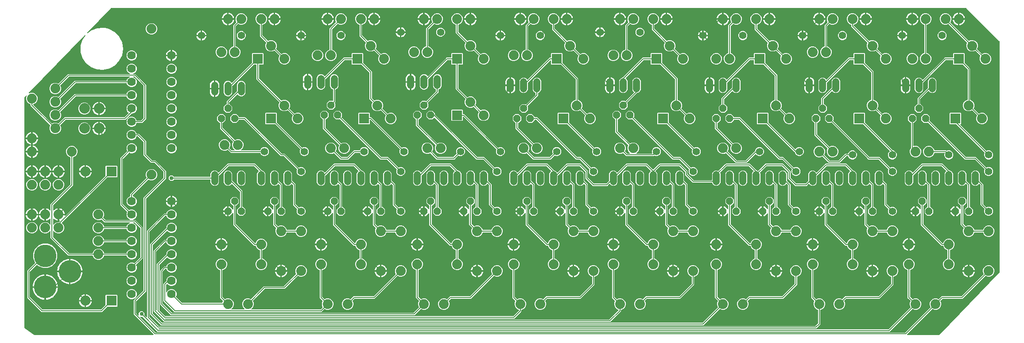
<source format=gbr>
G04 EAGLE Gerber RS-274X export*
G75*
%MOMM*%
%FSLAX34Y34*%
%LPD*%
%INTop Copper*%
%IPPOS*%
%AMOC8*
5,1,8,0,0,1.08239X$1,22.5*%
G01*
%ADD10C,4.318000*%
%ADD11C,1.930400*%
%ADD12R,1.930400X1.930400*%
%ADD13C,2.032000*%
%ADD14C,1.879600*%
%ADD15C,1.625600*%
%ADD16C,1.320800*%
%ADD17P,1.429621X8X22.500000*%
%ADD18C,1.408000*%
%ADD19R,1.879600X1.879600*%
%ADD20C,0.152400*%
%ADD21C,0.756400*%

G36*
X257126Y-14466D02*
X257126Y-14466D01*
X257198Y-14464D01*
X257247Y-14446D01*
X257298Y-14438D01*
X257362Y-14404D01*
X257429Y-14379D01*
X257470Y-14347D01*
X257516Y-14322D01*
X257565Y-14270D01*
X257621Y-14226D01*
X257649Y-14182D01*
X257685Y-14144D01*
X257715Y-14079D01*
X257754Y-14019D01*
X257767Y-13968D01*
X257789Y-13921D01*
X257797Y-13850D01*
X257814Y-13780D01*
X257810Y-13728D01*
X257816Y-13677D01*
X257801Y-13606D01*
X257795Y-13535D01*
X257775Y-13487D01*
X257764Y-13436D01*
X257727Y-13375D01*
X257699Y-13309D01*
X257654Y-13253D01*
X257637Y-13225D01*
X257620Y-13210D01*
X257594Y-13178D01*
X221526Y22890D01*
X219963Y24453D01*
X219963Y51747D01*
X238790Y70574D01*
X238843Y70648D01*
X238903Y70718D01*
X238915Y70748D01*
X238934Y70774D01*
X238961Y70861D01*
X238995Y70946D01*
X238999Y70987D01*
X239006Y71009D01*
X239005Y71041D01*
X239013Y71112D01*
X239013Y248597D01*
X240576Y250160D01*
X276890Y286474D01*
X276937Y286540D01*
X276947Y286550D01*
X276949Y286555D01*
X277003Y286618D01*
X277015Y286648D01*
X277034Y286674D01*
X277061Y286761D01*
X277095Y286846D01*
X277099Y286887D01*
X277106Y286909D01*
X277105Y286941D01*
X277113Y287013D01*
X277113Y297187D01*
X277099Y297278D01*
X277091Y297368D01*
X277079Y297398D01*
X277074Y297430D01*
X277031Y297511D01*
X276995Y297595D01*
X276969Y297627D01*
X276958Y297648D01*
X276935Y297670D01*
X276890Y297726D01*
X259626Y314990D01*
X259552Y315043D01*
X259482Y315103D01*
X259452Y315115D01*
X259426Y315134D01*
X259339Y315161D01*
X259254Y315195D01*
X259213Y315199D01*
X259191Y315206D01*
X259159Y315205D01*
X259087Y315213D01*
X253053Y315213D01*
X239013Y329253D01*
X239013Y354337D01*
X238999Y354428D01*
X238991Y354518D01*
X238979Y354548D01*
X238974Y354580D01*
X238931Y354661D01*
X238895Y354745D01*
X238869Y354777D01*
X238858Y354798D01*
X238835Y354820D01*
X238790Y354876D01*
X227876Y365790D01*
X227802Y365843D01*
X227732Y365903D01*
X227702Y365915D01*
X227676Y365934D01*
X227589Y365961D01*
X227504Y365995D01*
X227463Y365999D01*
X227441Y366006D01*
X227409Y366005D01*
X227337Y366013D01*
X225909Y366013D01*
X225795Y365994D01*
X225679Y365977D01*
X225673Y365975D01*
X225667Y365974D01*
X225564Y365919D01*
X225459Y365866D01*
X225455Y365861D01*
X225449Y365858D01*
X225370Y365774D01*
X225287Y365690D01*
X225283Y365684D01*
X225280Y365680D01*
X225272Y365663D01*
X225206Y365543D01*
X224083Y362832D01*
X221368Y360117D01*
X217820Y358647D01*
X213980Y358647D01*
X210432Y360117D01*
X207717Y362832D01*
X206247Y366380D01*
X206247Y370220D01*
X207717Y373768D01*
X210432Y376483D01*
X213980Y377953D01*
X217820Y377953D01*
X221368Y376483D01*
X224083Y373768D01*
X225206Y371057D01*
X225268Y370957D01*
X225328Y370857D01*
X225332Y370853D01*
X225336Y370848D01*
X225426Y370773D01*
X225515Y370697D01*
X225520Y370695D01*
X225525Y370691D01*
X225634Y370649D01*
X225743Y370605D01*
X225750Y370604D01*
X225755Y370603D01*
X225773Y370602D01*
X225909Y370587D01*
X229547Y370587D01*
X243587Y356547D01*
X243587Y331463D01*
X243601Y331372D01*
X243609Y331282D01*
X243621Y331252D01*
X243626Y331220D01*
X243669Y331139D01*
X243705Y331055D01*
X243731Y331023D01*
X243742Y331002D01*
X243765Y330980D01*
X243810Y330924D01*
X254724Y320010D01*
X254798Y319957D01*
X254868Y319897D01*
X254898Y319885D01*
X254924Y319866D01*
X255011Y319839D01*
X255096Y319805D01*
X255137Y319801D01*
X255159Y319794D01*
X255191Y319795D01*
X255263Y319787D01*
X261297Y319787D01*
X281687Y299397D01*
X281687Y284803D01*
X280124Y283240D01*
X243810Y246926D01*
X243757Y246852D01*
X243697Y246782D01*
X243685Y246752D01*
X243666Y246726D01*
X243639Y246639D01*
X243605Y246554D01*
X243601Y246513D01*
X243594Y246491D01*
X243595Y246459D01*
X243587Y246388D01*
X243587Y68903D01*
X242024Y67340D01*
X224760Y50076D01*
X224707Y50002D01*
X224647Y49932D01*
X224635Y49902D01*
X224616Y49876D01*
X224589Y49789D01*
X224555Y49704D01*
X224551Y49663D01*
X224544Y49641D01*
X224545Y49609D01*
X224537Y49537D01*
X224537Y26662D01*
X224551Y26572D01*
X224559Y26481D01*
X224571Y26452D01*
X224576Y26420D01*
X224619Y26339D01*
X224655Y26255D01*
X224681Y26223D01*
X224692Y26202D01*
X224715Y26180D01*
X224760Y26124D01*
X228344Y22540D01*
X228402Y22498D01*
X228454Y22449D01*
X228501Y22427D01*
X228543Y22397D01*
X228612Y22376D01*
X228677Y22345D01*
X228729Y22340D01*
X228779Y22324D01*
X228850Y22326D01*
X228921Y22318D01*
X228972Y22329D01*
X229024Y22331D01*
X229092Y22355D01*
X229162Y22370D01*
X229206Y22397D01*
X229255Y22415D01*
X229311Y22460D01*
X229373Y22497D01*
X229407Y22536D01*
X229447Y22569D01*
X229486Y22629D01*
X229533Y22684D01*
X229552Y22732D01*
X229580Y22776D01*
X229598Y22845D01*
X229625Y22912D01*
X229633Y22983D01*
X229641Y23014D01*
X229639Y23038D01*
X229643Y23078D01*
X229643Y27598D01*
X232752Y30707D01*
X237148Y30707D01*
X240257Y27598D01*
X240257Y23643D01*
X240271Y23552D01*
X240279Y23462D01*
X240291Y23432D01*
X240296Y23400D01*
X240339Y23319D01*
X240375Y23235D01*
X240401Y23203D01*
X240412Y23182D01*
X240435Y23160D01*
X240480Y23104D01*
X244064Y19520D01*
X244122Y19478D01*
X244174Y19429D01*
X244221Y19407D01*
X244263Y19377D01*
X244332Y19356D01*
X244397Y19325D01*
X244449Y19320D01*
X244499Y19304D01*
X244570Y19306D01*
X244641Y19298D01*
X244692Y19309D01*
X244744Y19311D01*
X244812Y19335D01*
X244882Y19350D01*
X244927Y19377D01*
X244975Y19395D01*
X245031Y19440D01*
X245093Y19477D01*
X245127Y19516D01*
X245167Y19549D01*
X245206Y19609D01*
X245253Y19664D01*
X245272Y19712D01*
X245300Y19756D01*
X245318Y19825D01*
X245345Y19892D01*
X245353Y19963D01*
X245361Y19994D01*
X245359Y20018D01*
X245363Y20058D01*
X245363Y185097D01*
X278453Y218187D01*
X282091Y218187D01*
X282205Y218206D01*
X282321Y218223D01*
X282327Y218225D01*
X282333Y218226D01*
X282436Y218281D01*
X282541Y218334D01*
X282545Y218339D01*
X282551Y218342D01*
X282630Y218426D01*
X282713Y218510D01*
X282717Y218516D01*
X282720Y218520D01*
X282728Y218537D01*
X282794Y218657D01*
X283917Y221368D01*
X286632Y224083D01*
X290180Y225553D01*
X294020Y225553D01*
X297568Y224083D01*
X300283Y221368D01*
X301753Y217820D01*
X301753Y213980D01*
X300283Y210432D01*
X297568Y207717D01*
X294020Y206247D01*
X290180Y206247D01*
X286632Y207717D01*
X283917Y210432D01*
X282794Y213143D01*
X282732Y213243D01*
X282672Y213343D01*
X282668Y213347D01*
X282664Y213352D01*
X282574Y213427D01*
X282485Y213503D01*
X282480Y213505D01*
X282475Y213509D01*
X282366Y213551D01*
X282257Y213595D01*
X282250Y213596D01*
X282245Y213597D01*
X282227Y213598D01*
X282091Y213613D01*
X280663Y213613D01*
X280572Y213599D01*
X280482Y213591D01*
X280452Y213579D01*
X280420Y213574D01*
X280339Y213531D01*
X280255Y213495D01*
X280223Y213469D01*
X280202Y213458D01*
X280180Y213435D01*
X280124Y213390D01*
X250160Y183426D01*
X250107Y183352D01*
X250047Y183282D01*
X250035Y183252D01*
X250016Y183226D01*
X249989Y183139D01*
X249955Y183054D01*
X249951Y183013D01*
X249944Y182991D01*
X249945Y182959D01*
X249937Y182887D01*
X249937Y20313D01*
X249951Y20222D01*
X249959Y20132D01*
X249971Y20102D01*
X249976Y20070D01*
X250019Y19989D01*
X250055Y19905D01*
X250081Y19873D01*
X250092Y19852D01*
X250115Y19830D01*
X250160Y19774D01*
X267424Y2510D01*
X267498Y2457D01*
X267568Y2397D01*
X267598Y2385D01*
X267624Y2366D01*
X267711Y2339D01*
X267796Y2305D01*
X267837Y2301D01*
X267859Y2294D01*
X267891Y2295D01*
X267963Y2287D01*
X1522737Y2287D01*
X1522828Y2301D01*
X1522918Y2309D01*
X1522948Y2321D01*
X1522980Y2326D01*
X1523061Y2369D01*
X1523145Y2405D01*
X1523177Y2431D01*
X1523198Y2442D01*
X1523220Y2465D01*
X1523276Y2510D01*
X1527840Y7074D01*
X1527884Y7135D01*
X1527918Y7171D01*
X1527924Y7184D01*
X1527953Y7218D01*
X1527965Y7248D01*
X1527984Y7274D01*
X1528011Y7361D01*
X1528045Y7446D01*
X1528049Y7487D01*
X1528056Y7509D01*
X1528055Y7541D01*
X1528063Y7613D01*
X1528063Y33066D01*
X1528044Y33181D01*
X1528027Y33297D01*
X1528025Y33302D01*
X1528024Y33309D01*
X1527969Y33411D01*
X1527916Y33516D01*
X1527911Y33520D01*
X1527908Y33526D01*
X1527824Y33606D01*
X1527740Y33688D01*
X1527734Y33692D01*
X1527730Y33695D01*
X1527713Y33703D01*
X1527593Y33769D01*
X1524163Y35190D01*
X1521090Y38263D01*
X1519427Y42277D01*
X1519427Y46623D01*
X1520848Y50053D01*
X1520875Y50167D01*
X1520903Y50280D01*
X1520903Y50287D01*
X1520904Y50293D01*
X1520893Y50409D01*
X1520884Y50526D01*
X1520882Y50531D01*
X1520881Y50538D01*
X1520834Y50644D01*
X1520788Y50752D01*
X1520783Y50758D01*
X1520781Y50762D01*
X1520769Y50776D01*
X1520683Y50883D01*
X1515363Y56203D01*
X1515363Y109266D01*
X1515344Y109381D01*
X1515327Y109497D01*
X1515325Y109502D01*
X1515324Y109509D01*
X1515269Y109611D01*
X1515216Y109716D01*
X1515211Y109720D01*
X1515208Y109726D01*
X1515124Y109806D01*
X1515040Y109888D01*
X1515034Y109892D01*
X1515030Y109895D01*
X1515013Y109903D01*
X1514893Y109969D01*
X1511463Y111390D01*
X1508390Y114463D01*
X1506727Y118477D01*
X1506727Y122823D01*
X1508390Y126837D01*
X1511463Y129910D01*
X1515477Y131573D01*
X1519823Y131573D01*
X1523837Y129910D01*
X1526910Y126837D01*
X1528573Y122823D01*
X1528573Y118477D01*
X1526910Y114463D01*
X1523837Y111390D01*
X1520407Y109969D01*
X1520307Y109908D01*
X1520207Y109848D01*
X1520203Y109843D01*
X1520198Y109840D01*
X1520123Y109750D01*
X1520047Y109661D01*
X1520045Y109655D01*
X1520041Y109650D01*
X1519999Y109542D01*
X1519955Y109433D01*
X1519954Y109425D01*
X1519953Y109420D01*
X1519952Y109402D01*
X1519937Y109266D01*
X1519937Y58413D01*
X1519951Y58322D01*
X1519959Y58232D01*
X1519971Y58202D01*
X1519976Y58170D01*
X1520019Y58089D01*
X1520055Y58005D01*
X1520081Y57973D01*
X1520092Y57952D01*
X1520115Y57930D01*
X1520160Y57874D01*
X1523917Y54117D01*
X1524011Y54049D01*
X1524106Y53979D01*
X1524112Y53977D01*
X1524117Y53973D01*
X1524228Y53939D01*
X1524340Y53903D01*
X1524346Y53903D01*
X1524352Y53901D01*
X1524469Y53904D01*
X1524586Y53905D01*
X1524593Y53907D01*
X1524598Y53907D01*
X1524615Y53914D01*
X1524747Y53952D01*
X1528177Y55373D01*
X1532523Y55373D01*
X1536537Y53710D01*
X1539610Y50637D01*
X1541273Y46623D01*
X1541273Y42277D01*
X1539610Y38263D01*
X1536537Y35190D01*
X1533107Y33769D01*
X1533007Y33708D01*
X1532907Y33648D01*
X1532903Y33643D01*
X1532898Y33640D01*
X1532823Y33550D01*
X1532747Y33461D01*
X1532745Y33455D01*
X1532741Y33450D01*
X1532699Y33342D01*
X1532655Y33233D01*
X1532654Y33225D01*
X1532653Y33220D01*
X1532652Y33202D01*
X1532637Y33066D01*
X1532637Y5403D01*
X1526510Y-724D01*
X1524947Y-2287D01*
X267708Y-2287D01*
X267638Y-2298D01*
X267566Y-2300D01*
X267517Y-2318D01*
X267466Y-2326D01*
X267402Y-2360D01*
X267335Y-2385D01*
X267294Y-2417D01*
X267248Y-2442D01*
X267199Y-2493D01*
X267143Y-2538D01*
X267115Y-2582D01*
X267079Y-2620D01*
X267049Y-2685D01*
X267010Y-2745D01*
X266997Y-2796D01*
X266975Y-2843D01*
X266967Y-2914D01*
X266950Y-2984D01*
X266954Y-3036D01*
X266948Y-3087D01*
X266963Y-3158D01*
X266969Y-3229D01*
X266989Y-3277D01*
X267000Y-3328D01*
X267037Y-3389D01*
X267065Y-3455D01*
X267110Y-3511D01*
X267127Y-3539D01*
X267135Y-3546D01*
X267137Y-3549D01*
X267148Y-3559D01*
X267170Y-3586D01*
X267424Y-3840D01*
X267498Y-3893D01*
X267568Y-3953D01*
X267598Y-3965D01*
X267624Y-3984D01*
X267711Y-4011D01*
X267796Y-4045D01*
X267837Y-4049D01*
X267859Y-4056D01*
X267891Y-4055D01*
X267963Y-4063D01*
X1662437Y-4063D01*
X1662528Y-4049D01*
X1662618Y-4041D01*
X1662648Y-4029D01*
X1662680Y-4024D01*
X1662761Y-3981D01*
X1662845Y-3945D01*
X1662877Y-3919D01*
X1662898Y-3908D01*
X1662920Y-3885D01*
X1662976Y-3840D01*
X1704833Y38017D01*
X1704901Y38111D01*
X1704971Y38206D01*
X1704973Y38212D01*
X1704977Y38217D01*
X1705011Y38328D01*
X1705047Y38440D01*
X1705047Y38446D01*
X1705049Y38452D01*
X1705046Y38569D01*
X1705045Y38686D01*
X1705043Y38693D01*
X1705043Y38698D01*
X1705036Y38715D01*
X1704998Y38847D01*
X1703577Y42277D01*
X1703577Y46623D01*
X1704998Y50053D01*
X1705025Y50167D01*
X1705053Y50280D01*
X1705053Y50287D01*
X1705054Y50293D01*
X1705043Y50409D01*
X1705034Y50526D01*
X1705032Y50531D01*
X1705031Y50538D01*
X1704984Y50645D01*
X1704938Y50752D01*
X1704933Y50758D01*
X1704931Y50762D01*
X1704919Y50776D01*
X1704833Y50883D01*
X1701076Y54640D01*
X1699513Y56203D01*
X1699513Y109266D01*
X1699494Y109381D01*
X1699477Y109497D01*
X1699475Y109502D01*
X1699474Y109509D01*
X1699419Y109611D01*
X1699366Y109716D01*
X1699361Y109720D01*
X1699358Y109726D01*
X1699274Y109806D01*
X1699190Y109888D01*
X1699184Y109892D01*
X1699180Y109895D01*
X1699163Y109903D01*
X1699043Y109969D01*
X1695613Y111390D01*
X1692540Y114463D01*
X1690877Y118477D01*
X1690877Y122823D01*
X1692540Y126837D01*
X1695613Y129910D01*
X1699627Y131573D01*
X1703973Y131573D01*
X1707987Y129910D01*
X1711060Y126837D01*
X1712723Y122823D01*
X1712723Y118477D01*
X1711060Y114463D01*
X1707987Y111390D01*
X1704557Y109969D01*
X1704457Y109908D01*
X1704357Y109848D01*
X1704353Y109843D01*
X1704348Y109840D01*
X1704273Y109750D01*
X1704197Y109661D01*
X1704195Y109655D01*
X1704191Y109650D01*
X1704149Y109542D01*
X1704105Y109433D01*
X1704104Y109425D01*
X1704103Y109420D01*
X1704102Y109402D01*
X1704087Y109266D01*
X1704087Y58413D01*
X1704101Y58322D01*
X1704109Y58232D01*
X1704121Y58202D01*
X1704126Y58170D01*
X1704169Y58089D01*
X1704205Y58005D01*
X1704231Y57973D01*
X1704242Y57952D01*
X1704265Y57930D01*
X1704310Y57874D01*
X1708067Y54117D01*
X1708162Y54049D01*
X1708256Y53979D01*
X1708262Y53977D01*
X1708267Y53973D01*
X1708378Y53939D01*
X1708490Y53903D01*
X1708496Y53903D01*
X1708502Y53901D01*
X1708619Y53904D01*
X1708736Y53905D01*
X1708743Y53907D01*
X1708748Y53907D01*
X1708765Y53914D01*
X1708897Y53952D01*
X1712327Y55373D01*
X1716673Y55373D01*
X1720687Y53710D01*
X1723760Y50637D01*
X1725423Y46623D01*
X1725423Y42277D01*
X1723760Y38263D01*
X1720687Y35190D01*
X1716673Y33527D01*
X1712327Y33527D01*
X1708897Y34948D01*
X1708833Y34963D01*
X1708777Y34986D01*
X1708712Y34993D01*
X1708670Y35003D01*
X1708663Y35003D01*
X1708657Y35004D01*
X1708630Y35002D01*
X1708611Y35004D01*
X1708603Y35004D01*
X1708537Y34993D01*
X1708424Y34984D01*
X1708419Y34982D01*
X1708412Y34981D01*
X1708382Y34968D01*
X1708360Y34964D01*
X1708292Y34928D01*
X1708198Y34888D01*
X1708192Y34883D01*
X1708188Y34881D01*
X1708174Y34869D01*
X1708162Y34859D01*
X1708143Y34849D01*
X1708123Y34828D01*
X1708067Y34783D01*
X1664647Y-8637D01*
X265753Y-8637D01*
X237246Y19870D01*
X237172Y19923D01*
X237102Y19983D01*
X237072Y19995D01*
X237046Y20014D01*
X236959Y20041D01*
X236874Y20075D01*
X236833Y20079D01*
X236811Y20086D01*
X236779Y20085D01*
X236707Y20093D01*
X232628Y20093D01*
X232558Y20082D01*
X232486Y20080D01*
X232437Y20062D01*
X232386Y20054D01*
X232322Y20020D01*
X232255Y19995D01*
X232214Y19963D01*
X232168Y19938D01*
X232119Y19886D01*
X232063Y19842D01*
X232035Y19798D01*
X231999Y19760D01*
X231969Y19695D01*
X231930Y19635D01*
X231917Y19584D01*
X231895Y19537D01*
X231887Y19466D01*
X231870Y19396D01*
X231874Y19344D01*
X231868Y19293D01*
X231883Y19222D01*
X231889Y19151D01*
X231909Y19103D01*
X231920Y19052D01*
X231957Y18991D01*
X231985Y18925D01*
X232030Y18869D01*
X232047Y18841D01*
X232064Y18826D01*
X232090Y18794D01*
X261074Y-10190D01*
X261148Y-10243D01*
X261218Y-10303D01*
X261248Y-10315D01*
X261274Y-10334D01*
X261361Y-10361D01*
X261446Y-10395D01*
X261487Y-10399D01*
X261509Y-10406D01*
X261541Y-10405D01*
X261612Y-10413D01*
X1694188Y-10413D01*
X1694278Y-10399D01*
X1694369Y-10391D01*
X1694398Y-10379D01*
X1694430Y-10374D01*
X1694511Y-10331D01*
X1694595Y-10295D01*
X1694627Y-10269D01*
X1694648Y-10258D01*
X1694670Y-10235D01*
X1694726Y-10190D01*
X1742933Y38017D01*
X1743001Y38112D01*
X1743071Y38206D01*
X1743073Y38212D01*
X1743077Y38217D01*
X1743111Y38328D01*
X1743147Y38440D01*
X1743147Y38446D01*
X1743149Y38452D01*
X1743146Y38568D01*
X1743145Y38686D01*
X1743143Y38693D01*
X1743143Y38698D01*
X1743136Y38715D01*
X1743098Y38847D01*
X1741677Y42277D01*
X1741677Y46623D01*
X1743340Y50637D01*
X1746413Y53710D01*
X1750427Y55373D01*
X1754773Y55373D01*
X1758203Y53952D01*
X1758317Y53925D01*
X1758430Y53897D01*
X1758437Y53897D01*
X1758443Y53896D01*
X1758559Y53907D01*
X1758676Y53916D01*
X1758681Y53918D01*
X1758688Y53919D01*
X1758795Y53967D01*
X1758902Y54012D01*
X1758908Y54017D01*
X1758912Y54019D01*
X1758926Y54031D01*
X1759033Y54117D01*
X1764353Y59437D01*
X1802137Y59437D01*
X1802228Y59451D01*
X1802318Y59459D01*
X1802348Y59471D01*
X1802380Y59476D01*
X1802461Y59519D01*
X1802545Y59555D01*
X1802577Y59581D01*
X1802598Y59592D01*
X1802620Y59615D01*
X1802676Y59660D01*
X1844533Y101517D01*
X1844601Y101611D01*
X1844671Y101706D01*
X1844673Y101712D01*
X1844677Y101717D01*
X1844711Y101828D01*
X1844747Y101940D01*
X1844747Y101946D01*
X1844749Y101952D01*
X1844746Y102069D01*
X1844745Y102186D01*
X1844743Y102193D01*
X1844743Y102198D01*
X1844736Y102215D01*
X1844698Y102347D01*
X1843277Y105777D01*
X1843277Y110123D01*
X1844940Y114137D01*
X1848013Y117210D01*
X1852027Y118873D01*
X1856373Y118873D01*
X1860387Y117210D01*
X1863460Y114137D01*
X1865123Y110123D01*
X1865123Y105777D01*
X1863460Y101763D01*
X1860387Y98690D01*
X1856373Y97027D01*
X1852027Y97027D01*
X1848597Y98448D01*
X1848483Y98475D01*
X1848370Y98503D01*
X1848363Y98503D01*
X1848357Y98504D01*
X1848241Y98493D01*
X1848124Y98484D01*
X1848119Y98482D01*
X1848112Y98481D01*
X1848005Y98433D01*
X1847898Y98388D01*
X1847892Y98383D01*
X1847888Y98381D01*
X1847874Y98369D01*
X1847767Y98283D01*
X1804347Y54863D01*
X1766563Y54863D01*
X1766472Y54849D01*
X1766382Y54841D01*
X1766352Y54829D01*
X1766320Y54824D01*
X1766239Y54781D01*
X1766155Y54745D01*
X1766123Y54719D01*
X1766102Y54708D01*
X1766080Y54685D01*
X1766024Y54640D01*
X1762267Y50883D01*
X1762199Y50789D01*
X1762129Y50694D01*
X1762127Y50688D01*
X1762123Y50683D01*
X1762089Y50572D01*
X1762053Y50460D01*
X1762053Y50454D01*
X1762051Y50448D01*
X1762054Y50331D01*
X1762055Y50214D01*
X1762057Y50207D01*
X1762057Y50202D01*
X1762064Y50185D01*
X1762102Y50053D01*
X1763523Y46623D01*
X1763523Y42277D01*
X1761860Y38263D01*
X1758787Y35190D01*
X1754773Y33527D01*
X1750427Y33527D01*
X1746997Y34948D01*
X1746933Y34963D01*
X1746878Y34986D01*
X1746812Y34993D01*
X1746770Y35004D01*
X1746763Y35003D01*
X1746757Y35004D01*
X1746730Y35002D01*
X1746711Y35004D01*
X1746703Y35004D01*
X1746637Y34993D01*
X1746524Y34984D01*
X1746519Y34982D01*
X1746512Y34981D01*
X1746482Y34968D01*
X1746460Y34964D01*
X1746392Y34928D01*
X1746298Y34888D01*
X1746292Y34883D01*
X1746288Y34881D01*
X1746274Y34869D01*
X1746262Y34859D01*
X1746243Y34849D01*
X1746223Y34828D01*
X1746167Y34783D01*
X1698206Y-13178D01*
X1698164Y-13236D01*
X1698115Y-13288D01*
X1698093Y-13335D01*
X1698063Y-13377D01*
X1698042Y-13446D01*
X1698011Y-13511D01*
X1698006Y-13563D01*
X1697990Y-13613D01*
X1697992Y-13684D01*
X1697984Y-13755D01*
X1697995Y-13806D01*
X1697997Y-13858D01*
X1698021Y-13926D01*
X1698036Y-13996D01*
X1698063Y-14041D01*
X1698081Y-14089D01*
X1698126Y-14145D01*
X1698163Y-14207D01*
X1698202Y-14241D01*
X1698235Y-14281D01*
X1698295Y-14320D01*
X1698350Y-14367D01*
X1698398Y-14386D01*
X1698442Y-14414D01*
X1698511Y-14432D01*
X1698578Y-14459D01*
X1698649Y-14467D01*
X1698680Y-14475D01*
X1698704Y-14473D01*
X1698744Y-14477D01*
X1760284Y-14477D01*
X1760383Y-14461D01*
X1760484Y-14451D01*
X1760504Y-14441D01*
X1760527Y-14438D01*
X1760616Y-14390D01*
X1760708Y-14348D01*
X1760729Y-14330D01*
X1760744Y-14322D01*
X1760766Y-14299D01*
X1760836Y-14240D01*
X1874818Y105741D01*
X1874864Y105808D01*
X1874917Y105870D01*
X1874933Y105909D01*
X1874956Y105944D01*
X1874978Y106023D01*
X1875009Y106098D01*
X1875015Y106153D01*
X1875023Y106181D01*
X1875021Y106210D01*
X1875027Y106265D01*
X1875027Y547610D01*
X1875013Y547700D01*
X1875005Y547791D01*
X1874993Y547821D01*
X1874988Y547853D01*
X1874945Y547934D01*
X1874909Y548018D01*
X1874883Y548050D01*
X1874872Y548070D01*
X1874849Y548093D01*
X1874804Y548149D01*
X1811799Y611154D01*
X1811725Y611207D01*
X1811655Y611267D01*
X1811625Y611279D01*
X1811599Y611298D01*
X1811512Y611325D01*
X1811427Y611359D01*
X1811386Y611363D01*
X1811364Y611370D01*
X1811332Y611369D01*
X1811260Y611377D01*
X176415Y611377D01*
X176318Y611361D01*
X176220Y611352D01*
X176197Y611342D01*
X176172Y611338D01*
X176085Y611292D01*
X175996Y611252D01*
X175971Y611231D01*
X175954Y611222D01*
X175932Y611199D01*
X175867Y611144D01*
X130929Y564543D01*
X130887Y564482D01*
X130838Y564427D01*
X130818Y564381D01*
X130789Y564340D01*
X130769Y564269D01*
X130739Y564202D01*
X130735Y564152D01*
X130721Y564104D01*
X130725Y564030D01*
X130718Y563957D01*
X130730Y563908D01*
X130732Y563858D01*
X130759Y563789D01*
X130776Y563718D01*
X130803Y563675D01*
X130821Y563629D01*
X130868Y563572D01*
X130907Y563509D01*
X130946Y563478D01*
X130978Y563440D01*
X131041Y563401D01*
X131098Y563354D01*
X131145Y563337D01*
X131187Y563310D01*
X131259Y563294D01*
X131328Y563268D01*
X131378Y563266D01*
X131427Y563255D01*
X131500Y563262D01*
X131574Y563259D01*
X131622Y563274D01*
X131672Y563278D01*
X131739Y563309D01*
X131810Y563330D01*
X131867Y563366D01*
X131896Y563379D01*
X131923Y563401D01*
X131952Y563419D01*
X138434Y568588D01*
X149708Y573013D01*
X161786Y573919D01*
X164819Y573226D01*
X164820Y573226D01*
X168155Y572465D01*
X171490Y571704D01*
X173595Y571223D01*
X184084Y565167D01*
X192322Y556289D01*
X197577Y545377D01*
X199382Y533400D01*
X197577Y521423D01*
X192322Y510511D01*
X184084Y501633D01*
X173595Y495577D01*
X161786Y492881D01*
X149708Y493787D01*
X138434Y498212D01*
X128965Y505763D01*
X122142Y515770D01*
X118572Y527344D01*
X118572Y539456D01*
X122142Y551030D01*
X122438Y551465D01*
X122957Y552226D01*
X123476Y552987D01*
X123477Y552987D01*
X123995Y553748D01*
X123996Y553749D01*
X124514Y554510D01*
X125033Y555271D01*
X125034Y555271D01*
X125552Y556032D01*
X125553Y556032D01*
X126071Y556793D01*
X126072Y556794D01*
X126590Y557555D01*
X126591Y557555D01*
X127109Y558316D01*
X127110Y558316D01*
X127314Y558616D01*
X127339Y558669D01*
X127373Y558718D01*
X127390Y558780D01*
X127418Y558838D01*
X127424Y558898D01*
X127441Y558955D01*
X127438Y559019D01*
X127445Y559083D01*
X127432Y559141D01*
X127430Y559200D01*
X127407Y559260D01*
X127393Y559323D01*
X127363Y559374D01*
X127341Y559430D01*
X127300Y559479D01*
X127267Y559535D01*
X127222Y559573D01*
X127184Y559619D01*
X127129Y559653D01*
X127080Y559695D01*
X127025Y559717D01*
X126975Y559748D01*
X126912Y559763D01*
X126852Y559787D01*
X126793Y559790D01*
X126735Y559804D01*
X126671Y559798D01*
X126607Y559802D01*
X126549Y559786D01*
X126490Y559780D01*
X126432Y559754D01*
X126369Y559737D01*
X126320Y559704D01*
X126266Y559680D01*
X126192Y559618D01*
X126165Y559601D01*
X126152Y559585D01*
X126137Y559573D01*
X19695Y449189D01*
X19644Y449115D01*
X19586Y449045D01*
X19574Y449014D01*
X19555Y448987D01*
X19530Y448900D01*
X19498Y448815D01*
X19497Y448782D01*
X19487Y448750D01*
X19491Y448660D01*
X19488Y448570D01*
X19497Y448538D01*
X19498Y448505D01*
X19531Y448420D01*
X19556Y448333D01*
X19575Y448306D01*
X19587Y448275D01*
X19645Y448206D01*
X19696Y448131D01*
X19723Y448111D01*
X19744Y448086D01*
X19821Y448039D01*
X19894Y447984D01*
X19925Y447974D01*
X19953Y447957D01*
X20041Y447936D01*
X20128Y447908D01*
X20161Y447909D01*
X20193Y447901D01*
X20283Y447910D01*
X20374Y447911D01*
X20414Y447922D01*
X20438Y447925D01*
X20467Y447938D01*
X20535Y447957D01*
X23227Y449073D01*
X27573Y449073D01*
X31587Y447410D01*
X34660Y444337D01*
X36323Y440323D01*
X36323Y435977D01*
X34660Y431963D01*
X31587Y428890D01*
X28157Y427469D01*
X28057Y427408D01*
X27957Y427348D01*
X27953Y427343D01*
X27948Y427340D01*
X27873Y427250D01*
X27797Y427161D01*
X27795Y427155D01*
X27791Y427150D01*
X27749Y427042D01*
X27705Y426933D01*
X27704Y426925D01*
X27703Y426920D01*
X27702Y426902D01*
X27687Y426766D01*
X27687Y426713D01*
X27692Y426678D01*
X27692Y426675D01*
X27694Y426669D01*
X27701Y426622D01*
X27709Y426532D01*
X27721Y426502D01*
X27726Y426470D01*
X27769Y426389D01*
X27805Y426305D01*
X27831Y426273D01*
X27842Y426252D01*
X27865Y426230D01*
X27910Y426174D01*
X63417Y390667D01*
X63511Y390599D01*
X63606Y390529D01*
X63612Y390527D01*
X63617Y390523D01*
X63728Y390489D01*
X63840Y390453D01*
X63846Y390453D01*
X63852Y390451D01*
X63969Y390454D01*
X64086Y390455D01*
X64093Y390457D01*
X64098Y390457D01*
X64115Y390464D01*
X64247Y390502D01*
X67677Y391923D01*
X72023Y391923D01*
X75453Y390502D01*
X75567Y390475D01*
X75680Y390447D01*
X75687Y390447D01*
X75693Y390446D01*
X75809Y390457D01*
X75926Y390466D01*
X75931Y390468D01*
X75938Y390469D01*
X76045Y390517D01*
X76152Y390562D01*
X76158Y390567D01*
X76162Y390569D01*
X76176Y390581D01*
X76283Y390667D01*
X87953Y402337D01*
X201937Y402337D01*
X202028Y402351D01*
X202118Y402359D01*
X202148Y402371D01*
X202180Y402376D01*
X202261Y402419D01*
X202345Y402455D01*
X202377Y402481D01*
X202398Y402492D01*
X202420Y402515D01*
X202476Y402560D01*
X210094Y410178D01*
X210106Y410194D01*
X210121Y410207D01*
X210178Y410294D01*
X210238Y410378D01*
X210244Y410397D01*
X210254Y410414D01*
X210280Y410514D01*
X210310Y410613D01*
X210310Y410633D01*
X210315Y410652D01*
X210306Y410755D01*
X210304Y410859D01*
X210297Y410878D01*
X210295Y410897D01*
X210255Y410992D01*
X210219Y411090D01*
X210207Y411106D01*
X210199Y411124D01*
X210094Y411255D01*
X207717Y413632D01*
X206247Y417180D01*
X206247Y421020D01*
X207717Y424568D01*
X210432Y427283D01*
X213980Y428753D01*
X217820Y428753D01*
X221368Y427283D01*
X224083Y424568D01*
X225553Y421020D01*
X225553Y417180D01*
X224083Y413632D01*
X221368Y410917D01*
X217820Y409447D01*
X216146Y409447D01*
X216056Y409433D01*
X215965Y409425D01*
X215936Y409413D01*
X215904Y409408D01*
X215823Y409365D01*
X215739Y409329D01*
X215707Y409303D01*
X215686Y409292D01*
X215664Y409269D01*
X215608Y409224D01*
X205710Y399326D01*
X204147Y397763D01*
X90163Y397763D01*
X90072Y397749D01*
X89982Y397741D01*
X89952Y397729D01*
X89920Y397724D01*
X89839Y397681D01*
X89755Y397645D01*
X89723Y397619D01*
X89702Y397608D01*
X89680Y397585D01*
X89624Y397540D01*
X79517Y387433D01*
X79449Y387339D01*
X79379Y387244D01*
X79377Y387238D01*
X79373Y387233D01*
X79339Y387122D01*
X79303Y387010D01*
X79303Y387004D01*
X79301Y386998D01*
X79304Y386881D01*
X79305Y386764D01*
X79307Y386757D01*
X79307Y386752D01*
X79314Y386735D01*
X79352Y386603D01*
X80773Y383173D01*
X80773Y378827D01*
X79110Y374813D01*
X76037Y371740D01*
X72023Y370077D01*
X67677Y370077D01*
X63663Y371740D01*
X60590Y374813D01*
X58927Y378827D01*
X58927Y383173D01*
X60348Y386603D01*
X60375Y386717D01*
X60403Y386830D01*
X60403Y386837D01*
X60404Y386843D01*
X60393Y386959D01*
X60384Y387076D01*
X60382Y387081D01*
X60381Y387088D01*
X60333Y387195D01*
X60288Y387302D01*
X60283Y387308D01*
X60281Y387312D01*
X60269Y387326D01*
X60183Y387433D01*
X23113Y424503D01*
X23113Y426766D01*
X23094Y426881D01*
X23077Y426997D01*
X23075Y427002D01*
X23074Y427009D01*
X23019Y427111D01*
X22966Y427216D01*
X22961Y427220D01*
X22958Y427226D01*
X22874Y427306D01*
X22790Y427388D01*
X22784Y427392D01*
X22780Y427395D01*
X22763Y427403D01*
X22643Y427469D01*
X19213Y428890D01*
X16140Y431963D01*
X14477Y435977D01*
X14477Y440323D01*
X15449Y442668D01*
X15472Y442769D01*
X15501Y442869D01*
X15500Y442888D01*
X15505Y442907D01*
X15495Y443011D01*
X15490Y443115D01*
X15484Y443133D01*
X15482Y443152D01*
X15439Y443247D01*
X15402Y443344D01*
X15389Y443359D01*
X15382Y443377D01*
X15311Y443454D01*
X15245Y443534D01*
X15228Y443544D01*
X15215Y443558D01*
X15124Y443608D01*
X15035Y443663D01*
X15017Y443667D01*
X15000Y443676D01*
X14897Y443695D01*
X14796Y443719D01*
X14777Y443717D01*
X14758Y443720D01*
X14654Y443705D01*
X14551Y443695D01*
X14533Y443687D01*
X14514Y443684D01*
X14421Y443637D01*
X14326Y443595D01*
X14308Y443580D01*
X14295Y443573D01*
X14273Y443550D01*
X14197Y443487D01*
X11136Y440313D01*
X11088Y440243D01*
X11033Y440179D01*
X11018Y440143D01*
X10996Y440110D01*
X10973Y440029D01*
X10941Y439951D01*
X10936Y439900D01*
X10928Y439874D01*
X10929Y439844D01*
X10923Y439784D01*
X10923Y-508D01*
X10926Y-530D01*
X10924Y-552D01*
X10946Y-651D01*
X10962Y-751D01*
X10973Y-770D01*
X10978Y-792D01*
X11030Y-879D01*
X11078Y-968D01*
X11094Y-983D01*
X11105Y-1002D01*
X11227Y-1117D01*
X28838Y-14325D01*
X28871Y-14342D01*
X28900Y-14367D01*
X28980Y-14399D01*
X29056Y-14439D01*
X29093Y-14445D01*
X29128Y-14459D01*
X29295Y-14477D01*
X257056Y-14477D01*
X257126Y-14466D01*
G37*
%LPC*%
G36*
X278453Y10413D02*
X278453Y10413D01*
X258063Y30803D01*
X258063Y146997D01*
X278453Y167387D01*
X282091Y167387D01*
X282205Y167406D01*
X282321Y167423D01*
X282327Y167425D01*
X282333Y167426D01*
X282436Y167481D01*
X282541Y167534D01*
X282545Y167539D01*
X282551Y167542D01*
X282630Y167626D01*
X282713Y167710D01*
X282717Y167716D01*
X282720Y167720D01*
X282728Y167737D01*
X282794Y167857D01*
X283917Y170568D01*
X286632Y173283D01*
X290180Y174753D01*
X294020Y174753D01*
X297568Y173283D01*
X300283Y170568D01*
X301753Y167020D01*
X301753Y163180D01*
X300283Y159632D01*
X297568Y156917D01*
X294020Y155447D01*
X290180Y155447D01*
X286632Y156917D01*
X283917Y159632D01*
X282794Y162343D01*
X282732Y162443D01*
X282672Y162543D01*
X282668Y162547D01*
X282664Y162552D01*
X282574Y162627D01*
X282485Y162703D01*
X282480Y162705D01*
X282475Y162709D01*
X282366Y162751D01*
X282257Y162795D01*
X282250Y162796D01*
X282245Y162797D01*
X282227Y162798D01*
X282091Y162813D01*
X280663Y162813D01*
X280572Y162799D01*
X280482Y162791D01*
X280452Y162779D01*
X280420Y162774D01*
X280339Y162731D01*
X280255Y162695D01*
X280223Y162669D01*
X280202Y162658D01*
X280180Y162635D01*
X280124Y162590D01*
X262860Y145326D01*
X262807Y145252D01*
X262747Y145182D01*
X262735Y145152D01*
X262716Y145126D01*
X262689Y145039D01*
X262655Y144954D01*
X262651Y144913D01*
X262644Y144891D01*
X262645Y144859D01*
X262637Y144787D01*
X262637Y33013D01*
X262651Y32923D01*
X262659Y32832D01*
X262671Y32802D01*
X262676Y32770D01*
X262719Y32689D01*
X262755Y32605D01*
X262781Y32573D01*
X262792Y32552D01*
X262815Y32530D01*
X262860Y32474D01*
X263114Y32220D01*
X263172Y32178D01*
X263224Y32129D01*
X263271Y32107D01*
X263313Y32077D01*
X263382Y32056D01*
X263447Y32025D01*
X263499Y32020D01*
X263549Y32004D01*
X263620Y32006D01*
X263691Y31998D01*
X263742Y32009D01*
X263794Y32011D01*
X263862Y32035D01*
X263932Y32050D01*
X263977Y32077D01*
X264025Y32095D01*
X264081Y32140D01*
X264143Y32177D01*
X264177Y32216D01*
X264217Y32249D01*
X264256Y32309D01*
X264303Y32364D01*
X264322Y32412D01*
X264350Y32456D01*
X264368Y32525D01*
X264395Y32592D01*
X264403Y32663D01*
X264411Y32694D01*
X264409Y32718D01*
X264413Y32758D01*
X264413Y121597D01*
X282224Y139408D01*
X282277Y139482D01*
X282337Y139552D01*
X282349Y139582D01*
X282368Y139608D01*
X282395Y139695D01*
X282429Y139780D01*
X282433Y139821D01*
X282440Y139843D01*
X282439Y139875D01*
X282447Y139946D01*
X282447Y141620D01*
X283917Y145168D01*
X286632Y147883D01*
X290180Y149353D01*
X294020Y149353D01*
X297568Y147883D01*
X300283Y145168D01*
X301753Y141620D01*
X301753Y137780D01*
X300283Y134232D01*
X297568Y131517D01*
X294020Y130047D01*
X290180Y130047D01*
X286632Y131517D01*
X284255Y133894D01*
X284239Y133906D01*
X284226Y133921D01*
X284139Y133978D01*
X284055Y134038D01*
X284036Y134044D01*
X284019Y134054D01*
X283919Y134080D01*
X283820Y134110D01*
X283800Y134110D01*
X283781Y134115D01*
X283678Y134106D01*
X283574Y134104D01*
X283555Y134097D01*
X283535Y134095D01*
X283441Y134055D01*
X283343Y134019D01*
X283327Y134007D01*
X283309Y133999D01*
X283178Y133894D01*
X269210Y119926D01*
X269157Y119852D01*
X269097Y119782D01*
X269085Y119752D01*
X269066Y119726D01*
X269039Y119639D01*
X269005Y119554D01*
X269001Y119513D01*
X268994Y119491D01*
X268995Y119459D01*
X268987Y119387D01*
X268987Y33013D01*
X269001Y32922D01*
X269009Y32832D01*
X269021Y32802D01*
X269026Y32770D01*
X269069Y32689D01*
X269105Y32605D01*
X269131Y32573D01*
X269142Y32552D01*
X269165Y32530D01*
X269210Y32474D01*
X280124Y21560D01*
X280198Y21507D01*
X280268Y21447D01*
X280298Y21435D01*
X280324Y21416D01*
X280411Y21389D01*
X280496Y21355D01*
X280537Y21351D01*
X280559Y21344D01*
X280591Y21345D01*
X280663Y21337D01*
X944888Y21337D01*
X944978Y21351D01*
X945069Y21359D01*
X945098Y21371D01*
X945130Y21376D01*
X945211Y21419D01*
X945295Y21455D01*
X945327Y21481D01*
X945348Y21492D01*
X945370Y21515D01*
X945426Y21560D01*
X956340Y32474D01*
X956393Y32548D01*
X956453Y32618D01*
X956465Y32648D01*
X956484Y32674D01*
X956511Y32761D01*
X956545Y32846D01*
X956549Y32887D01*
X956556Y32909D01*
X956555Y32941D01*
X956563Y33012D01*
X956563Y33066D01*
X956550Y33147D01*
X956550Y33155D01*
X956548Y33161D01*
X956544Y33181D01*
X956527Y33297D01*
X956525Y33302D01*
X956524Y33309D01*
X956469Y33411D01*
X956416Y33516D01*
X956411Y33520D01*
X956408Y33526D01*
X956324Y33606D01*
X956240Y33688D01*
X956234Y33692D01*
X956230Y33695D01*
X956213Y33703D01*
X956093Y33769D01*
X952663Y35190D01*
X949590Y38263D01*
X947927Y42277D01*
X947927Y46623D01*
X949348Y50053D01*
X949375Y50167D01*
X949403Y50280D01*
X949403Y50287D01*
X949404Y50293D01*
X949393Y50409D01*
X949384Y50526D01*
X949382Y50531D01*
X949381Y50538D01*
X949334Y50644D01*
X949288Y50752D01*
X949283Y50758D01*
X949281Y50762D01*
X949269Y50776D01*
X949183Y50883D01*
X943863Y56203D01*
X943863Y109266D01*
X943844Y109381D01*
X943827Y109497D01*
X943825Y109502D01*
X943824Y109509D01*
X943769Y109611D01*
X943716Y109716D01*
X943711Y109720D01*
X943708Y109726D01*
X943624Y109806D01*
X943540Y109888D01*
X943534Y109892D01*
X943530Y109895D01*
X943513Y109903D01*
X943393Y109969D01*
X939963Y111390D01*
X936890Y114463D01*
X935227Y118477D01*
X935227Y122823D01*
X936890Y126837D01*
X939963Y129910D01*
X943977Y131573D01*
X948323Y131573D01*
X952337Y129910D01*
X955410Y126837D01*
X957073Y122823D01*
X957073Y118477D01*
X955410Y114463D01*
X952337Y111390D01*
X948907Y109969D01*
X948807Y109908D01*
X948707Y109848D01*
X948703Y109843D01*
X948698Y109840D01*
X948623Y109750D01*
X948547Y109661D01*
X948545Y109655D01*
X948541Y109650D01*
X948499Y109542D01*
X948455Y109433D01*
X948454Y109425D01*
X948453Y109420D01*
X948452Y109402D01*
X948437Y109266D01*
X948437Y58413D01*
X948451Y58322D01*
X948459Y58232D01*
X948471Y58202D01*
X948476Y58170D01*
X948519Y58089D01*
X948555Y58005D01*
X948581Y57973D01*
X948592Y57952D01*
X948615Y57930D01*
X948660Y57874D01*
X952417Y54117D01*
X952511Y54049D01*
X952606Y53979D01*
X952612Y53977D01*
X952617Y53973D01*
X952728Y53939D01*
X952840Y53903D01*
X952846Y53903D01*
X952852Y53901D01*
X952969Y53904D01*
X953086Y53905D01*
X953093Y53907D01*
X953098Y53907D01*
X953115Y53914D01*
X953247Y53952D01*
X956677Y55373D01*
X961023Y55373D01*
X965037Y53710D01*
X968110Y50637D01*
X969773Y46623D01*
X969773Y42277D01*
X968110Y38263D01*
X965037Y35190D01*
X961607Y33769D01*
X961507Y33708D01*
X961407Y33648D01*
X961403Y33643D01*
X961398Y33640D01*
X961323Y33550D01*
X961247Y33461D01*
X961245Y33455D01*
X961241Y33450D01*
X961199Y33342D01*
X961155Y33233D01*
X961154Y33225D01*
X961153Y33220D01*
X961152Y33202D01*
X961137Y33066D01*
X961137Y30803D01*
X959574Y29240D01*
X948660Y18326D01*
X947097Y16763D01*
X280408Y16763D01*
X280338Y16752D01*
X280266Y16750D01*
X280217Y16732D01*
X280166Y16724D01*
X280102Y16690D01*
X280035Y16665D01*
X279994Y16633D01*
X279948Y16608D01*
X279899Y16557D01*
X279843Y16512D01*
X279815Y16468D01*
X279779Y16430D01*
X279749Y16365D01*
X279710Y16305D01*
X279697Y16254D01*
X279675Y16207D01*
X279667Y16136D01*
X279650Y16066D01*
X279654Y16014D01*
X279648Y15963D01*
X279663Y15892D01*
X279669Y15821D01*
X279689Y15773D01*
X279700Y15722D01*
X279737Y15661D01*
X279765Y15595D01*
X279810Y15539D01*
X279827Y15511D01*
X279844Y15496D01*
X279870Y15464D01*
X280124Y15210D01*
X280198Y15157D01*
X280268Y15097D01*
X280298Y15085D01*
X280324Y15066D01*
X280411Y15039D01*
X280496Y15005D01*
X280537Y15001D01*
X280559Y14994D01*
X280591Y14995D01*
X280663Y14987D01*
X1129037Y14987D01*
X1129128Y15001D01*
X1129218Y15009D01*
X1129248Y15021D01*
X1129280Y15026D01*
X1129361Y15069D01*
X1129445Y15105D01*
X1129477Y15131D01*
X1129498Y15142D01*
X1129520Y15165D01*
X1129576Y15210D01*
X1146840Y32474D01*
X1146893Y32548D01*
X1146953Y32618D01*
X1146965Y32648D01*
X1146984Y32674D01*
X1147011Y32761D01*
X1147045Y32846D01*
X1147049Y32887D01*
X1147056Y32909D01*
X1147055Y32941D01*
X1147063Y33013D01*
X1147063Y33066D01*
X1147050Y33147D01*
X1147050Y33155D01*
X1147048Y33161D01*
X1147044Y33181D01*
X1147027Y33297D01*
X1147025Y33302D01*
X1147024Y33309D01*
X1146969Y33411D01*
X1146916Y33516D01*
X1146911Y33520D01*
X1146908Y33526D01*
X1146824Y33606D01*
X1146740Y33688D01*
X1146734Y33692D01*
X1146730Y33695D01*
X1146713Y33703D01*
X1146593Y33769D01*
X1143163Y35190D01*
X1140090Y38263D01*
X1138427Y42277D01*
X1138427Y46623D01*
X1139848Y50053D01*
X1139875Y50167D01*
X1139903Y50280D01*
X1139903Y50287D01*
X1139904Y50293D01*
X1139893Y50409D01*
X1139884Y50526D01*
X1139882Y50531D01*
X1139881Y50538D01*
X1139834Y50645D01*
X1139788Y50752D01*
X1139783Y50758D01*
X1139781Y50762D01*
X1139769Y50776D01*
X1139683Y50883D01*
X1135926Y54640D01*
X1134363Y56203D01*
X1134363Y109266D01*
X1134344Y109381D01*
X1134327Y109497D01*
X1134325Y109502D01*
X1134324Y109509D01*
X1134269Y109611D01*
X1134216Y109716D01*
X1134211Y109720D01*
X1134208Y109726D01*
X1134124Y109806D01*
X1134040Y109888D01*
X1134034Y109892D01*
X1134030Y109895D01*
X1134013Y109903D01*
X1133893Y109969D01*
X1130463Y111390D01*
X1127390Y114463D01*
X1125727Y118477D01*
X1125727Y122823D01*
X1127390Y126837D01*
X1130463Y129910D01*
X1134477Y131573D01*
X1138823Y131573D01*
X1142837Y129910D01*
X1145910Y126837D01*
X1147573Y122823D01*
X1147573Y118477D01*
X1145910Y114463D01*
X1142837Y111390D01*
X1139407Y109969D01*
X1139307Y109908D01*
X1139207Y109848D01*
X1139203Y109843D01*
X1139198Y109840D01*
X1139123Y109750D01*
X1139047Y109661D01*
X1139045Y109655D01*
X1139041Y109650D01*
X1138999Y109542D01*
X1138955Y109433D01*
X1138954Y109425D01*
X1138953Y109420D01*
X1138952Y109402D01*
X1138937Y109266D01*
X1138937Y58413D01*
X1138951Y58322D01*
X1138959Y58232D01*
X1138971Y58202D01*
X1138976Y58170D01*
X1139019Y58089D01*
X1139055Y58005D01*
X1139081Y57973D01*
X1139092Y57952D01*
X1139115Y57930D01*
X1139160Y57874D01*
X1142917Y54117D01*
X1143012Y54049D01*
X1143106Y53979D01*
X1143112Y53977D01*
X1143117Y53973D01*
X1143228Y53939D01*
X1143340Y53903D01*
X1143346Y53903D01*
X1143352Y53901D01*
X1143469Y53904D01*
X1143586Y53905D01*
X1143593Y53907D01*
X1143598Y53907D01*
X1143615Y53914D01*
X1143747Y53952D01*
X1147177Y55373D01*
X1151523Y55373D01*
X1155537Y53710D01*
X1158610Y50637D01*
X1160273Y46623D01*
X1160273Y42277D01*
X1158610Y38263D01*
X1155537Y35190D01*
X1152107Y33769D01*
X1152007Y33708D01*
X1151907Y33648D01*
X1151903Y33643D01*
X1151898Y33640D01*
X1151823Y33550D01*
X1151747Y33461D01*
X1151745Y33455D01*
X1151741Y33450D01*
X1151699Y33342D01*
X1151655Y33233D01*
X1151654Y33225D01*
X1151653Y33220D01*
X1151652Y33202D01*
X1151637Y33066D01*
X1151637Y30803D01*
X1131247Y10413D01*
X278453Y10413D01*
G37*
%LPD*%
%LPC*%
G36*
X272103Y4063D02*
X272103Y4063D01*
X251713Y24453D01*
X251713Y159697D01*
X282224Y190208D01*
X282277Y190282D01*
X282337Y190352D01*
X282349Y190382D01*
X282368Y190408D01*
X282395Y190495D01*
X282429Y190580D01*
X282433Y190621D01*
X282440Y190643D01*
X282439Y190675D01*
X282447Y190746D01*
X282447Y192420D01*
X283917Y195968D01*
X286632Y198683D01*
X290180Y200153D01*
X294020Y200153D01*
X297568Y198683D01*
X300283Y195968D01*
X301753Y192420D01*
X301753Y188580D01*
X300283Y185032D01*
X297568Y182317D01*
X294020Y180847D01*
X290180Y180847D01*
X286632Y182317D01*
X284255Y184694D01*
X284239Y184706D01*
X284226Y184721D01*
X284139Y184778D01*
X284055Y184838D01*
X284036Y184844D01*
X284019Y184854D01*
X283919Y184880D01*
X283820Y184910D01*
X283800Y184910D01*
X283781Y184915D01*
X283678Y184906D01*
X283574Y184904D01*
X283555Y184897D01*
X283535Y184895D01*
X283441Y184855D01*
X283343Y184819D01*
X283327Y184807D01*
X283309Y184799D01*
X283178Y184694D01*
X256510Y158026D01*
X256457Y157952D01*
X256397Y157882D01*
X256385Y157852D01*
X256366Y157826D01*
X256339Y157739D01*
X256305Y157654D01*
X256301Y157613D01*
X256294Y157591D01*
X256295Y157559D01*
X256287Y157487D01*
X256287Y26663D01*
X256301Y26572D01*
X256309Y26482D01*
X256321Y26452D01*
X256326Y26420D01*
X256369Y26339D01*
X256405Y26255D01*
X256431Y26223D01*
X256442Y26202D01*
X256465Y26180D01*
X256510Y26124D01*
X273774Y8860D01*
X273848Y8807D01*
X273918Y8747D01*
X273948Y8735D01*
X273974Y8716D01*
X274061Y8689D01*
X274146Y8655D01*
X274187Y8651D01*
X274209Y8644D01*
X274241Y8645D01*
X274313Y8637D01*
X1306837Y8637D01*
X1306928Y8651D01*
X1307018Y8659D01*
X1307048Y8671D01*
X1307080Y8676D01*
X1307161Y8719D01*
X1307245Y8755D01*
X1307277Y8781D01*
X1307298Y8792D01*
X1307320Y8815D01*
X1307376Y8860D01*
X1336533Y38017D01*
X1336601Y38111D01*
X1336671Y38206D01*
X1336673Y38212D01*
X1336677Y38217D01*
X1336711Y38328D01*
X1336747Y38440D01*
X1336747Y38446D01*
X1336749Y38452D01*
X1336746Y38568D01*
X1336745Y38686D01*
X1336743Y38693D01*
X1336743Y38698D01*
X1336736Y38715D01*
X1336698Y38847D01*
X1335277Y42277D01*
X1335277Y46623D01*
X1336698Y50053D01*
X1336725Y50167D01*
X1336753Y50280D01*
X1336753Y50287D01*
X1336754Y50293D01*
X1336743Y50409D01*
X1336734Y50526D01*
X1336732Y50531D01*
X1336731Y50538D01*
X1336684Y50644D01*
X1336638Y50752D01*
X1336633Y50758D01*
X1336631Y50762D01*
X1336619Y50776D01*
X1336533Y50883D01*
X1331213Y56203D01*
X1331213Y109266D01*
X1331194Y109381D01*
X1331177Y109497D01*
X1331175Y109502D01*
X1331174Y109509D01*
X1331119Y109611D01*
X1331066Y109716D01*
X1331061Y109720D01*
X1331058Y109726D01*
X1330974Y109806D01*
X1330890Y109888D01*
X1330884Y109892D01*
X1330880Y109895D01*
X1330863Y109903D01*
X1330743Y109969D01*
X1327313Y111390D01*
X1324240Y114463D01*
X1322577Y118477D01*
X1322577Y122823D01*
X1324240Y126837D01*
X1327313Y129910D01*
X1331327Y131573D01*
X1335673Y131573D01*
X1339687Y129910D01*
X1342760Y126837D01*
X1344423Y122823D01*
X1344423Y118477D01*
X1342760Y114463D01*
X1339687Y111390D01*
X1336257Y109969D01*
X1336157Y109908D01*
X1336057Y109848D01*
X1336053Y109843D01*
X1336048Y109840D01*
X1335973Y109750D01*
X1335897Y109661D01*
X1335895Y109655D01*
X1335891Y109650D01*
X1335849Y109542D01*
X1335805Y109433D01*
X1335804Y109425D01*
X1335803Y109420D01*
X1335802Y109402D01*
X1335787Y109266D01*
X1335787Y58413D01*
X1335801Y58322D01*
X1335809Y58232D01*
X1335821Y58202D01*
X1335826Y58170D01*
X1335869Y58089D01*
X1335905Y58005D01*
X1335931Y57973D01*
X1335942Y57952D01*
X1335965Y57930D01*
X1336010Y57874D01*
X1339767Y54117D01*
X1339861Y54049D01*
X1339956Y53979D01*
X1339962Y53977D01*
X1339967Y53973D01*
X1340078Y53939D01*
X1340190Y53903D01*
X1340196Y53903D01*
X1340202Y53901D01*
X1340319Y53904D01*
X1340436Y53905D01*
X1340443Y53907D01*
X1340448Y53907D01*
X1340465Y53914D01*
X1340597Y53952D01*
X1344027Y55373D01*
X1348373Y55373D01*
X1352387Y53710D01*
X1355460Y50637D01*
X1357123Y46623D01*
X1357123Y42277D01*
X1355460Y38263D01*
X1352387Y35190D01*
X1348373Y33527D01*
X1344027Y33527D01*
X1340597Y34948D01*
X1340533Y34963D01*
X1340477Y34986D01*
X1340412Y34993D01*
X1340370Y35003D01*
X1340363Y35003D01*
X1340357Y35004D01*
X1340330Y35002D01*
X1340311Y35004D01*
X1340303Y35004D01*
X1340237Y34993D01*
X1340124Y34984D01*
X1340119Y34982D01*
X1340112Y34981D01*
X1340082Y34968D01*
X1340061Y34964D01*
X1339992Y34928D01*
X1339898Y34888D01*
X1339892Y34883D01*
X1339888Y34881D01*
X1339874Y34869D01*
X1339862Y34859D01*
X1339843Y34849D01*
X1339823Y34828D01*
X1339767Y34783D01*
X1309047Y4063D01*
X272103Y4063D01*
G37*
%LPD*%
%LPC*%
G36*
X297503Y29463D02*
X297503Y29463D01*
X277113Y49853D01*
X277113Y83497D01*
X282224Y88608D01*
X282277Y88682D01*
X282337Y88752D01*
X282349Y88782D01*
X282368Y88808D01*
X282395Y88895D01*
X282429Y88980D01*
X282433Y89021D01*
X282440Y89043D01*
X282439Y89075D01*
X282447Y89147D01*
X282447Y90820D01*
X283917Y94368D01*
X286632Y97083D01*
X290180Y98553D01*
X294020Y98553D01*
X297568Y97083D01*
X300283Y94368D01*
X301753Y90820D01*
X301753Y86980D01*
X300283Y83432D01*
X297568Y80717D01*
X294020Y79247D01*
X290180Y79247D01*
X286632Y80717D01*
X284255Y83094D01*
X284239Y83106D01*
X284226Y83121D01*
X284139Y83178D01*
X284055Y83238D01*
X284036Y83244D01*
X284019Y83254D01*
X283919Y83280D01*
X283820Y83310D01*
X283800Y83310D01*
X283781Y83315D01*
X283678Y83306D01*
X283574Y83304D01*
X283555Y83297D01*
X283535Y83295D01*
X283441Y83255D01*
X283343Y83219D01*
X283327Y83207D01*
X283309Y83199D01*
X283178Y83094D01*
X281910Y81826D01*
X281857Y81752D01*
X281797Y81682D01*
X281785Y81652D01*
X281766Y81626D01*
X281739Y81539D01*
X281705Y81454D01*
X281701Y81413D01*
X281694Y81391D01*
X281695Y81359D01*
X281687Y81287D01*
X281687Y67411D01*
X281702Y67315D01*
X281712Y67218D01*
X281722Y67194D01*
X281726Y67168D01*
X281772Y67082D01*
X281812Y66993D01*
X281829Y66974D01*
X281842Y66951D01*
X281912Y66884D01*
X281978Y66812D01*
X282001Y66800D01*
X282020Y66781D01*
X282108Y66740D01*
X282194Y66694D01*
X282219Y66689D01*
X282243Y66678D01*
X282340Y66667D01*
X282436Y66650D01*
X282462Y66654D01*
X282487Y66651D01*
X282583Y66671D01*
X282679Y66686D01*
X282702Y66697D01*
X282728Y66703D01*
X282811Y66753D01*
X282898Y66797D01*
X282917Y66816D01*
X282939Y66829D01*
X283002Y66903D01*
X283070Y66973D01*
X283086Y67001D01*
X283099Y67016D01*
X283111Y67047D01*
X283151Y67120D01*
X283917Y68968D01*
X286632Y71683D01*
X290180Y73153D01*
X294020Y73153D01*
X297568Y71683D01*
X300283Y68968D01*
X301753Y65420D01*
X301753Y61580D01*
X300630Y58869D01*
X300621Y58830D01*
X300610Y58808D01*
X300606Y58767D01*
X300603Y58755D01*
X300574Y58642D01*
X300575Y58635D01*
X300574Y58629D01*
X300585Y58513D01*
X300594Y58396D01*
X300596Y58391D01*
X300597Y58384D01*
X300644Y58277D01*
X300690Y58170D01*
X300695Y58164D01*
X300697Y58160D01*
X300709Y58146D01*
X300795Y58039D01*
X311874Y46960D01*
X311948Y46907D01*
X312018Y46847D01*
X312048Y46835D01*
X312074Y46816D01*
X312161Y46789D01*
X312246Y46755D01*
X312287Y46751D01*
X312309Y46744D01*
X312341Y46745D01*
X312413Y46737D01*
X388666Y46737D01*
X388781Y46756D01*
X388897Y46773D01*
X388902Y46775D01*
X388909Y46776D01*
X389011Y46831D01*
X389116Y46884D01*
X389120Y46889D01*
X389126Y46892D01*
X389206Y46976D01*
X389288Y47060D01*
X389292Y47066D01*
X389295Y47070D01*
X389303Y47087D01*
X389369Y47207D01*
X390548Y50053D01*
X390575Y50167D01*
X390603Y50280D01*
X390603Y50287D01*
X390604Y50293D01*
X390593Y50409D01*
X390584Y50526D01*
X390582Y50531D01*
X390581Y50538D01*
X390534Y50644D01*
X390488Y50752D01*
X390483Y50758D01*
X390481Y50762D01*
X390469Y50776D01*
X390383Y50883D01*
X385063Y56203D01*
X385063Y109266D01*
X385044Y109381D01*
X385027Y109497D01*
X385025Y109502D01*
X385024Y109509D01*
X384969Y109611D01*
X384916Y109716D01*
X384911Y109720D01*
X384908Y109726D01*
X384824Y109806D01*
X384740Y109888D01*
X384734Y109892D01*
X384730Y109895D01*
X384713Y109903D01*
X384593Y109969D01*
X381163Y111390D01*
X378090Y114463D01*
X376427Y118477D01*
X376427Y122823D01*
X378090Y126837D01*
X381163Y129910D01*
X385177Y131573D01*
X389523Y131573D01*
X393537Y129910D01*
X396610Y126837D01*
X398273Y122823D01*
X398273Y118477D01*
X396610Y114463D01*
X393537Y111390D01*
X390107Y109969D01*
X390007Y109908D01*
X389907Y109848D01*
X389903Y109843D01*
X389898Y109840D01*
X389823Y109750D01*
X389747Y109661D01*
X389745Y109655D01*
X389741Y109650D01*
X389699Y109542D01*
X389655Y109433D01*
X389654Y109425D01*
X389653Y109420D01*
X389652Y109402D01*
X389637Y109266D01*
X389637Y58413D01*
X389651Y58322D01*
X389659Y58232D01*
X389671Y58202D01*
X389676Y58170D01*
X389719Y58089D01*
X389755Y58005D01*
X389781Y57973D01*
X389792Y57952D01*
X389815Y57930D01*
X389860Y57874D01*
X393617Y54117D01*
X393711Y54049D01*
X393806Y53979D01*
X393812Y53977D01*
X393817Y53973D01*
X393928Y53939D01*
X394040Y53903D01*
X394046Y53903D01*
X394052Y53901D01*
X394169Y53904D01*
X394286Y53905D01*
X394293Y53907D01*
X394298Y53907D01*
X394315Y53914D01*
X394447Y53952D01*
X397877Y55373D01*
X402223Y55373D01*
X406237Y53710D01*
X409310Y50637D01*
X410973Y46623D01*
X410973Y42277D01*
X409310Y38263D01*
X406383Y35336D01*
X406341Y35278D01*
X406292Y35226D01*
X406270Y35179D01*
X406240Y35137D01*
X406219Y35068D01*
X406188Y35003D01*
X406183Y34951D01*
X406167Y34901D01*
X406169Y34830D01*
X406161Y34759D01*
X406172Y34708D01*
X406174Y34656D01*
X406198Y34588D01*
X406214Y34518D01*
X406240Y34473D01*
X406258Y34425D01*
X406303Y34369D01*
X406340Y34307D01*
X406379Y34273D01*
X406412Y34233D01*
X406472Y34194D01*
X406527Y34147D01*
X406575Y34128D01*
X406619Y34100D01*
X406688Y34082D01*
X406755Y34055D01*
X406826Y34047D01*
X406857Y34039D01*
X406881Y34041D01*
X406922Y34037D01*
X431278Y34037D01*
X431349Y34048D01*
X431421Y34050D01*
X431470Y34068D01*
X431521Y34076D01*
X431584Y34110D01*
X431652Y34135D01*
X431692Y34167D01*
X431739Y34192D01*
X431788Y34244D01*
X431844Y34288D01*
X431872Y34332D01*
X431908Y34370D01*
X431938Y34435D01*
X431977Y34495D01*
X431990Y34546D01*
X432012Y34593D01*
X432019Y34664D01*
X432037Y34734D01*
X432033Y34786D01*
X432039Y34837D01*
X432023Y34908D01*
X432018Y34979D01*
X431997Y35027D01*
X431986Y35078D01*
X431950Y35139D01*
X431921Y35205D01*
X431877Y35261D01*
X431860Y35289D01*
X431842Y35304D01*
X431817Y35336D01*
X428890Y38263D01*
X427227Y42277D01*
X427227Y46623D01*
X428890Y50637D01*
X431963Y53710D01*
X435977Y55373D01*
X440323Y55373D01*
X443753Y53952D01*
X443867Y53925D01*
X443980Y53897D01*
X443987Y53897D01*
X443993Y53896D01*
X444109Y53907D01*
X444226Y53916D01*
X444231Y53918D01*
X444238Y53919D01*
X444345Y53967D01*
X444452Y54012D01*
X444458Y54017D01*
X444462Y54019D01*
X444476Y54031D01*
X444583Y54117D01*
X468953Y78487D01*
X506737Y78487D01*
X506828Y78501D01*
X506918Y78509D01*
X506948Y78521D01*
X506980Y78526D01*
X507061Y78569D01*
X507145Y78605D01*
X507177Y78631D01*
X507198Y78642D01*
X507220Y78665D01*
X507276Y78710D01*
X530083Y101517D01*
X530151Y101611D01*
X530221Y101706D01*
X530223Y101712D01*
X530227Y101717D01*
X530261Y101828D01*
X530297Y101940D01*
X530297Y101946D01*
X530299Y101952D01*
X530296Y102069D01*
X530295Y102186D01*
X530293Y102193D01*
X530293Y102198D01*
X530286Y102215D01*
X530248Y102347D01*
X528827Y105777D01*
X528827Y110123D01*
X530490Y114137D01*
X533563Y117210D01*
X537577Y118873D01*
X541923Y118873D01*
X545937Y117210D01*
X549010Y114137D01*
X550673Y110123D01*
X550673Y105777D01*
X549010Y101763D01*
X545937Y98690D01*
X541923Y97027D01*
X537577Y97027D01*
X534147Y98448D01*
X534033Y98475D01*
X533920Y98503D01*
X533913Y98503D01*
X533907Y98504D01*
X533791Y98493D01*
X533674Y98484D01*
X533669Y98482D01*
X533662Y98481D01*
X533555Y98433D01*
X533448Y98388D01*
X533442Y98383D01*
X533438Y98381D01*
X533424Y98369D01*
X533317Y98283D01*
X510510Y75476D01*
X508947Y73913D01*
X471163Y73913D01*
X471072Y73899D01*
X470982Y73891D01*
X470952Y73879D01*
X470920Y73874D01*
X470839Y73831D01*
X470755Y73795D01*
X470723Y73769D01*
X470702Y73758D01*
X470680Y73735D01*
X470624Y73690D01*
X447817Y50883D01*
X447749Y50789D01*
X447679Y50694D01*
X447677Y50688D01*
X447673Y50683D01*
X447639Y50572D01*
X447603Y50460D01*
X447603Y50454D01*
X447601Y50448D01*
X447604Y50331D01*
X447605Y50214D01*
X447607Y50207D01*
X447607Y50202D01*
X447614Y50185D01*
X447652Y50053D01*
X449073Y46623D01*
X449073Y42277D01*
X447410Y38263D01*
X444483Y35336D01*
X444441Y35278D01*
X444392Y35226D01*
X444370Y35179D01*
X444340Y35137D01*
X444319Y35068D01*
X444288Y35003D01*
X444283Y34951D01*
X444267Y34901D01*
X444269Y34830D01*
X444261Y34759D01*
X444272Y34708D01*
X444274Y34656D01*
X444298Y34588D01*
X444314Y34518D01*
X444340Y34473D01*
X444358Y34425D01*
X444403Y34369D01*
X444440Y34307D01*
X444479Y34273D01*
X444512Y34233D01*
X444572Y34194D01*
X444627Y34147D01*
X444675Y34128D01*
X444719Y34100D01*
X444788Y34082D01*
X444855Y34055D01*
X444926Y34047D01*
X444957Y34039D01*
X444981Y34041D01*
X445022Y34037D01*
X576587Y34037D01*
X576678Y34051D01*
X576768Y34059D01*
X576798Y34071D01*
X576830Y34076D01*
X576911Y34119D01*
X576995Y34155D01*
X577027Y34181D01*
X577048Y34192D01*
X577070Y34215D01*
X577126Y34260D01*
X580883Y38017D01*
X580951Y38111D01*
X581021Y38206D01*
X581023Y38212D01*
X581027Y38217D01*
X581061Y38328D01*
X581097Y38440D01*
X581097Y38446D01*
X581099Y38452D01*
X581096Y38568D01*
X581095Y38686D01*
X581093Y38693D01*
X581093Y38698D01*
X581086Y38715D01*
X581048Y38847D01*
X579627Y42277D01*
X579627Y46623D01*
X581048Y50053D01*
X581075Y50167D01*
X581103Y50280D01*
X581103Y50287D01*
X581104Y50293D01*
X581093Y50409D01*
X581084Y50526D01*
X581082Y50531D01*
X581081Y50538D01*
X581034Y50644D01*
X580988Y50752D01*
X580983Y50758D01*
X580981Y50762D01*
X580969Y50776D01*
X580883Y50883D01*
X575563Y56203D01*
X575563Y109266D01*
X575544Y109381D01*
X575527Y109497D01*
X575525Y109502D01*
X575524Y109509D01*
X575469Y109611D01*
X575416Y109716D01*
X575411Y109720D01*
X575408Y109726D01*
X575324Y109806D01*
X575240Y109888D01*
X575234Y109892D01*
X575230Y109895D01*
X575213Y109903D01*
X575093Y109969D01*
X571663Y111390D01*
X568590Y114463D01*
X566927Y118477D01*
X566927Y122823D01*
X568590Y126837D01*
X571663Y129910D01*
X575677Y131573D01*
X580023Y131573D01*
X584037Y129910D01*
X587110Y126837D01*
X588773Y122823D01*
X588773Y118477D01*
X587110Y114463D01*
X584037Y111390D01*
X580607Y109969D01*
X580507Y109908D01*
X580407Y109848D01*
X580403Y109843D01*
X580398Y109840D01*
X580323Y109750D01*
X580247Y109661D01*
X580245Y109655D01*
X580241Y109650D01*
X580199Y109542D01*
X580155Y109433D01*
X580154Y109425D01*
X580153Y109420D01*
X580152Y109402D01*
X580137Y109266D01*
X580137Y58413D01*
X580151Y58322D01*
X580159Y58232D01*
X580171Y58202D01*
X580176Y58170D01*
X580219Y58089D01*
X580255Y58005D01*
X580281Y57973D01*
X580292Y57952D01*
X580315Y57930D01*
X580360Y57874D01*
X584117Y54117D01*
X584211Y54049D01*
X584306Y53979D01*
X584312Y53977D01*
X584317Y53973D01*
X584428Y53939D01*
X584540Y53903D01*
X584546Y53903D01*
X584552Y53901D01*
X584669Y53904D01*
X584786Y53905D01*
X584793Y53907D01*
X584798Y53907D01*
X584815Y53914D01*
X584947Y53952D01*
X588377Y55373D01*
X592723Y55373D01*
X596737Y53710D01*
X599810Y50637D01*
X601473Y46623D01*
X601473Y42277D01*
X599810Y38263D01*
X596737Y35190D01*
X592723Y33527D01*
X588377Y33527D01*
X584947Y34948D01*
X584883Y34963D01*
X584827Y34986D01*
X584762Y34993D01*
X584720Y35003D01*
X584713Y35003D01*
X584707Y35004D01*
X584680Y35002D01*
X584661Y35004D01*
X584653Y35004D01*
X584587Y34993D01*
X584474Y34984D01*
X584469Y34982D01*
X584462Y34981D01*
X584432Y34968D01*
X584411Y34964D01*
X584342Y34928D01*
X584248Y34888D01*
X584242Y34883D01*
X584238Y34881D01*
X584224Y34869D01*
X584212Y34859D01*
X584193Y34849D01*
X584173Y34828D01*
X584117Y34783D01*
X578797Y29463D01*
X297503Y29463D01*
G37*
%LPD*%
%LPC*%
G36*
X1097603Y270763D02*
X1097603Y270763D01*
X1083563Y284803D01*
X1083563Y297187D01*
X1083549Y297278D01*
X1083541Y297368D01*
X1083529Y297398D01*
X1083524Y297430D01*
X1083481Y297511D01*
X1083445Y297595D01*
X1083419Y297627D01*
X1083408Y297648D01*
X1083385Y297670D01*
X1083340Y297726D01*
X1072426Y308640D01*
X1072352Y308693D01*
X1072282Y308753D01*
X1072252Y308765D01*
X1072226Y308784D01*
X1072139Y308811D01*
X1072054Y308845D01*
X1072013Y308849D01*
X1071991Y308856D01*
X1071959Y308855D01*
X1071887Y308863D01*
X1049013Y308863D01*
X1048922Y308849D01*
X1048832Y308841D01*
X1048802Y308829D01*
X1048770Y308824D01*
X1048689Y308781D01*
X1048605Y308745D01*
X1048573Y308719D01*
X1048552Y308708D01*
X1048530Y308685D01*
X1048474Y308640D01*
X1030702Y290868D01*
X1030649Y290794D01*
X1030589Y290724D01*
X1030577Y290694D01*
X1030558Y290668D01*
X1030531Y290581D01*
X1030497Y290496D01*
X1030493Y290455D01*
X1030486Y290433D01*
X1030487Y290401D01*
X1030479Y290330D01*
X1030479Y277529D01*
X1029241Y274541D01*
X1026955Y272255D01*
X1023967Y271017D01*
X1020733Y271017D01*
X1017745Y272255D01*
X1015459Y274541D01*
X1014221Y277529D01*
X1014221Y293971D01*
X1015459Y296959D01*
X1017495Y298995D01*
X1017507Y299011D01*
X1017522Y299023D01*
X1017578Y299110D01*
X1017638Y299194D01*
X1017644Y299213D01*
X1017655Y299230D01*
X1017680Y299331D01*
X1017711Y299429D01*
X1017710Y299449D01*
X1017715Y299469D01*
X1017707Y299572D01*
X1017704Y299675D01*
X1017698Y299694D01*
X1017696Y299714D01*
X1017656Y299809D01*
X1017620Y299906D01*
X1017607Y299922D01*
X1017600Y299940D01*
X1017495Y300071D01*
X1008926Y308640D01*
X1008852Y308693D01*
X1008782Y308753D01*
X1008752Y308765D01*
X1008726Y308784D01*
X1008639Y308811D01*
X1008554Y308845D01*
X1008513Y308849D01*
X1008491Y308856D01*
X1008459Y308855D01*
X1008387Y308863D01*
X972813Y308863D01*
X972722Y308849D01*
X972632Y308841D01*
X972602Y308829D01*
X972570Y308824D01*
X972489Y308781D01*
X972405Y308745D01*
X972373Y308719D01*
X972352Y308708D01*
X972330Y308685D01*
X972274Y308640D01*
X954502Y290868D01*
X954449Y290794D01*
X954389Y290724D01*
X954377Y290694D01*
X954358Y290668D01*
X954331Y290581D01*
X954297Y290496D01*
X954293Y290455D01*
X954286Y290433D01*
X954287Y290401D01*
X954279Y290329D01*
X954279Y277529D01*
X953041Y274541D01*
X950755Y272255D01*
X947767Y271017D01*
X944533Y271017D01*
X941545Y272255D01*
X939259Y274541D01*
X938021Y277529D01*
X938021Y293971D01*
X939259Y296959D01*
X941545Y299245D01*
X944533Y300483D01*
X947767Y300483D01*
X950755Y299245D01*
X953045Y296955D01*
X953061Y296943D01*
X953073Y296928D01*
X953160Y296872D01*
X953244Y296812D01*
X953263Y296806D01*
X953280Y296795D01*
X953381Y296770D01*
X953479Y296739D01*
X953499Y296740D01*
X953519Y296735D01*
X953622Y296743D01*
X953725Y296746D01*
X953744Y296752D01*
X953764Y296754D01*
X953859Y296794D01*
X953956Y296830D01*
X953972Y296843D01*
X953990Y296850D01*
X954121Y296955D01*
X969040Y311874D01*
X970603Y313437D01*
X1010597Y313437D01*
X1023328Y300706D01*
X1023402Y300653D01*
X1023472Y300593D01*
X1023502Y300581D01*
X1023528Y300562D01*
X1023615Y300535D01*
X1023700Y300501D01*
X1023741Y300497D01*
X1023763Y300490D01*
X1023795Y300491D01*
X1023867Y300483D01*
X1023967Y300483D01*
X1026955Y299245D01*
X1029245Y296955D01*
X1029261Y296943D01*
X1029273Y296928D01*
X1029360Y296872D01*
X1029444Y296812D01*
X1029463Y296806D01*
X1029480Y296795D01*
X1029581Y296770D01*
X1029679Y296739D01*
X1029699Y296740D01*
X1029719Y296735D01*
X1029822Y296743D01*
X1029925Y296746D01*
X1029944Y296752D01*
X1029964Y296754D01*
X1030059Y296794D01*
X1030156Y296830D01*
X1030172Y296843D01*
X1030190Y296850D01*
X1030321Y296955D01*
X1046803Y313437D01*
X1074097Y313437D01*
X1088137Y299397D01*
X1088137Y287013D01*
X1088151Y286922D01*
X1088159Y286832D01*
X1088171Y286802D01*
X1088176Y286770D01*
X1088219Y286689D01*
X1088255Y286605D01*
X1088281Y286573D01*
X1088292Y286552D01*
X1088315Y286530D01*
X1088360Y286474D01*
X1099274Y275560D01*
X1099348Y275507D01*
X1099418Y275447D01*
X1099448Y275435D01*
X1099474Y275416D01*
X1099561Y275389D01*
X1099646Y275355D01*
X1099687Y275351D01*
X1099709Y275344D01*
X1099741Y275345D01*
X1099813Y275337D01*
X1122687Y275337D01*
X1122778Y275351D01*
X1122868Y275359D01*
X1122898Y275371D01*
X1122930Y275376D01*
X1123011Y275419D01*
X1123095Y275455D01*
X1123127Y275481D01*
X1123148Y275492D01*
X1123170Y275515D01*
X1123226Y275560D01*
X1128298Y280632D01*
X1128351Y280706D01*
X1128411Y280776D01*
X1128423Y280806D01*
X1128442Y280832D01*
X1128469Y280919D01*
X1128503Y281004D01*
X1128507Y281045D01*
X1128514Y281067D01*
X1128513Y281099D01*
X1128521Y281170D01*
X1128521Y293971D01*
X1129759Y296959D01*
X1132045Y299245D01*
X1135033Y300483D01*
X1138267Y300483D01*
X1141255Y299245D01*
X1143545Y296955D01*
X1143561Y296943D01*
X1143573Y296928D01*
X1143660Y296872D01*
X1143744Y296812D01*
X1143763Y296806D01*
X1143780Y296795D01*
X1143881Y296770D01*
X1143979Y296739D01*
X1143999Y296740D01*
X1144019Y296735D01*
X1144122Y296743D01*
X1144225Y296746D01*
X1144244Y296752D01*
X1144264Y296754D01*
X1144359Y296794D01*
X1144456Y296830D01*
X1144472Y296843D01*
X1144490Y296850D01*
X1144621Y296955D01*
X1159540Y311874D01*
X1161103Y313437D01*
X1201097Y313437D01*
X1212312Y302222D01*
X1212328Y302211D01*
X1212340Y302195D01*
X1212428Y302139D01*
X1212511Y302079D01*
X1212530Y302073D01*
X1212547Y302062D01*
X1212648Y302037D01*
X1212747Y302006D01*
X1212766Y302007D01*
X1212786Y302002D01*
X1212889Y302010D01*
X1212992Y302013D01*
X1213011Y302020D01*
X1213031Y302021D01*
X1213126Y302061D01*
X1213223Y302097D01*
X1213239Y302110D01*
X1213257Y302117D01*
X1213388Y302222D01*
X1223040Y311874D01*
X1224603Y313437D01*
X1264597Y313437D01*
X1266160Y311874D01*
X1278637Y299397D01*
X1278637Y293362D01*
X1278651Y293272D01*
X1278659Y293181D01*
X1278671Y293152D01*
X1278676Y293120D01*
X1278719Y293039D01*
X1278755Y292955D01*
X1278781Y292923D01*
X1278792Y292902D01*
X1278815Y292880D01*
X1278860Y292824D01*
X1289774Y281910D01*
X1289848Y281857D01*
X1289918Y281797D01*
X1289948Y281785D01*
X1289974Y281766D01*
X1290061Y281739D01*
X1290146Y281705D01*
X1290187Y281701D01*
X1290209Y281694D01*
X1290241Y281695D01*
X1290313Y281687D01*
X1324610Y281687D01*
X1324630Y281690D01*
X1324649Y281688D01*
X1324751Y281710D01*
X1324853Y281726D01*
X1324870Y281736D01*
X1324890Y281740D01*
X1324979Y281793D01*
X1325070Y281842D01*
X1325084Y281856D01*
X1325101Y281866D01*
X1325168Y281945D01*
X1325240Y282020D01*
X1325248Y282038D01*
X1325261Y282053D01*
X1325300Y282149D01*
X1325343Y282243D01*
X1325345Y282263D01*
X1325353Y282281D01*
X1325371Y282448D01*
X1325371Y293971D01*
X1326609Y296959D01*
X1328895Y299245D01*
X1331883Y300483D01*
X1335117Y300483D01*
X1337144Y299643D01*
X1337258Y299616D01*
X1337372Y299588D01*
X1337378Y299588D01*
X1337384Y299587D01*
X1337500Y299598D01*
X1337617Y299607D01*
X1337622Y299609D01*
X1337629Y299610D01*
X1337736Y299658D01*
X1337843Y299703D01*
X1337849Y299708D01*
X1337853Y299710D01*
X1337867Y299723D01*
X1337974Y299808D01*
X1350040Y311874D01*
X1351603Y313437D01*
X1397947Y313437D01*
X1410424Y300960D01*
X1410678Y300706D01*
X1410752Y300653D01*
X1410822Y300593D01*
X1410852Y300581D01*
X1410878Y300562D01*
X1410965Y300535D01*
X1411050Y300501D01*
X1411091Y300497D01*
X1411113Y300490D01*
X1411145Y300491D01*
X1411216Y300483D01*
X1411317Y300483D01*
X1413344Y299643D01*
X1413458Y299616D01*
X1413572Y299588D01*
X1413578Y299588D01*
X1413584Y299587D01*
X1413700Y299598D01*
X1413817Y299607D01*
X1413822Y299609D01*
X1413829Y299610D01*
X1413936Y299658D01*
X1414043Y299703D01*
X1414049Y299708D01*
X1414053Y299710D01*
X1414067Y299723D01*
X1414174Y299808D01*
X1427803Y313437D01*
X1461447Y313437D01*
X1475487Y299397D01*
X1475487Y287013D01*
X1475501Y286922D01*
X1475509Y286832D01*
X1475521Y286802D01*
X1475526Y286770D01*
X1475569Y286689D01*
X1475605Y286605D01*
X1475631Y286573D01*
X1475642Y286552D01*
X1475665Y286530D01*
X1475710Y286474D01*
X1486624Y275560D01*
X1486698Y275507D01*
X1486768Y275447D01*
X1486798Y275435D01*
X1486824Y275416D01*
X1486911Y275389D01*
X1486996Y275355D01*
X1487037Y275351D01*
X1487059Y275344D01*
X1487091Y275345D01*
X1487163Y275337D01*
X1503687Y275337D01*
X1503778Y275351D01*
X1503868Y275359D01*
X1503898Y275371D01*
X1503930Y275376D01*
X1504011Y275419D01*
X1504095Y275455D01*
X1504127Y275481D01*
X1504148Y275492D01*
X1504170Y275515D01*
X1504226Y275560D01*
X1509298Y280632D01*
X1509351Y280706D01*
X1509411Y280776D01*
X1509423Y280806D01*
X1509442Y280832D01*
X1509469Y280919D01*
X1509503Y281004D01*
X1509507Y281045D01*
X1509514Y281067D01*
X1509513Y281099D01*
X1509521Y281170D01*
X1509521Y293971D01*
X1510759Y296959D01*
X1513045Y299245D01*
X1516033Y300483D01*
X1519267Y300483D01*
X1522255Y299245D01*
X1524545Y296955D01*
X1524561Y296943D01*
X1524573Y296928D01*
X1524660Y296872D01*
X1524744Y296812D01*
X1524763Y296806D01*
X1524780Y296795D01*
X1524881Y296770D01*
X1524979Y296739D01*
X1524999Y296740D01*
X1525019Y296735D01*
X1525122Y296743D01*
X1525225Y296746D01*
X1525244Y296752D01*
X1525264Y296754D01*
X1525359Y296794D01*
X1525456Y296830D01*
X1525472Y296843D01*
X1525490Y296850D01*
X1525621Y296955D01*
X1540540Y311874D01*
X1542103Y313437D01*
X1582097Y313437D01*
X1594828Y300706D01*
X1594902Y300653D01*
X1594972Y300593D01*
X1595002Y300581D01*
X1595028Y300562D01*
X1595115Y300535D01*
X1595200Y300501D01*
X1595241Y300497D01*
X1595263Y300490D01*
X1595295Y300491D01*
X1595367Y300483D01*
X1595467Y300483D01*
X1598455Y299245D01*
X1600741Y296959D01*
X1601979Y293971D01*
X1601979Y277529D01*
X1600741Y274541D01*
X1598455Y272255D01*
X1595467Y271017D01*
X1592233Y271017D01*
X1589245Y272255D01*
X1586959Y274541D01*
X1585721Y277529D01*
X1585721Y293971D01*
X1586959Y296959D01*
X1588995Y298995D01*
X1589007Y299011D01*
X1589022Y299023D01*
X1589078Y299110D01*
X1589138Y299194D01*
X1589144Y299213D01*
X1589155Y299230D01*
X1589180Y299331D01*
X1589211Y299429D01*
X1589210Y299449D01*
X1589215Y299469D01*
X1589207Y299572D01*
X1589204Y299675D01*
X1589198Y299694D01*
X1589196Y299714D01*
X1589156Y299809D01*
X1589120Y299906D01*
X1589107Y299922D01*
X1589100Y299940D01*
X1588995Y300071D01*
X1580426Y308640D01*
X1580352Y308693D01*
X1580282Y308753D01*
X1580252Y308765D01*
X1580226Y308784D01*
X1580139Y308811D01*
X1580054Y308845D01*
X1580013Y308849D01*
X1579991Y308856D01*
X1579959Y308855D01*
X1579887Y308863D01*
X1544313Y308863D01*
X1544222Y308849D01*
X1544132Y308841D01*
X1544102Y308829D01*
X1544070Y308824D01*
X1543989Y308781D01*
X1543905Y308745D01*
X1543873Y308719D01*
X1543852Y308708D01*
X1543830Y308685D01*
X1543774Y308640D01*
X1526002Y290868D01*
X1525949Y290794D01*
X1525889Y290724D01*
X1525877Y290694D01*
X1525858Y290668D01*
X1525831Y290581D01*
X1525797Y290496D01*
X1525793Y290455D01*
X1525786Y290433D01*
X1525787Y290401D01*
X1525779Y290330D01*
X1525779Y277529D01*
X1524541Y274541D01*
X1522255Y272255D01*
X1519267Y271017D01*
X1516033Y271017D01*
X1513045Y272255D01*
X1510755Y274545D01*
X1510739Y274557D01*
X1510727Y274572D01*
X1510640Y274628D01*
X1510556Y274688D01*
X1510537Y274694D01*
X1510520Y274705D01*
X1510419Y274730D01*
X1510321Y274761D01*
X1510301Y274760D01*
X1510281Y274765D01*
X1510178Y274757D01*
X1510075Y274754D01*
X1510056Y274748D01*
X1510036Y274746D01*
X1509941Y274706D01*
X1509844Y274670D01*
X1509828Y274657D01*
X1509810Y274650D01*
X1509679Y274545D01*
X1507460Y272326D01*
X1505897Y270763D01*
X1484953Y270763D01*
X1470913Y284803D01*
X1470913Y297187D01*
X1470899Y297278D01*
X1470891Y297368D01*
X1470879Y297398D01*
X1470874Y297430D01*
X1470831Y297511D01*
X1470795Y297595D01*
X1470769Y297627D01*
X1470758Y297648D01*
X1470735Y297670D01*
X1470690Y297726D01*
X1459776Y308640D01*
X1459702Y308693D01*
X1459632Y308753D01*
X1459602Y308765D01*
X1459576Y308784D01*
X1459489Y308811D01*
X1459404Y308845D01*
X1459363Y308849D01*
X1459341Y308856D01*
X1459309Y308855D01*
X1459237Y308863D01*
X1430013Y308863D01*
X1429922Y308849D01*
X1429832Y308841D01*
X1429802Y308829D01*
X1429770Y308824D01*
X1429689Y308781D01*
X1429605Y308745D01*
X1429573Y308719D01*
X1429552Y308708D01*
X1429530Y308685D01*
X1429474Y308640D01*
X1417303Y296469D01*
X1417235Y296375D01*
X1417165Y296280D01*
X1417163Y296274D01*
X1417159Y296269D01*
X1417125Y296158D01*
X1417089Y296046D01*
X1417089Y296040D01*
X1417087Y296034D01*
X1417090Y295917D01*
X1417091Y295800D01*
X1417093Y295793D01*
X1417093Y295788D01*
X1417100Y295771D01*
X1417138Y295639D01*
X1417829Y293971D01*
X1417829Y277529D01*
X1416591Y274541D01*
X1414305Y272255D01*
X1411317Y271017D01*
X1408083Y271017D01*
X1405095Y272255D01*
X1402809Y274541D01*
X1401571Y277529D01*
X1401571Y293971D01*
X1402809Y296959D01*
X1404845Y298995D01*
X1404857Y299011D01*
X1404872Y299023D01*
X1404928Y299110D01*
X1404988Y299194D01*
X1404994Y299213D01*
X1405005Y299230D01*
X1405030Y299331D01*
X1405061Y299429D01*
X1405060Y299449D01*
X1405065Y299469D01*
X1405057Y299572D01*
X1405054Y299675D01*
X1405048Y299694D01*
X1405046Y299714D01*
X1405006Y299809D01*
X1404970Y299906D01*
X1404957Y299922D01*
X1404950Y299940D01*
X1404845Y300071D01*
X1396276Y308640D01*
X1396202Y308693D01*
X1396132Y308753D01*
X1396102Y308765D01*
X1396076Y308784D01*
X1395989Y308811D01*
X1395904Y308845D01*
X1395863Y308849D01*
X1395841Y308856D01*
X1395809Y308855D01*
X1395737Y308863D01*
X1353813Y308863D01*
X1353722Y308849D01*
X1353632Y308841D01*
X1353602Y308829D01*
X1353570Y308824D01*
X1353489Y308781D01*
X1353405Y308745D01*
X1353373Y308719D01*
X1353352Y308708D01*
X1353330Y308685D01*
X1353274Y308640D01*
X1341103Y296469D01*
X1341035Y296375D01*
X1340965Y296280D01*
X1340963Y296274D01*
X1340959Y296269D01*
X1340925Y296158D01*
X1340889Y296046D01*
X1340889Y296040D01*
X1340887Y296034D01*
X1340890Y295917D01*
X1340891Y295800D01*
X1340893Y295793D01*
X1340893Y295788D01*
X1340900Y295771D01*
X1340938Y295639D01*
X1341629Y293971D01*
X1341629Y277529D01*
X1340391Y274541D01*
X1338105Y272255D01*
X1335117Y271017D01*
X1331883Y271017D01*
X1328895Y272255D01*
X1326609Y274541D01*
X1325738Y276643D01*
X1325677Y276743D01*
X1325617Y276843D01*
X1325612Y276847D01*
X1325609Y276852D01*
X1325518Y276927D01*
X1325430Y277003D01*
X1325424Y277005D01*
X1325419Y277009D01*
X1325311Y277051D01*
X1325202Y277095D01*
X1325194Y277096D01*
X1325189Y277097D01*
X1325171Y277098D01*
X1325035Y277113D01*
X1288103Y277113D01*
X1275626Y289590D01*
X1274063Y291153D01*
X1274063Y297187D01*
X1274049Y297278D01*
X1274041Y297368D01*
X1274029Y297398D01*
X1274024Y297430D01*
X1273981Y297511D01*
X1273945Y297595D01*
X1273919Y297627D01*
X1273908Y297648D01*
X1273885Y297670D01*
X1273840Y297726D01*
X1262926Y308640D01*
X1262852Y308693D01*
X1262782Y308753D01*
X1262752Y308765D01*
X1262726Y308784D01*
X1262639Y308811D01*
X1262554Y308845D01*
X1262513Y308849D01*
X1262491Y308856D01*
X1262459Y308855D01*
X1262388Y308863D01*
X1226813Y308863D01*
X1226722Y308849D01*
X1226632Y308841D01*
X1226602Y308829D01*
X1226570Y308824D01*
X1226489Y308781D01*
X1226405Y308745D01*
X1226373Y308719D01*
X1226352Y308708D01*
X1226330Y308685D01*
X1226274Y308640D01*
X1217705Y300071D01*
X1217693Y300055D01*
X1217678Y300043D01*
X1217622Y299955D01*
X1217562Y299871D01*
X1217556Y299852D01*
X1217545Y299836D01*
X1217520Y299735D01*
X1217489Y299636D01*
X1217490Y299616D01*
X1217485Y299597D01*
X1217493Y299494D01*
X1217496Y299391D01*
X1217502Y299372D01*
X1217504Y299352D01*
X1217544Y299257D01*
X1217580Y299159D01*
X1217593Y299144D01*
X1217600Y299126D01*
X1217705Y298995D01*
X1219741Y296959D01*
X1220979Y293971D01*
X1220979Y277529D01*
X1219741Y274541D01*
X1217455Y272255D01*
X1214467Y271017D01*
X1211233Y271017D01*
X1208245Y272255D01*
X1205959Y274541D01*
X1204721Y277529D01*
X1204721Y293971D01*
X1205959Y296959D01*
X1207995Y298995D01*
X1208007Y299011D01*
X1208022Y299023D01*
X1208078Y299110D01*
X1208138Y299194D01*
X1208144Y299213D01*
X1208155Y299230D01*
X1208180Y299331D01*
X1208211Y299429D01*
X1208210Y299449D01*
X1208215Y299469D01*
X1208207Y299572D01*
X1208204Y299675D01*
X1208198Y299694D01*
X1208196Y299714D01*
X1208156Y299809D01*
X1208120Y299906D01*
X1208107Y299922D01*
X1208100Y299940D01*
X1207995Y300071D01*
X1199426Y308640D01*
X1199352Y308693D01*
X1199282Y308753D01*
X1199252Y308765D01*
X1199226Y308784D01*
X1199139Y308811D01*
X1199054Y308845D01*
X1199013Y308849D01*
X1198991Y308856D01*
X1198959Y308855D01*
X1198887Y308863D01*
X1163313Y308863D01*
X1163222Y308849D01*
X1163132Y308841D01*
X1163102Y308829D01*
X1163070Y308824D01*
X1162989Y308781D01*
X1162905Y308745D01*
X1162873Y308719D01*
X1162852Y308708D01*
X1162830Y308685D01*
X1162774Y308640D01*
X1145002Y290868D01*
X1144949Y290794D01*
X1144889Y290724D01*
X1144877Y290694D01*
X1144858Y290668D01*
X1144831Y290581D01*
X1144797Y290496D01*
X1144793Y290455D01*
X1144786Y290433D01*
X1144787Y290401D01*
X1144779Y290329D01*
X1144779Y277529D01*
X1143541Y274541D01*
X1141255Y272255D01*
X1138267Y271017D01*
X1135033Y271017D01*
X1132045Y272255D01*
X1129755Y274545D01*
X1129739Y274557D01*
X1129727Y274572D01*
X1129640Y274628D01*
X1129556Y274688D01*
X1129537Y274694D01*
X1129520Y274705D01*
X1129419Y274730D01*
X1129321Y274761D01*
X1129301Y274760D01*
X1129281Y274765D01*
X1129178Y274757D01*
X1129075Y274754D01*
X1129056Y274748D01*
X1129036Y274746D01*
X1128941Y274706D01*
X1128844Y274670D01*
X1128828Y274657D01*
X1128810Y274650D01*
X1128679Y274545D01*
X1126460Y272326D01*
X1124897Y270763D01*
X1097603Y270763D01*
G37*
%LPD*%
%LPC*%
G36*
X150227Y128777D02*
X150227Y128777D01*
X146213Y130440D01*
X143140Y133513D01*
X141719Y136943D01*
X141658Y137043D01*
X141598Y137143D01*
X141593Y137147D01*
X141590Y137152D01*
X141500Y137227D01*
X141411Y137303D01*
X141405Y137305D01*
X141400Y137309D01*
X141292Y137351D01*
X141183Y137395D01*
X141175Y137396D01*
X141170Y137397D01*
X141152Y137398D01*
X141016Y137413D01*
X94303Y137413D01*
X61213Y170503D01*
X61213Y183628D01*
X61202Y183699D01*
X61200Y183771D01*
X61182Y183820D01*
X61174Y183871D01*
X61140Y183934D01*
X61115Y184002D01*
X61083Y184042D01*
X61058Y184089D01*
X61006Y184138D01*
X60962Y184194D01*
X60918Y184222D01*
X60880Y184258D01*
X60815Y184288D01*
X60755Y184327D01*
X60704Y184340D01*
X60657Y184362D01*
X60586Y184369D01*
X60516Y184387D01*
X60464Y184383D01*
X60413Y184389D01*
X60342Y184373D01*
X60271Y184368D01*
X60223Y184347D01*
X60172Y184336D01*
X60111Y184300D01*
X60045Y184271D01*
X59989Y184227D01*
X59961Y184210D01*
X59946Y184192D01*
X59914Y184167D01*
X56987Y181240D01*
X52973Y179577D01*
X48627Y179577D01*
X44613Y181240D01*
X41540Y184313D01*
X39877Y188327D01*
X39877Y192673D01*
X41540Y196687D01*
X44613Y199760D01*
X48627Y201423D01*
X52973Y201423D01*
X56987Y199760D01*
X59914Y196833D01*
X59972Y196791D01*
X60024Y196742D01*
X60071Y196720D01*
X60113Y196690D01*
X60182Y196669D01*
X60247Y196638D01*
X60299Y196633D01*
X60349Y196617D01*
X60420Y196619D01*
X60491Y196611D01*
X60542Y196622D01*
X60594Y196624D01*
X60662Y196648D01*
X60732Y196664D01*
X60777Y196690D01*
X60825Y196708D01*
X60881Y196753D01*
X60943Y196790D01*
X60977Y196829D01*
X61017Y196862D01*
X61056Y196922D01*
X61103Y196977D01*
X61122Y197025D01*
X61150Y197069D01*
X61168Y197138D01*
X61195Y197205D01*
X61203Y197276D01*
X61211Y197307D01*
X61209Y197331D01*
X61213Y197372D01*
X61213Y207592D01*
X61202Y207662D01*
X61200Y207734D01*
X61182Y207783D01*
X61174Y207834D01*
X61140Y207898D01*
X61115Y207965D01*
X61083Y208006D01*
X61058Y208052D01*
X61006Y208101D01*
X60962Y208157D01*
X60918Y208185D01*
X60880Y208221D01*
X60815Y208251D01*
X60755Y208290D01*
X60704Y208303D01*
X60657Y208325D01*
X60586Y208333D01*
X60516Y208350D01*
X60464Y208346D01*
X60413Y208352D01*
X60342Y208337D01*
X60271Y208331D01*
X60223Y208311D01*
X60172Y208300D01*
X60111Y208263D01*
X60045Y208235D01*
X59989Y208190D01*
X59961Y208173D01*
X59946Y208156D01*
X59914Y208130D01*
X58578Y206794D01*
X57057Y205689D01*
X55383Y204836D01*
X53596Y204255D01*
X52323Y204054D01*
X52323Y215138D01*
X52320Y215158D01*
X52322Y215177D01*
X52300Y215279D01*
X52283Y215381D01*
X52274Y215398D01*
X52270Y215418D01*
X52217Y215507D01*
X52168Y215598D01*
X52154Y215612D01*
X52144Y215629D01*
X52065Y215696D01*
X51990Y215767D01*
X51972Y215776D01*
X51957Y215789D01*
X51861Y215827D01*
X51767Y215871D01*
X51747Y215873D01*
X51729Y215881D01*
X51562Y215899D01*
X50799Y215899D01*
X50799Y215901D01*
X51562Y215901D01*
X51582Y215904D01*
X51601Y215902D01*
X51703Y215924D01*
X51805Y215941D01*
X51822Y215950D01*
X51842Y215954D01*
X51931Y216007D01*
X52022Y216056D01*
X52036Y216070D01*
X52053Y216080D01*
X52120Y216159D01*
X52191Y216234D01*
X52200Y216252D01*
X52213Y216267D01*
X52252Y216363D01*
X52295Y216457D01*
X52297Y216477D01*
X52305Y216495D01*
X52323Y216662D01*
X52323Y227746D01*
X53596Y227545D01*
X55383Y226964D01*
X57057Y226111D01*
X58578Y225006D01*
X59914Y223670D01*
X59972Y223628D01*
X60024Y223579D01*
X60071Y223557D01*
X60113Y223527D01*
X60182Y223506D01*
X60247Y223475D01*
X60299Y223470D01*
X60349Y223454D01*
X60420Y223456D01*
X60491Y223448D01*
X60542Y223459D01*
X60594Y223461D01*
X60662Y223485D01*
X60732Y223500D01*
X60777Y223527D01*
X60825Y223545D01*
X60881Y223590D01*
X60943Y223627D01*
X60977Y223666D01*
X61017Y223699D01*
X61056Y223759D01*
X61103Y223814D01*
X61122Y223862D01*
X61150Y223906D01*
X61168Y223975D01*
X61195Y224042D01*
X61203Y224113D01*
X61211Y224144D01*
X61209Y224168D01*
X61213Y224208D01*
X61213Y235897D01*
X99090Y273774D01*
X99143Y273848D01*
X99203Y273918D01*
X99215Y273948D01*
X99234Y273974D01*
X99261Y274061D01*
X99295Y274146D01*
X99299Y274187D01*
X99306Y274209D01*
X99305Y274241D01*
X99313Y274313D01*
X99313Y325166D01*
X99294Y325281D01*
X99277Y325397D01*
X99275Y325402D01*
X99274Y325409D01*
X99219Y325511D01*
X99166Y325616D01*
X99161Y325620D01*
X99158Y325626D01*
X99074Y325706D01*
X98990Y325788D01*
X98984Y325792D01*
X98980Y325795D01*
X98963Y325803D01*
X98843Y325869D01*
X95413Y327290D01*
X92340Y330363D01*
X90677Y334377D01*
X90677Y338723D01*
X92340Y342737D01*
X95413Y345810D01*
X99427Y347473D01*
X103773Y347473D01*
X107787Y345810D01*
X110860Y342737D01*
X112523Y338723D01*
X112523Y334377D01*
X110860Y330363D01*
X107787Y327290D01*
X104357Y325869D01*
X104257Y325808D01*
X104157Y325748D01*
X104153Y325743D01*
X104148Y325740D01*
X104073Y325650D01*
X103997Y325561D01*
X103995Y325555D01*
X103991Y325550D01*
X103949Y325442D01*
X103905Y325333D01*
X103904Y325325D01*
X103903Y325320D01*
X103902Y325302D01*
X103887Y325166D01*
X103887Y272103D01*
X66010Y234226D01*
X65967Y234167D01*
X65921Y234118D01*
X65913Y234101D01*
X65897Y234082D01*
X65885Y234052D01*
X65866Y234026D01*
X65842Y233948D01*
X65818Y233895D01*
X65816Y233881D01*
X65805Y233854D01*
X65801Y233813D01*
X65794Y233791D01*
X65795Y233759D01*
X65787Y233687D01*
X65787Y224208D01*
X65798Y224138D01*
X65800Y224066D01*
X65818Y224017D01*
X65826Y223966D01*
X65860Y223902D01*
X65885Y223835D01*
X65917Y223794D01*
X65942Y223748D01*
X65994Y223699D01*
X66038Y223643D01*
X66082Y223615D01*
X66120Y223579D01*
X66185Y223549D01*
X66245Y223510D01*
X66296Y223497D01*
X66343Y223475D01*
X66414Y223467D01*
X66484Y223450D01*
X66536Y223454D01*
X66587Y223448D01*
X66658Y223463D01*
X66729Y223469D01*
X66777Y223489D01*
X66828Y223500D01*
X66889Y223537D01*
X66955Y223565D01*
X67011Y223610D01*
X67039Y223627D01*
X67054Y223644D01*
X67086Y223670D01*
X68422Y225006D01*
X69943Y226111D01*
X71617Y226964D01*
X73404Y227545D01*
X74677Y227746D01*
X74677Y216662D01*
X74680Y216642D01*
X74678Y216623D01*
X74700Y216521D01*
X74717Y216419D01*
X74726Y216402D01*
X74730Y216382D01*
X74783Y216293D01*
X74832Y216202D01*
X74846Y216188D01*
X74856Y216171D01*
X74935Y216104D01*
X75010Y216033D01*
X75028Y216024D01*
X75043Y216011D01*
X75139Y215973D01*
X75233Y215929D01*
X75253Y215927D01*
X75271Y215919D01*
X75438Y215901D01*
X76201Y215901D01*
X76201Y215899D01*
X75438Y215899D01*
X75418Y215896D01*
X75399Y215898D01*
X75297Y215876D01*
X75195Y215859D01*
X75178Y215850D01*
X75158Y215846D01*
X75069Y215793D01*
X74978Y215744D01*
X74964Y215730D01*
X74947Y215720D01*
X74880Y215641D01*
X74809Y215566D01*
X74800Y215548D01*
X74787Y215533D01*
X74748Y215437D01*
X74705Y215343D01*
X74703Y215323D01*
X74695Y215305D01*
X74677Y215138D01*
X74677Y204054D01*
X73404Y204255D01*
X71617Y204836D01*
X69943Y205689D01*
X68422Y206794D01*
X67086Y208130D01*
X67028Y208172D01*
X66976Y208221D01*
X66929Y208243D01*
X66887Y208273D01*
X66818Y208294D01*
X66753Y208325D01*
X66701Y208330D01*
X66651Y208346D01*
X66580Y208344D01*
X66509Y208352D01*
X66458Y208341D01*
X66406Y208339D01*
X66338Y208315D01*
X66268Y208300D01*
X66223Y208273D01*
X66175Y208255D01*
X66119Y208210D01*
X66057Y208173D01*
X66023Y208134D01*
X65983Y208101D01*
X65944Y208041D01*
X65897Y207986D01*
X65878Y207938D01*
X65850Y207894D01*
X65832Y207825D01*
X65805Y207758D01*
X65797Y207687D01*
X65789Y207656D01*
X65791Y207632D01*
X65787Y207592D01*
X65787Y197372D01*
X65798Y197301D01*
X65800Y197229D01*
X65818Y197180D01*
X65826Y197129D01*
X65860Y197066D01*
X65885Y196998D01*
X65917Y196958D01*
X65942Y196911D01*
X65994Y196862D01*
X66038Y196806D01*
X66082Y196778D01*
X66120Y196742D01*
X66185Y196712D01*
X66245Y196673D01*
X66296Y196660D01*
X66343Y196638D01*
X66414Y196631D01*
X66484Y196613D01*
X66536Y196617D01*
X66587Y196611D01*
X66658Y196627D01*
X66729Y196632D01*
X66777Y196653D01*
X66828Y196664D01*
X66889Y196700D01*
X66955Y196729D01*
X67011Y196773D01*
X67039Y196790D01*
X67054Y196808D01*
X67086Y196833D01*
X70013Y199760D01*
X74027Y201423D01*
X76823Y201423D01*
X76913Y201437D01*
X77004Y201445D01*
X77034Y201457D01*
X77066Y201462D01*
X77147Y201505D01*
X77231Y201541D01*
X77263Y201567D01*
X77284Y201578D01*
X77306Y201601D01*
X77362Y201646D01*
X78498Y202782D01*
X78503Y202789D01*
X78509Y202793D01*
X78575Y202889D01*
X78642Y202982D01*
X78644Y202990D01*
X78649Y202996D01*
X78681Y203108D01*
X78714Y203217D01*
X78714Y203225D01*
X78716Y203233D01*
X78711Y203348D01*
X78708Y203463D01*
X78705Y203470D01*
X78705Y203478D01*
X78663Y203585D01*
X78623Y203694D01*
X78618Y203700D01*
X78615Y203708D01*
X78542Y203796D01*
X78470Y203886D01*
X78463Y203890D01*
X78458Y203896D01*
X78360Y203957D01*
X78263Y204019D01*
X78255Y204021D01*
X78248Y204025D01*
X78136Y204051D01*
X78024Y204079D01*
X78016Y204078D01*
X78008Y204080D01*
X77841Y204072D01*
X77723Y204054D01*
X77723Y214377D01*
X88046Y214377D01*
X88028Y214259D01*
X88028Y214251D01*
X88025Y214243D01*
X88028Y214128D01*
X88029Y214013D01*
X88031Y214006D01*
X88032Y213998D01*
X88071Y213889D01*
X88109Y213780D01*
X88113Y213774D01*
X88116Y213767D01*
X88188Y213676D01*
X88258Y213585D01*
X88265Y213581D01*
X88270Y213575D01*
X88367Y213512D01*
X88462Y213448D01*
X88470Y213446D01*
X88477Y213442D01*
X88589Y213413D01*
X88700Y213383D01*
X88708Y213383D01*
X88715Y213381D01*
X88830Y213390D01*
X88945Y213397D01*
X88953Y213400D01*
X88961Y213401D01*
X89066Y213445D01*
X89173Y213489D01*
X89180Y213494D01*
X89187Y213497D01*
X89318Y213602D01*
X166000Y290284D01*
X166048Y290351D01*
X166053Y290356D01*
X166055Y290360D01*
X166113Y290428D01*
X166125Y290458D01*
X166144Y290484D01*
X166171Y290571D01*
X166205Y290656D01*
X166209Y290697D01*
X166216Y290719D01*
X166215Y290751D01*
X166223Y290822D01*
X166223Y308734D01*
X167116Y309627D01*
X187684Y309627D01*
X188577Y308734D01*
X188577Y288166D01*
X187684Y287273D01*
X169772Y287273D01*
X169682Y287259D01*
X169591Y287251D01*
X169562Y287239D01*
X169530Y287234D01*
X169449Y287191D01*
X169365Y287155D01*
X169333Y287129D01*
X169312Y287118D01*
X169290Y287095D01*
X169234Y287050D01*
X82704Y200520D01*
X82692Y200504D01*
X82677Y200491D01*
X82620Y200404D01*
X82560Y200320D01*
X82554Y200301D01*
X82544Y200284D01*
X82518Y200184D01*
X82488Y200085D01*
X82488Y200065D01*
X82484Y200046D01*
X82492Y199943D01*
X82494Y199839D01*
X82501Y199820D01*
X82503Y199801D01*
X82543Y199706D01*
X82579Y199608D01*
X82591Y199593D01*
X82599Y199574D01*
X82704Y199443D01*
X85460Y196687D01*
X87123Y192673D01*
X87123Y188327D01*
X85460Y184313D01*
X82387Y181240D01*
X78373Y179577D01*
X74027Y179577D01*
X70013Y181240D01*
X67086Y184167D01*
X67028Y184209D01*
X66976Y184258D01*
X66929Y184280D01*
X66887Y184310D01*
X66818Y184331D01*
X66753Y184362D01*
X66701Y184367D01*
X66651Y184383D01*
X66580Y184381D01*
X66509Y184389D01*
X66458Y184378D01*
X66406Y184376D01*
X66338Y184352D01*
X66268Y184336D01*
X66223Y184310D01*
X66175Y184292D01*
X66119Y184247D01*
X66057Y184210D01*
X66023Y184171D01*
X65983Y184138D01*
X65944Y184078D01*
X65897Y184023D01*
X65878Y183975D01*
X65850Y183931D01*
X65832Y183862D01*
X65805Y183795D01*
X65797Y183724D01*
X65789Y183693D01*
X65791Y183669D01*
X65787Y183628D01*
X65787Y172713D01*
X65801Y172622D01*
X65809Y172532D01*
X65821Y172502D01*
X65826Y172470D01*
X65869Y172389D01*
X65905Y172305D01*
X65931Y172273D01*
X65942Y172252D01*
X65965Y172230D01*
X66010Y172174D01*
X95974Y142210D01*
X96048Y142157D01*
X96118Y142097D01*
X96148Y142085D01*
X96174Y142066D01*
X96261Y142039D01*
X96346Y142005D01*
X96387Y142001D01*
X96409Y141994D01*
X96441Y141995D01*
X96513Y141987D01*
X141016Y141987D01*
X141131Y142006D01*
X141247Y142023D01*
X141252Y142025D01*
X141259Y142026D01*
X141361Y142081D01*
X141466Y142134D01*
X141470Y142139D01*
X141476Y142142D01*
X141556Y142226D01*
X141638Y142310D01*
X141642Y142316D01*
X141645Y142320D01*
X141653Y142337D01*
X141719Y142457D01*
X143140Y145887D01*
X146213Y148960D01*
X150227Y150623D01*
X154573Y150623D01*
X158587Y148960D01*
X161660Y145887D01*
X163081Y142457D01*
X163142Y142357D01*
X163202Y142257D01*
X163207Y142253D01*
X163210Y142248D01*
X163300Y142173D01*
X163389Y142097D01*
X163395Y142095D01*
X163400Y142091D01*
X163508Y142049D01*
X163617Y142005D01*
X163625Y142004D01*
X163630Y142003D01*
X163648Y142002D01*
X163784Y141987D01*
X205891Y141987D01*
X206005Y142006D01*
X206121Y142023D01*
X206127Y142025D01*
X206133Y142026D01*
X206236Y142081D01*
X206341Y142134D01*
X206345Y142139D01*
X206351Y142142D01*
X206430Y142226D01*
X206513Y142310D01*
X206517Y142316D01*
X206520Y142320D01*
X206528Y142337D01*
X206594Y142457D01*
X207717Y145168D01*
X210432Y147883D01*
X213980Y149353D01*
X217820Y149353D01*
X221368Y147883D01*
X224083Y145168D01*
X225553Y141620D01*
X225553Y137780D01*
X224083Y134232D01*
X221368Y131517D01*
X217820Y130047D01*
X213980Y130047D01*
X210432Y131517D01*
X207717Y134232D01*
X206594Y136943D01*
X206532Y137043D01*
X206472Y137143D01*
X206468Y137147D01*
X206464Y137152D01*
X206374Y137227D01*
X206285Y137303D01*
X206280Y137305D01*
X206275Y137309D01*
X206166Y137351D01*
X206057Y137395D01*
X206050Y137396D01*
X206045Y137397D01*
X206027Y137398D01*
X205891Y137413D01*
X163784Y137413D01*
X163669Y137394D01*
X163553Y137377D01*
X163548Y137375D01*
X163541Y137374D01*
X163439Y137319D01*
X163334Y137266D01*
X163330Y137261D01*
X163324Y137258D01*
X163244Y137174D01*
X163162Y137090D01*
X163158Y137084D01*
X163155Y137080D01*
X163147Y137063D01*
X163081Y136943D01*
X161660Y133513D01*
X158587Y130440D01*
X154573Y128777D01*
X150227Y128777D01*
G37*
%LPD*%
%LPC*%
G36*
X291153Y23113D02*
X291153Y23113D01*
X270763Y43503D01*
X270763Y108897D01*
X278453Y116587D01*
X282091Y116587D01*
X282205Y116606D01*
X282321Y116623D01*
X282327Y116625D01*
X282333Y116626D01*
X282436Y116681D01*
X282541Y116734D01*
X282545Y116739D01*
X282551Y116742D01*
X282630Y116826D01*
X282713Y116910D01*
X282717Y116916D01*
X282720Y116920D01*
X282728Y116937D01*
X282794Y117057D01*
X283917Y119768D01*
X286632Y122483D01*
X290180Y123953D01*
X294020Y123953D01*
X297568Y122483D01*
X300283Y119768D01*
X301753Y116220D01*
X301753Y112380D01*
X300283Y108832D01*
X297568Y106117D01*
X294020Y104647D01*
X290180Y104647D01*
X286632Y106117D01*
X283917Y108832D01*
X282794Y111543D01*
X282732Y111643D01*
X282672Y111743D01*
X282668Y111747D01*
X282664Y111752D01*
X282574Y111827D01*
X282485Y111903D01*
X282480Y111905D01*
X282475Y111909D01*
X282366Y111951D01*
X282257Y111995D01*
X282250Y111996D01*
X282245Y111997D01*
X282227Y111998D01*
X282091Y112013D01*
X280663Y112013D01*
X280572Y111999D01*
X280482Y111991D01*
X280452Y111979D01*
X280420Y111974D01*
X280339Y111931D01*
X280255Y111895D01*
X280223Y111869D01*
X280202Y111858D01*
X280180Y111835D01*
X280124Y111790D01*
X275560Y107226D01*
X275507Y107152D01*
X275447Y107082D01*
X275435Y107052D01*
X275416Y107026D01*
X275389Y106939D01*
X275355Y106854D01*
X275351Y106813D01*
X275344Y106791D01*
X275345Y106759D01*
X275337Y106687D01*
X275337Y45713D01*
X275351Y45622D01*
X275359Y45532D01*
X275371Y45502D01*
X275376Y45470D01*
X275419Y45389D01*
X275455Y45305D01*
X275481Y45273D01*
X275492Y45252D01*
X275515Y45230D01*
X275560Y45174D01*
X292824Y27910D01*
X292898Y27857D01*
X292968Y27797D01*
X292998Y27785D01*
X293024Y27766D01*
X293111Y27739D01*
X293196Y27705D01*
X293237Y27701D01*
X293259Y27694D01*
X293291Y27695D01*
X293363Y27687D01*
X754387Y27687D01*
X754478Y27701D01*
X754568Y27709D01*
X754598Y27721D01*
X754630Y27726D01*
X754711Y27769D01*
X754795Y27805D01*
X754827Y27831D01*
X754848Y27842D01*
X754870Y27865D01*
X754926Y27910D01*
X765033Y38017D01*
X765101Y38111D01*
X765171Y38206D01*
X765173Y38212D01*
X765177Y38217D01*
X765211Y38328D01*
X765247Y38440D01*
X765247Y38446D01*
X765249Y38452D01*
X765246Y38568D01*
X765245Y38686D01*
X765243Y38693D01*
X765243Y38698D01*
X765236Y38715D01*
X765198Y38847D01*
X763777Y42277D01*
X763777Y46623D01*
X765198Y50053D01*
X765225Y50167D01*
X765253Y50280D01*
X765253Y50287D01*
X765254Y50293D01*
X765243Y50409D01*
X765234Y50526D01*
X765232Y50531D01*
X765231Y50538D01*
X765184Y50644D01*
X765138Y50752D01*
X765133Y50758D01*
X765131Y50762D01*
X765119Y50776D01*
X765033Y50883D01*
X759713Y56203D01*
X759713Y109266D01*
X759694Y109381D01*
X759677Y109497D01*
X759675Y109502D01*
X759674Y109509D01*
X759619Y109611D01*
X759566Y109716D01*
X759561Y109720D01*
X759558Y109726D01*
X759474Y109806D01*
X759390Y109888D01*
X759384Y109892D01*
X759380Y109895D01*
X759363Y109903D01*
X759243Y109969D01*
X755813Y111390D01*
X752740Y114463D01*
X751077Y118477D01*
X751077Y122823D01*
X752740Y126837D01*
X755813Y129910D01*
X759827Y131573D01*
X764173Y131573D01*
X768187Y129910D01*
X771260Y126837D01*
X772923Y122823D01*
X772923Y118477D01*
X771260Y114463D01*
X768187Y111390D01*
X764757Y109969D01*
X764657Y109908D01*
X764557Y109848D01*
X764553Y109843D01*
X764548Y109840D01*
X764473Y109750D01*
X764397Y109661D01*
X764395Y109655D01*
X764391Y109650D01*
X764349Y109542D01*
X764305Y109433D01*
X764304Y109425D01*
X764303Y109420D01*
X764302Y109402D01*
X764287Y109266D01*
X764287Y58413D01*
X764301Y58322D01*
X764309Y58232D01*
X764321Y58202D01*
X764326Y58170D01*
X764369Y58089D01*
X764405Y58005D01*
X764431Y57973D01*
X764442Y57952D01*
X764465Y57930D01*
X764510Y57874D01*
X768267Y54117D01*
X768361Y54049D01*
X768456Y53979D01*
X768462Y53977D01*
X768467Y53973D01*
X768578Y53939D01*
X768690Y53903D01*
X768696Y53903D01*
X768702Y53901D01*
X768819Y53904D01*
X768936Y53905D01*
X768943Y53907D01*
X768948Y53907D01*
X768965Y53914D01*
X769097Y53952D01*
X772527Y55373D01*
X776873Y55373D01*
X780887Y53710D01*
X783960Y50637D01*
X785623Y46623D01*
X785623Y42277D01*
X783960Y38263D01*
X780887Y35190D01*
X776873Y33527D01*
X772527Y33527D01*
X769097Y34948D01*
X769033Y34963D01*
X768977Y34986D01*
X768912Y34993D01*
X768870Y35003D01*
X768863Y35003D01*
X768857Y35004D01*
X768830Y35002D01*
X768811Y35004D01*
X768803Y35004D01*
X768737Y34993D01*
X768624Y34984D01*
X768619Y34982D01*
X768612Y34981D01*
X768582Y34968D01*
X768561Y34964D01*
X768492Y34928D01*
X768398Y34888D01*
X768392Y34883D01*
X768388Y34881D01*
X768374Y34869D01*
X768362Y34859D01*
X768343Y34849D01*
X768323Y34828D01*
X768267Y34783D01*
X756597Y23113D01*
X291153Y23113D01*
G37*
%LPD*%
%LPC*%
G36*
X213980Y384047D02*
X213980Y384047D01*
X210432Y385517D01*
X207717Y388232D01*
X206247Y391780D01*
X206247Y395620D01*
X207717Y399168D01*
X210432Y401883D01*
X213980Y403353D01*
X217820Y403353D01*
X221368Y401883D01*
X224083Y399168D01*
X225206Y396457D01*
X225268Y396357D01*
X225328Y396257D01*
X225332Y396253D01*
X225336Y396248D01*
X225426Y396173D01*
X225515Y396097D01*
X225520Y396095D01*
X225525Y396091D01*
X225634Y396049D01*
X225743Y396005D01*
X225750Y396004D01*
X225755Y396003D01*
X225773Y396002D01*
X225909Y395987D01*
X233687Y395987D01*
X233778Y396001D01*
X233868Y396009D01*
X233898Y396021D01*
X233930Y396026D01*
X234011Y396069D01*
X234095Y396105D01*
X234127Y396131D01*
X234148Y396142D01*
X234170Y396165D01*
X234226Y396210D01*
X238790Y400774D01*
X238843Y400848D01*
X238903Y400918D01*
X238915Y400948D01*
X238934Y400974D01*
X238961Y401061D01*
X238995Y401146D01*
X238999Y401187D01*
X239006Y401209D01*
X239005Y401241D01*
X239013Y401313D01*
X239013Y462287D01*
X238999Y462378D01*
X238991Y462468D01*
X238979Y462498D01*
X238974Y462530D01*
X238931Y462611D01*
X238895Y462695D01*
X238869Y462727D01*
X238858Y462748D01*
X238835Y462770D01*
X238790Y462826D01*
X221526Y480090D01*
X221452Y480143D01*
X221382Y480203D01*
X221352Y480215D01*
X221326Y480234D01*
X221239Y480261D01*
X221154Y480295D01*
X221113Y480299D01*
X221091Y480306D01*
X221059Y480305D01*
X220987Y480313D01*
X219811Y480313D01*
X219715Y480298D01*
X219618Y480288D01*
X219594Y480278D01*
X219568Y480274D01*
X219482Y480228D01*
X219393Y480188D01*
X219374Y480171D01*
X219351Y480158D01*
X219284Y480088D01*
X219212Y480022D01*
X219200Y479999D01*
X219181Y479980D01*
X219140Y479892D01*
X219094Y479806D01*
X219089Y479781D01*
X219078Y479757D01*
X219067Y479660D01*
X219050Y479564D01*
X219054Y479538D01*
X219051Y479513D01*
X219071Y479417D01*
X219086Y479321D01*
X219097Y479298D01*
X219103Y479272D01*
X219153Y479189D01*
X219197Y479102D01*
X219216Y479083D01*
X219229Y479061D01*
X219303Y478998D01*
X219373Y478930D01*
X219401Y478914D01*
X219416Y478901D01*
X219447Y478889D01*
X219520Y478849D01*
X221368Y478083D01*
X224083Y475368D01*
X225553Y471820D01*
X225553Y467980D01*
X224083Y464432D01*
X221368Y461717D01*
X217820Y460247D01*
X213980Y460247D01*
X210432Y461717D01*
X207717Y464432D01*
X206594Y467143D01*
X206532Y467243D01*
X206472Y467343D01*
X206468Y467347D01*
X206464Y467352D01*
X206374Y467427D01*
X206285Y467503D01*
X206280Y467505D01*
X206275Y467509D01*
X206166Y467551D01*
X206057Y467595D01*
X206050Y467596D01*
X206045Y467597D01*
X206027Y467598D01*
X205891Y467613D01*
X109213Y467613D01*
X109122Y467599D01*
X109032Y467591D01*
X109002Y467579D01*
X108970Y467574D01*
X108889Y467531D01*
X108805Y467495D01*
X108773Y467469D01*
X108752Y467458D01*
X108730Y467435D01*
X108674Y467390D01*
X79517Y438233D01*
X79473Y438172D01*
X79436Y438133D01*
X79422Y438102D01*
X79379Y438044D01*
X79377Y438038D01*
X79373Y438033D01*
X79341Y437928D01*
X79333Y437910D01*
X79331Y437898D01*
X79303Y437810D01*
X79303Y437804D01*
X79301Y437798D01*
X79304Y437681D01*
X79305Y437564D01*
X79307Y437557D01*
X79307Y437552D01*
X79314Y437535D01*
X79352Y437403D01*
X80773Y433973D01*
X80773Y429627D01*
X79110Y425613D01*
X76037Y422540D01*
X72023Y420877D01*
X67677Y420877D01*
X63663Y422540D01*
X60590Y425613D01*
X58927Y429627D01*
X58927Y433973D01*
X60590Y437987D01*
X63663Y441060D01*
X67677Y442723D01*
X72023Y442723D01*
X75453Y441302D01*
X75567Y441275D01*
X75680Y441247D01*
X75687Y441247D01*
X75693Y441246D01*
X75809Y441257D01*
X75926Y441266D01*
X75931Y441268D01*
X75938Y441269D01*
X76045Y441317D01*
X76152Y441362D01*
X76158Y441367D01*
X76162Y441369D01*
X76176Y441381D01*
X76283Y441467D01*
X107003Y472187D01*
X205891Y472187D01*
X206005Y472206D01*
X206121Y472223D01*
X206127Y472225D01*
X206133Y472226D01*
X206236Y472281D01*
X206341Y472334D01*
X206345Y472339D01*
X206351Y472342D01*
X206430Y472426D01*
X206513Y472510D01*
X206517Y472516D01*
X206520Y472520D01*
X206528Y472537D01*
X206594Y472657D01*
X207717Y475368D01*
X210432Y478083D01*
X212280Y478849D01*
X212363Y478900D01*
X212449Y478946D01*
X212467Y478965D01*
X212489Y478978D01*
X212552Y479053D01*
X212619Y479124D01*
X212630Y479148D01*
X212646Y479168D01*
X212681Y479259D01*
X212722Y479347D01*
X212725Y479373D01*
X212734Y479397D01*
X212739Y479495D01*
X212749Y479591D01*
X212744Y479617D01*
X212745Y479643D01*
X212718Y479737D01*
X212697Y479832D01*
X212684Y479854D01*
X212676Y479879D01*
X212621Y479959D01*
X212571Y480043D01*
X212551Y480060D01*
X212536Y480081D01*
X212458Y480140D01*
X212384Y480203D01*
X212360Y480213D01*
X212339Y480228D01*
X212246Y480258D01*
X212156Y480295D01*
X212123Y480298D01*
X212105Y480304D01*
X212072Y480304D01*
X211989Y480313D01*
X96513Y480313D01*
X96422Y480299D01*
X96332Y480291D01*
X96302Y480279D01*
X96270Y480274D01*
X96189Y480231D01*
X96105Y480195D01*
X96073Y480169D01*
X96052Y480158D01*
X96030Y480135D01*
X95974Y480090D01*
X79517Y463633D01*
X79449Y463539D01*
X79379Y463444D01*
X79377Y463438D01*
X79373Y463433D01*
X79339Y463322D01*
X79303Y463210D01*
X79303Y463204D01*
X79301Y463198D01*
X79304Y463081D01*
X79305Y462964D01*
X79307Y462957D01*
X79307Y462952D01*
X79314Y462935D01*
X79352Y462803D01*
X80773Y459373D01*
X80773Y455027D01*
X79110Y451013D01*
X76037Y447940D01*
X72023Y446277D01*
X67677Y446277D01*
X63663Y447940D01*
X60590Y451013D01*
X58927Y455027D01*
X58927Y459373D01*
X60590Y463387D01*
X63663Y466460D01*
X67677Y468123D01*
X72023Y468123D01*
X75453Y466702D01*
X75567Y466675D01*
X75680Y466647D01*
X75687Y466647D01*
X75693Y466646D01*
X75809Y466657D01*
X75926Y466666D01*
X75931Y466668D01*
X75938Y466669D01*
X76045Y466717D01*
X76152Y466762D01*
X76158Y466767D01*
X76162Y466769D01*
X76176Y466781D01*
X76283Y466867D01*
X94303Y484887D01*
X211989Y484887D01*
X212085Y484902D01*
X212182Y484912D01*
X212206Y484922D01*
X212232Y484926D01*
X212318Y484972D01*
X212407Y485012D01*
X212426Y485029D01*
X212449Y485042D01*
X212516Y485112D01*
X212588Y485178D01*
X212600Y485201D01*
X212619Y485220D01*
X212660Y485308D01*
X212706Y485394D01*
X212711Y485419D01*
X212722Y485443D01*
X212733Y485540D01*
X212750Y485636D01*
X212746Y485662D01*
X212749Y485687D01*
X212729Y485783D01*
X212714Y485879D01*
X212703Y485902D01*
X212697Y485928D01*
X212647Y486011D01*
X212603Y486098D01*
X212584Y486117D01*
X212571Y486139D01*
X212497Y486202D01*
X212427Y486270D01*
X212399Y486286D01*
X212384Y486299D01*
X212353Y486311D01*
X212280Y486351D01*
X210432Y487117D01*
X207717Y489832D01*
X206247Y493380D01*
X206247Y497220D01*
X207717Y500768D01*
X210432Y503483D01*
X213980Y504953D01*
X217820Y504953D01*
X221368Y503483D01*
X224083Y500768D01*
X225553Y497220D01*
X225553Y493380D01*
X224083Y489832D01*
X221368Y487117D01*
X219520Y486351D01*
X219437Y486300D01*
X219351Y486254D01*
X219333Y486235D01*
X219311Y486222D01*
X219248Y486147D01*
X219181Y486076D01*
X219170Y486052D01*
X219154Y486032D01*
X219119Y485941D01*
X219078Y485853D01*
X219075Y485827D01*
X219066Y485803D01*
X219061Y485705D01*
X219051Y485609D01*
X219056Y485583D01*
X219055Y485557D01*
X219082Y485463D01*
X219103Y485368D01*
X219116Y485346D01*
X219124Y485321D01*
X219179Y485241D01*
X219229Y485157D01*
X219249Y485140D01*
X219264Y485119D01*
X219342Y485060D01*
X219416Y484997D01*
X219440Y484987D01*
X219461Y484972D01*
X219554Y484942D01*
X219644Y484905D01*
X219677Y484902D01*
X219695Y484896D01*
X219728Y484896D01*
X219811Y484887D01*
X223197Y484887D01*
X243587Y464497D01*
X243587Y399103D01*
X235897Y391413D01*
X225909Y391413D01*
X225795Y391394D01*
X225679Y391377D01*
X225673Y391375D01*
X225667Y391374D01*
X225564Y391319D01*
X225459Y391266D01*
X225455Y391261D01*
X225449Y391258D01*
X225370Y391174D01*
X225287Y391090D01*
X225283Y391084D01*
X225280Y391080D01*
X225272Y391063D01*
X225206Y390943D01*
X224083Y388232D01*
X221368Y385517D01*
X217820Y384047D01*
X213980Y384047D01*
G37*
%LPD*%
%LPC*%
G36*
X213980Y104647D02*
X213980Y104647D01*
X210432Y106117D01*
X207717Y108832D01*
X206247Y112380D01*
X206247Y116220D01*
X207717Y119768D01*
X210432Y122483D01*
X213980Y123953D01*
X217820Y123953D01*
X220531Y122830D01*
X220645Y122803D01*
X220758Y122774D01*
X220765Y122775D01*
X220771Y122774D01*
X220887Y122785D01*
X221004Y122794D01*
X221009Y122796D01*
X221016Y122797D01*
X221123Y122844D01*
X221230Y122890D01*
X221236Y122895D01*
X221240Y122897D01*
X221254Y122909D01*
X221361Y122995D01*
X232440Y134074D01*
X232493Y134148D01*
X232553Y134218D01*
X232565Y134248D01*
X232584Y134274D01*
X232611Y134361D01*
X232645Y134446D01*
X232649Y134487D01*
X232656Y134509D01*
X232655Y134541D01*
X232663Y134613D01*
X232663Y189237D01*
X232649Y189328D01*
X232641Y189418D01*
X232629Y189448D01*
X232624Y189480D01*
X232581Y189561D01*
X232545Y189645D01*
X232519Y189677D01*
X232508Y189698D01*
X232485Y189720D01*
X232440Y189776D01*
X221526Y200690D01*
X221452Y200743D01*
X221382Y200803D01*
X221352Y200815D01*
X221326Y200834D01*
X221239Y200861D01*
X221154Y200895D01*
X221113Y200899D01*
X221091Y200906D01*
X221059Y200905D01*
X220987Y200913D01*
X219811Y200913D01*
X219715Y200898D01*
X219618Y200888D01*
X219594Y200878D01*
X219568Y200874D01*
X219482Y200828D01*
X219393Y200788D01*
X219374Y200771D01*
X219351Y200758D01*
X219284Y200688D01*
X219212Y200622D01*
X219199Y200599D01*
X219181Y200580D01*
X219140Y200492D01*
X219093Y200406D01*
X219089Y200381D01*
X219078Y200357D01*
X219067Y200260D01*
X219050Y200164D01*
X219054Y200138D01*
X219051Y200113D01*
X219071Y200017D01*
X219086Y199921D01*
X219097Y199898D01*
X219103Y199872D01*
X219153Y199789D01*
X219197Y199702D01*
X219216Y199683D01*
X219229Y199661D01*
X219303Y199598D01*
X219373Y199530D01*
X219401Y199514D01*
X219416Y199501D01*
X219447Y199489D01*
X219520Y199449D01*
X221368Y198683D01*
X224083Y195968D01*
X225553Y192420D01*
X225553Y188580D01*
X224083Y185032D01*
X221368Y182317D01*
X217820Y180847D01*
X213980Y180847D01*
X210432Y182317D01*
X207717Y185032D01*
X206594Y187743D01*
X206532Y187843D01*
X206472Y187943D01*
X206468Y187947D01*
X206464Y187952D01*
X206374Y188027D01*
X206285Y188103D01*
X206280Y188105D01*
X206275Y188109D01*
X206166Y188151D01*
X206057Y188195D01*
X206050Y188196D01*
X206045Y188197D01*
X206027Y188198D01*
X205891Y188213D01*
X163784Y188213D01*
X163669Y188194D01*
X163553Y188177D01*
X163548Y188175D01*
X163541Y188174D01*
X163439Y188119D01*
X163334Y188066D01*
X163330Y188061D01*
X163324Y188058D01*
X163244Y187974D01*
X163162Y187890D01*
X163158Y187884D01*
X163155Y187880D01*
X163147Y187863D01*
X163081Y187743D01*
X161660Y184313D01*
X158587Y181240D01*
X154573Y179577D01*
X150227Y179577D01*
X146213Y181240D01*
X143140Y184313D01*
X141477Y188327D01*
X141477Y192673D01*
X143140Y196687D01*
X146213Y199760D01*
X150227Y201423D01*
X154573Y201423D01*
X158587Y199760D01*
X161660Y196687D01*
X163081Y193257D01*
X163142Y193157D01*
X163202Y193057D01*
X163207Y193053D01*
X163210Y193048D01*
X163300Y192973D01*
X163389Y192897D01*
X163395Y192895D01*
X163400Y192891D01*
X163508Y192849D01*
X163617Y192805D01*
X163625Y192804D01*
X163630Y192803D01*
X163648Y192802D01*
X163784Y192787D01*
X205891Y192787D01*
X206005Y192806D01*
X206121Y192823D01*
X206127Y192825D01*
X206133Y192826D01*
X206236Y192881D01*
X206341Y192934D01*
X206345Y192939D01*
X206351Y192942D01*
X206430Y193026D01*
X206513Y193110D01*
X206517Y193116D01*
X206520Y193120D01*
X206528Y193137D01*
X206594Y193257D01*
X207717Y195968D01*
X210432Y198683D01*
X212280Y199449D01*
X212363Y199500D01*
X212449Y199546D01*
X212467Y199564D01*
X212489Y199578D01*
X212552Y199654D01*
X212619Y199724D01*
X212630Y199748D01*
X212646Y199768D01*
X212681Y199859D01*
X212722Y199947D01*
X212725Y199973D01*
X212734Y199997D01*
X212739Y200095D01*
X212749Y200191D01*
X212744Y200217D01*
X212745Y200243D01*
X212718Y200337D01*
X212697Y200432D01*
X212684Y200454D01*
X212676Y200479D01*
X212621Y200559D01*
X212571Y200643D01*
X212551Y200660D01*
X212536Y200681D01*
X212458Y200740D01*
X212384Y200803D01*
X212360Y200813D01*
X212339Y200828D01*
X212246Y200858D01*
X212156Y200895D01*
X212123Y200898D01*
X212105Y200904D01*
X212072Y200904D01*
X211989Y200913D01*
X164153Y200913D01*
X158833Y206233D01*
X158739Y206301D01*
X158644Y206371D01*
X158638Y206373D01*
X158633Y206377D01*
X158522Y206411D01*
X158410Y206447D01*
X158404Y206447D01*
X158398Y206449D01*
X158281Y206446D01*
X158164Y206445D01*
X158157Y206443D01*
X158152Y206443D01*
X158135Y206436D01*
X158003Y206398D01*
X154573Y204977D01*
X150227Y204977D01*
X146213Y206640D01*
X143140Y209713D01*
X141477Y213727D01*
X141477Y218073D01*
X143140Y222087D01*
X146213Y225160D01*
X150227Y226823D01*
X154573Y226823D01*
X158587Y225160D01*
X161660Y222087D01*
X163323Y218073D01*
X163323Y213727D01*
X161902Y210297D01*
X161875Y210183D01*
X161847Y210070D01*
X161847Y210063D01*
X161846Y210057D01*
X161857Y209941D01*
X161866Y209824D01*
X161868Y209819D01*
X161869Y209812D01*
X161917Y209705D01*
X161962Y209598D01*
X161967Y209592D01*
X161969Y209588D01*
X161981Y209574D01*
X162067Y209467D01*
X165824Y205710D01*
X165898Y205657D01*
X165968Y205597D01*
X165998Y205585D01*
X166024Y205566D01*
X166111Y205539D01*
X166196Y205505D01*
X166237Y205501D01*
X166259Y205494D01*
X166291Y205495D01*
X166363Y205487D01*
X211989Y205487D01*
X212085Y205502D01*
X212182Y205512D01*
X212206Y205522D01*
X212232Y205526D01*
X212318Y205572D01*
X212407Y205612D01*
X212426Y205629D01*
X212449Y205642D01*
X212516Y205712D01*
X212588Y205778D01*
X212601Y205801D01*
X212619Y205820D01*
X212660Y205908D01*
X212707Y205994D01*
X212711Y206019D01*
X212722Y206043D01*
X212733Y206140D01*
X212750Y206236D01*
X212746Y206262D01*
X212749Y206287D01*
X212729Y206383D01*
X212714Y206479D01*
X212703Y206502D01*
X212697Y206528D01*
X212647Y206611D01*
X212603Y206698D01*
X212584Y206717D01*
X212571Y206739D01*
X212497Y206802D01*
X212427Y206870D01*
X212399Y206886D01*
X212384Y206899D01*
X212353Y206911D01*
X212280Y206951D01*
X210432Y207717D01*
X207717Y210432D01*
X206247Y213980D01*
X206247Y217820D01*
X207370Y220531D01*
X207397Y220645D01*
X207426Y220758D01*
X207425Y220765D01*
X207426Y220771D01*
X207415Y220887D01*
X207406Y221004D01*
X207404Y221009D01*
X207403Y221016D01*
X207356Y221123D01*
X207310Y221230D01*
X207305Y221236D01*
X207303Y221240D01*
X207291Y221254D01*
X207205Y221361D01*
X196126Y232440D01*
X194563Y234003D01*
X194563Y324797D01*
X207205Y337439D01*
X207264Y337521D01*
X207295Y337553D01*
X207306Y337578D01*
X207343Y337628D01*
X207345Y337634D01*
X207349Y337639D01*
X207377Y337730D01*
X207398Y337777D01*
X207402Y337808D01*
X207419Y337862D01*
X207419Y337868D01*
X207421Y337874D01*
X207419Y337961D01*
X207426Y338021D01*
X207417Y338058D01*
X207417Y338108D01*
X207415Y338115D01*
X207415Y338120D01*
X207408Y338137D01*
X207376Y338250D01*
X207373Y338261D01*
X207372Y338264D01*
X207370Y338269D01*
X206247Y340980D01*
X206247Y344820D01*
X207717Y348368D01*
X210432Y351083D01*
X213980Y352553D01*
X217820Y352553D01*
X221368Y351083D01*
X224083Y348368D01*
X225553Y344820D01*
X225553Y340980D01*
X224083Y337432D01*
X221368Y334717D01*
X217820Y333247D01*
X213980Y333247D01*
X211269Y334370D01*
X211155Y334397D01*
X211042Y334426D01*
X211035Y334425D01*
X211029Y334426D01*
X210913Y334415D01*
X210796Y334406D01*
X210791Y334404D01*
X210784Y334403D01*
X210677Y334356D01*
X210570Y334310D01*
X210564Y334305D01*
X210560Y334303D01*
X210546Y334291D01*
X210439Y334205D01*
X199360Y323126D01*
X199307Y323052D01*
X199247Y322982D01*
X199235Y322952D01*
X199216Y322926D01*
X199189Y322839D01*
X199155Y322754D01*
X199151Y322713D01*
X199144Y322691D01*
X199145Y322659D01*
X199137Y322587D01*
X199137Y236213D01*
X199151Y236122D01*
X199159Y236032D01*
X199171Y236002D01*
X199176Y235970D01*
X199219Y235889D01*
X199255Y235805D01*
X199281Y235773D01*
X199292Y235752D01*
X199315Y235730D01*
X199360Y235674D01*
X210439Y224595D01*
X210534Y224527D01*
X210628Y224457D01*
X210634Y224455D01*
X210639Y224451D01*
X210750Y224417D01*
X210862Y224381D01*
X210868Y224381D01*
X210874Y224379D01*
X210991Y224382D01*
X211108Y224383D01*
X211115Y224385D01*
X211120Y224385D01*
X211137Y224392D01*
X211269Y224430D01*
X213980Y225553D01*
X217820Y225553D01*
X221368Y224083D01*
X224083Y221368D01*
X225553Y217820D01*
X225553Y213980D01*
X224083Y210432D01*
X221368Y207717D01*
X219520Y206951D01*
X219437Y206900D01*
X219351Y206854D01*
X219333Y206836D01*
X219311Y206822D01*
X219248Y206746D01*
X219181Y206676D01*
X219170Y206652D01*
X219154Y206632D01*
X219119Y206541D01*
X219078Y206453D01*
X219075Y206427D01*
X219066Y206403D01*
X219061Y206305D01*
X219051Y206209D01*
X219056Y206183D01*
X219055Y206157D01*
X219082Y206063D01*
X219103Y205968D01*
X219116Y205946D01*
X219124Y205921D01*
X219179Y205841D01*
X219229Y205757D01*
X219249Y205740D01*
X219264Y205719D01*
X219342Y205660D01*
X219416Y205597D01*
X219440Y205587D01*
X219461Y205572D01*
X219554Y205542D01*
X219644Y205505D01*
X219677Y205502D01*
X219695Y205496D01*
X219728Y205496D01*
X219811Y205487D01*
X223197Y205487D01*
X237237Y191447D01*
X237237Y132403D01*
X235674Y130840D01*
X224595Y119761D01*
X224527Y119666D01*
X224457Y119572D01*
X224455Y119566D01*
X224451Y119561D01*
X224417Y119450D01*
X224381Y119338D01*
X224381Y119332D01*
X224379Y119326D01*
X224382Y119209D01*
X224383Y119092D01*
X224385Y119085D01*
X224385Y119080D01*
X224392Y119063D01*
X224430Y118931D01*
X225553Y116220D01*
X225553Y112380D01*
X224083Y108832D01*
X221368Y106117D01*
X217820Y104647D01*
X213980Y104647D01*
G37*
%LPD*%
%LPC*%
G36*
X43503Y29463D02*
X43503Y29463D01*
X16763Y56203D01*
X16763Y108897D01*
X31011Y123145D01*
X31079Y123239D01*
X31149Y123334D01*
X31151Y123340D01*
X31155Y123345D01*
X31189Y123456D01*
X31225Y123568D01*
X31225Y123574D01*
X31227Y123580D01*
X31224Y123697D01*
X31223Y123813D01*
X31221Y123821D01*
X31221Y123826D01*
X31214Y123843D01*
X31176Y123975D01*
X27685Y132402D01*
X27685Y141598D01*
X31204Y150093D01*
X37707Y156596D01*
X46202Y160115D01*
X55398Y160115D01*
X63893Y156596D01*
X70396Y150093D01*
X73915Y141598D01*
X73915Y132402D01*
X70396Y123907D01*
X63893Y117404D01*
X55398Y113885D01*
X46202Y113885D01*
X37707Y117404D01*
X35261Y119850D01*
X35245Y119862D01*
X35232Y119877D01*
X35145Y119933D01*
X35061Y119994D01*
X35042Y120000D01*
X35025Y120010D01*
X34925Y120036D01*
X34826Y120066D01*
X34806Y120066D01*
X34787Y120070D01*
X34684Y120062D01*
X34580Y120060D01*
X34561Y120053D01*
X34541Y120051D01*
X34447Y120011D01*
X34349Y119975D01*
X34333Y119963D01*
X34315Y119955D01*
X34184Y119850D01*
X21560Y107226D01*
X21507Y107152D01*
X21447Y107082D01*
X21435Y107052D01*
X21416Y107026D01*
X21389Y106939D01*
X21355Y106854D01*
X21351Y106813D01*
X21344Y106791D01*
X21345Y106759D01*
X21337Y106687D01*
X21337Y58413D01*
X21351Y58322D01*
X21359Y58232D01*
X21371Y58202D01*
X21376Y58170D01*
X21419Y58089D01*
X21455Y58005D01*
X21481Y57973D01*
X21492Y57952D01*
X21515Y57930D01*
X21560Y57874D01*
X45174Y34260D01*
X45248Y34207D01*
X45318Y34147D01*
X45348Y34135D01*
X45374Y34116D01*
X45461Y34089D01*
X45546Y34055D01*
X45587Y34051D01*
X45609Y34044D01*
X45641Y34045D01*
X45713Y34037D01*
X157087Y34037D01*
X157178Y34051D01*
X157268Y34059D01*
X157298Y34071D01*
X157330Y34076D01*
X157411Y34119D01*
X157495Y34155D01*
X157527Y34181D01*
X157548Y34192D01*
X157570Y34215D01*
X157626Y34260D01*
X166000Y42634D01*
X166053Y42708D01*
X166113Y42778D01*
X166125Y42808D01*
X166144Y42834D01*
X166171Y42921D01*
X166205Y43006D01*
X166209Y43047D01*
X166216Y43069D01*
X166215Y43101D01*
X166223Y43172D01*
X166223Y61084D01*
X167116Y61977D01*
X187684Y61977D01*
X188577Y61084D01*
X188577Y40516D01*
X187684Y39623D01*
X169772Y39623D01*
X169682Y39609D01*
X169591Y39601D01*
X169562Y39589D01*
X169530Y39584D01*
X169449Y39541D01*
X169365Y39505D01*
X169333Y39479D01*
X169312Y39468D01*
X169290Y39445D01*
X169234Y39400D01*
X160860Y31026D01*
X159297Y29463D01*
X43503Y29463D01*
G37*
%LPD*%
%LPC*%
G36*
X1839327Y388977D02*
X1839327Y388977D01*
X1835313Y390640D01*
X1832240Y393713D01*
X1830577Y397727D01*
X1830577Y402073D01*
X1831998Y405503D01*
X1832025Y405617D01*
X1832053Y405730D01*
X1832053Y405737D01*
X1832054Y405743D01*
X1832043Y405859D01*
X1832034Y405976D01*
X1832032Y405981D01*
X1832031Y405988D01*
X1831983Y406095D01*
X1831938Y406202D01*
X1831933Y406208D01*
X1831931Y406212D01*
X1831919Y406226D01*
X1831833Y406333D01*
X1822816Y415350D01*
X1822720Y415419D01*
X1822627Y415488D01*
X1822621Y415490D01*
X1822616Y415494D01*
X1822505Y415528D01*
X1822393Y415565D01*
X1822387Y415564D01*
X1822381Y415566D01*
X1822264Y415563D01*
X1822147Y415562D01*
X1822140Y415560D01*
X1822135Y415560D01*
X1822118Y415554D01*
X1821986Y415515D01*
X1818273Y413977D01*
X1813927Y413977D01*
X1809913Y415640D01*
X1806840Y418713D01*
X1805177Y422727D01*
X1805177Y427073D01*
X1806840Y431087D01*
X1809913Y434160D01*
X1813743Y435747D01*
X1813843Y435808D01*
X1813943Y435868D01*
X1813947Y435873D01*
X1813952Y435876D01*
X1814027Y435966D01*
X1814103Y436055D01*
X1814105Y436061D01*
X1814109Y436066D01*
X1814151Y436174D01*
X1814195Y436283D01*
X1814196Y436291D01*
X1814197Y436295D01*
X1814198Y436314D01*
X1814213Y436450D01*
X1814213Y493487D01*
X1814199Y493578D01*
X1814191Y493668D01*
X1814179Y493698D01*
X1814174Y493730D01*
X1814131Y493811D01*
X1814095Y493895D01*
X1814069Y493927D01*
X1814058Y493948D01*
X1814035Y493970D01*
X1813990Y494026D01*
X1804962Y503054D01*
X1804888Y503107D01*
X1804818Y503167D01*
X1804788Y503179D01*
X1804762Y503198D01*
X1804675Y503225D01*
X1804590Y503259D01*
X1804549Y503263D01*
X1804527Y503270D01*
X1804495Y503269D01*
X1804424Y503277D01*
X1787020Y503277D01*
X1786127Y504170D01*
X1786127Y511152D01*
X1786124Y511172D01*
X1786126Y511191D01*
X1786104Y511293D01*
X1786088Y511395D01*
X1786078Y511412D01*
X1786074Y511432D01*
X1786021Y511521D01*
X1785972Y511612D01*
X1785958Y511626D01*
X1785948Y511643D01*
X1785869Y511710D01*
X1785794Y511782D01*
X1785776Y511790D01*
X1785761Y511803D01*
X1785665Y511842D01*
X1785571Y511885D01*
X1785551Y511887D01*
X1785533Y511895D01*
X1785366Y511913D01*
X1772763Y511913D01*
X1772672Y511899D01*
X1772582Y511891D01*
X1772552Y511879D01*
X1772520Y511874D01*
X1772439Y511831D01*
X1772355Y511795D01*
X1772323Y511769D01*
X1772302Y511758D01*
X1772280Y511735D01*
X1772224Y511690D01*
X1729202Y468668D01*
X1729156Y468604D01*
X1729136Y468583D01*
X1729132Y468575D01*
X1729089Y468524D01*
X1729077Y468494D01*
X1729058Y468468D01*
X1729031Y468381D01*
X1728997Y468296D01*
X1728993Y468255D01*
X1728986Y468233D01*
X1728987Y468201D01*
X1728979Y468129D01*
X1728979Y455329D01*
X1727741Y452341D01*
X1725455Y450055D01*
X1722467Y448817D01*
X1719233Y448817D01*
X1716245Y450055D01*
X1713959Y452341D01*
X1712721Y455329D01*
X1712721Y471771D01*
X1713959Y474759D01*
X1716245Y477045D01*
X1719233Y478283D01*
X1722467Y478283D01*
X1725455Y477045D01*
X1727745Y474755D01*
X1727761Y474743D01*
X1727773Y474728D01*
X1727860Y474672D01*
X1727944Y474612D01*
X1727963Y474606D01*
X1727980Y474595D01*
X1728081Y474570D01*
X1728179Y474539D01*
X1728199Y474540D01*
X1728219Y474535D01*
X1728322Y474543D01*
X1728425Y474546D01*
X1728444Y474552D01*
X1728464Y474554D01*
X1728559Y474594D01*
X1728656Y474630D01*
X1728672Y474643D01*
X1728690Y474650D01*
X1728821Y474755D01*
X1768990Y514924D01*
X1770553Y516487D01*
X1785366Y516487D01*
X1785386Y516490D01*
X1785405Y516488D01*
X1785507Y516510D01*
X1785609Y516526D01*
X1785626Y516536D01*
X1785646Y516540D01*
X1785735Y516593D01*
X1785826Y516642D01*
X1785840Y516656D01*
X1785857Y516666D01*
X1785924Y516745D01*
X1785996Y516820D01*
X1786004Y516838D01*
X1786017Y516853D01*
X1786056Y516949D01*
X1786099Y517043D01*
X1786101Y517063D01*
X1786109Y517081D01*
X1786127Y517248D01*
X1786127Y524230D01*
X1787020Y525123D01*
X1807080Y525123D01*
X1807973Y524230D01*
X1807973Y506826D01*
X1807987Y506736D01*
X1807995Y506645D01*
X1808007Y506616D01*
X1808012Y506584D01*
X1808055Y506503D01*
X1808091Y506419D01*
X1808117Y506387D01*
X1808128Y506366D01*
X1808151Y506344D01*
X1808196Y506288D01*
X1817224Y497260D01*
X1818787Y495697D01*
X1818787Y436118D01*
X1818806Y436004D01*
X1818823Y435888D01*
X1818825Y435882D01*
X1818826Y435876D01*
X1818881Y435773D01*
X1818934Y435668D01*
X1818939Y435664D01*
X1818942Y435658D01*
X1819026Y435578D01*
X1819110Y435496D01*
X1819116Y435492D01*
X1819120Y435489D01*
X1819137Y435481D01*
X1819257Y435415D01*
X1822287Y434160D01*
X1825360Y431087D01*
X1827023Y427073D01*
X1827023Y422727D01*
X1825719Y419580D01*
X1825692Y419465D01*
X1825664Y419352D01*
X1825664Y419346D01*
X1825663Y419340D01*
X1825674Y419224D01*
X1825683Y419107D01*
X1825685Y419102D01*
X1825686Y419095D01*
X1825734Y418988D01*
X1825779Y418881D01*
X1825784Y418875D01*
X1825786Y418871D01*
X1825799Y418857D01*
X1825884Y418750D01*
X1835067Y409567D01*
X1835161Y409499D01*
X1835256Y409429D01*
X1835262Y409427D01*
X1835267Y409423D01*
X1835378Y409389D01*
X1835490Y409353D01*
X1835496Y409353D01*
X1835502Y409351D01*
X1835619Y409354D01*
X1835736Y409355D01*
X1835743Y409357D01*
X1835748Y409357D01*
X1835765Y409364D01*
X1835897Y409402D01*
X1839327Y410823D01*
X1843673Y410823D01*
X1847687Y409160D01*
X1850760Y406087D01*
X1852423Y402073D01*
X1852423Y397727D01*
X1850760Y393713D01*
X1847687Y390640D01*
X1843673Y388977D01*
X1839327Y388977D01*
G37*
%LPD*%
%LPC*%
G36*
X709027Y388977D02*
X709027Y388977D01*
X705013Y390640D01*
X701940Y393713D01*
X700277Y397727D01*
X700277Y402073D01*
X701698Y405503D01*
X701725Y405617D01*
X701753Y405730D01*
X701753Y405737D01*
X701754Y405743D01*
X701743Y405859D01*
X701734Y405976D01*
X701732Y405981D01*
X701731Y405988D01*
X701683Y406095D01*
X701638Y406202D01*
X701633Y406208D01*
X701631Y406212D01*
X701619Y406226D01*
X701533Y406333D01*
X692516Y415350D01*
X692422Y415418D01*
X692327Y415488D01*
X692321Y415490D01*
X692316Y415494D01*
X692205Y415528D01*
X692093Y415565D01*
X692087Y415564D01*
X692081Y415566D01*
X691964Y415563D01*
X691847Y415562D01*
X691840Y415560D01*
X691835Y415560D01*
X691817Y415554D01*
X691686Y415515D01*
X687973Y413977D01*
X683627Y413977D01*
X679613Y415640D01*
X676540Y418713D01*
X674877Y422727D01*
X674877Y427073D01*
X676298Y430503D01*
X676325Y430617D01*
X676353Y430730D01*
X676353Y430737D01*
X676354Y430743D01*
X676343Y430859D01*
X676334Y430976D01*
X676332Y430981D01*
X676331Y430988D01*
X676283Y431095D01*
X676238Y431202D01*
X676233Y431208D01*
X676231Y431212D01*
X676219Y431226D01*
X676133Y431333D01*
X670538Y436928D01*
X670538Y487812D01*
X670524Y487903D01*
X670516Y487993D01*
X670504Y488023D01*
X670499Y488055D01*
X670456Y488136D01*
X670420Y488220D01*
X670394Y488252D01*
X670383Y488273D01*
X670360Y488295D01*
X670315Y488351D01*
X655612Y503054D01*
X655538Y503107D01*
X655468Y503167D01*
X655438Y503179D01*
X655412Y503198D01*
X655325Y503225D01*
X655240Y503259D01*
X655199Y503263D01*
X655177Y503270D01*
X655145Y503269D01*
X655073Y503277D01*
X637670Y503277D01*
X636777Y504170D01*
X636777Y511152D01*
X636774Y511172D01*
X636776Y511191D01*
X636754Y511293D01*
X636738Y511395D01*
X636728Y511412D01*
X636724Y511432D01*
X636671Y511521D01*
X636622Y511612D01*
X636608Y511626D01*
X636598Y511643D01*
X636519Y511710D01*
X636444Y511782D01*
X636426Y511790D01*
X636411Y511803D01*
X636315Y511842D01*
X636221Y511885D01*
X636201Y511887D01*
X636183Y511895D01*
X636016Y511913D01*
X623413Y511913D01*
X623322Y511899D01*
X623232Y511891D01*
X623202Y511879D01*
X623170Y511874D01*
X623089Y511831D01*
X623005Y511795D01*
X622973Y511769D01*
X622952Y511758D01*
X622930Y511735D01*
X622874Y511690D01*
X586202Y475018D01*
X586149Y474944D01*
X586089Y474874D01*
X586077Y474844D01*
X586058Y474818D01*
X586031Y474731D01*
X585997Y474646D01*
X585993Y474605D01*
X585986Y474583D01*
X585987Y474551D01*
X585979Y474479D01*
X585979Y461679D01*
X584741Y458691D01*
X582455Y456405D01*
X579467Y455167D01*
X576233Y455167D01*
X573245Y456405D01*
X570959Y458691D01*
X569721Y461679D01*
X569721Y478121D01*
X570959Y481109D01*
X573245Y483395D01*
X576233Y484633D01*
X579467Y484633D01*
X582455Y483395D01*
X584745Y481105D01*
X584761Y481093D01*
X584773Y481078D01*
X584860Y481022D01*
X584944Y480962D01*
X584963Y480956D01*
X584980Y480945D01*
X585081Y480920D01*
X585179Y480889D01*
X585199Y480890D01*
X585219Y480885D01*
X585322Y480893D01*
X585425Y480896D01*
X585444Y480902D01*
X585464Y480904D01*
X585559Y480944D01*
X585656Y480980D01*
X585672Y480993D01*
X585690Y481000D01*
X585821Y481105D01*
X619640Y514924D01*
X621203Y516487D01*
X636016Y516487D01*
X636036Y516490D01*
X636055Y516488D01*
X636157Y516510D01*
X636259Y516526D01*
X636276Y516536D01*
X636296Y516540D01*
X636385Y516593D01*
X636476Y516642D01*
X636490Y516656D01*
X636507Y516666D01*
X636574Y516745D01*
X636646Y516820D01*
X636654Y516838D01*
X636667Y516853D01*
X636706Y516949D01*
X636749Y517043D01*
X636751Y517063D01*
X636759Y517081D01*
X636777Y517248D01*
X636777Y524230D01*
X637670Y525123D01*
X657730Y525123D01*
X658623Y524230D01*
X658623Y506827D01*
X658637Y506736D01*
X658645Y506646D01*
X658657Y506616D01*
X658662Y506584D01*
X658705Y506503D01*
X658741Y506419D01*
X658767Y506387D01*
X658778Y506366D01*
X658801Y506344D01*
X658846Y506288D01*
X675112Y490022D01*
X675112Y439138D01*
X675126Y439047D01*
X675134Y438957D01*
X675146Y438927D01*
X675151Y438895D01*
X675194Y438814D01*
X675230Y438730D01*
X675256Y438698D01*
X675267Y438677D01*
X675290Y438655D01*
X675335Y438599D01*
X679367Y434567D01*
X679461Y434499D01*
X679556Y434429D01*
X679562Y434427D01*
X679567Y434423D01*
X679678Y434389D01*
X679790Y434353D01*
X679796Y434353D01*
X679802Y434351D01*
X679919Y434354D01*
X680036Y434355D01*
X680043Y434357D01*
X680048Y434357D01*
X680065Y434364D01*
X680197Y434402D01*
X683627Y435823D01*
X687973Y435823D01*
X691987Y434160D01*
X695060Y431087D01*
X696723Y427073D01*
X696723Y422727D01*
X695419Y419580D01*
X695392Y419465D01*
X695364Y419352D01*
X695364Y419346D01*
X695363Y419340D01*
X695374Y419224D01*
X695383Y419107D01*
X695385Y419102D01*
X695386Y419095D01*
X695434Y418988D01*
X695479Y418881D01*
X695484Y418875D01*
X695486Y418871D01*
X695499Y418857D01*
X695584Y418750D01*
X704767Y409567D01*
X704861Y409499D01*
X704956Y409429D01*
X704962Y409427D01*
X704967Y409423D01*
X705078Y409389D01*
X705190Y409353D01*
X705196Y409353D01*
X705202Y409351D01*
X705319Y409354D01*
X705436Y409355D01*
X705443Y409357D01*
X705448Y409357D01*
X705465Y409364D01*
X705597Y409402D01*
X709027Y410823D01*
X713373Y410823D01*
X717387Y409160D01*
X720460Y406087D01*
X722123Y402073D01*
X722123Y397727D01*
X720460Y393713D01*
X717387Y390640D01*
X713373Y388977D01*
X709027Y388977D01*
G37*
%LPD*%
%LPC*%
G36*
X1471027Y388977D02*
X1471027Y388977D01*
X1467013Y390640D01*
X1463940Y393713D01*
X1462277Y397727D01*
X1462277Y402073D01*
X1463698Y405503D01*
X1463725Y405617D01*
X1463753Y405730D01*
X1463753Y405737D01*
X1463754Y405743D01*
X1463743Y405859D01*
X1463734Y405976D01*
X1463732Y405981D01*
X1463731Y405988D01*
X1463683Y406095D01*
X1463638Y406202D01*
X1463633Y406208D01*
X1463631Y406212D01*
X1463619Y406226D01*
X1463533Y406333D01*
X1454516Y415350D01*
X1454422Y415418D01*
X1454327Y415488D01*
X1454321Y415490D01*
X1454316Y415494D01*
X1454205Y415528D01*
X1454093Y415565D01*
X1454087Y415564D01*
X1454081Y415566D01*
X1453964Y415563D01*
X1453847Y415562D01*
X1453840Y415560D01*
X1453835Y415560D01*
X1453817Y415554D01*
X1453686Y415515D01*
X1449973Y413977D01*
X1445627Y413977D01*
X1441613Y415640D01*
X1438540Y418713D01*
X1436877Y422727D01*
X1436877Y427073D01*
X1438540Y431087D01*
X1441613Y434160D01*
X1445043Y435581D01*
X1445143Y435642D01*
X1445243Y435702D01*
X1445247Y435707D01*
X1445252Y435710D01*
X1445327Y435800D01*
X1445403Y435889D01*
X1445405Y435895D01*
X1445409Y435900D01*
X1445451Y436008D01*
X1445495Y436117D01*
X1445496Y436125D01*
X1445497Y436130D01*
X1445498Y436148D01*
X1445513Y436284D01*
X1445513Y481187D01*
X1445499Y481278D01*
X1445491Y481368D01*
X1445479Y481398D01*
X1445474Y481430D01*
X1445431Y481511D01*
X1445395Y481595D01*
X1445369Y481627D01*
X1445358Y481648D01*
X1445335Y481670D01*
X1445290Y481726D01*
X1423962Y503054D01*
X1423888Y503107D01*
X1423818Y503167D01*
X1423788Y503179D01*
X1423762Y503198D01*
X1423675Y503225D01*
X1423590Y503259D01*
X1423549Y503263D01*
X1423527Y503270D01*
X1423495Y503269D01*
X1423424Y503277D01*
X1406020Y503277D01*
X1405127Y504170D01*
X1405127Y511152D01*
X1405124Y511172D01*
X1405126Y511191D01*
X1405104Y511293D01*
X1405088Y511395D01*
X1405078Y511412D01*
X1405074Y511432D01*
X1405021Y511521D01*
X1404972Y511612D01*
X1404958Y511626D01*
X1404948Y511643D01*
X1404869Y511710D01*
X1404794Y511782D01*
X1404776Y511790D01*
X1404761Y511803D01*
X1404665Y511842D01*
X1404571Y511885D01*
X1404551Y511887D01*
X1404533Y511895D01*
X1404366Y511913D01*
X1398113Y511913D01*
X1398022Y511899D01*
X1397932Y511891D01*
X1397902Y511879D01*
X1397870Y511874D01*
X1397789Y511831D01*
X1397705Y511795D01*
X1397673Y511769D01*
X1397652Y511758D01*
X1397630Y511735D01*
X1397574Y511690D01*
X1354552Y468668D01*
X1354506Y468604D01*
X1354486Y468583D01*
X1354482Y468575D01*
X1354439Y468524D01*
X1354427Y468494D01*
X1354408Y468468D01*
X1354381Y468381D01*
X1354347Y468296D01*
X1354343Y468255D01*
X1354336Y468233D01*
X1354337Y468201D01*
X1354329Y468130D01*
X1354329Y455329D01*
X1353091Y452341D01*
X1350805Y450055D01*
X1347817Y448817D01*
X1344583Y448817D01*
X1341595Y450055D01*
X1339309Y452341D01*
X1338071Y455329D01*
X1338071Y471771D01*
X1339309Y474759D01*
X1341595Y477045D01*
X1344583Y478283D01*
X1347817Y478283D01*
X1350805Y477045D01*
X1353095Y474755D01*
X1353111Y474743D01*
X1353123Y474728D01*
X1353210Y474672D01*
X1353294Y474612D01*
X1353313Y474606D01*
X1353330Y474595D01*
X1353431Y474570D01*
X1353529Y474539D01*
X1353549Y474540D01*
X1353569Y474535D01*
X1353672Y474543D01*
X1353775Y474546D01*
X1353794Y474552D01*
X1353814Y474554D01*
X1353909Y474594D01*
X1354006Y474630D01*
X1354022Y474643D01*
X1354040Y474650D01*
X1354171Y474755D01*
X1394340Y514924D01*
X1395903Y516487D01*
X1404366Y516487D01*
X1404386Y516490D01*
X1404405Y516488D01*
X1404507Y516510D01*
X1404609Y516526D01*
X1404626Y516536D01*
X1404646Y516540D01*
X1404735Y516593D01*
X1404826Y516642D01*
X1404840Y516656D01*
X1404857Y516666D01*
X1404924Y516745D01*
X1404996Y516820D01*
X1405004Y516838D01*
X1405017Y516853D01*
X1405056Y516949D01*
X1405099Y517043D01*
X1405101Y517063D01*
X1405109Y517081D01*
X1405127Y517248D01*
X1405127Y524230D01*
X1406020Y525123D01*
X1426080Y525123D01*
X1426973Y524230D01*
X1426973Y506826D01*
X1426987Y506736D01*
X1426995Y506645D01*
X1427007Y506616D01*
X1427012Y506584D01*
X1427055Y506503D01*
X1427091Y506419D01*
X1427117Y506387D01*
X1427128Y506366D01*
X1427151Y506344D01*
X1427196Y506288D01*
X1448524Y484960D01*
X1450087Y483397D01*
X1450087Y436284D01*
X1450106Y436169D01*
X1450123Y436053D01*
X1450125Y436048D01*
X1450126Y436041D01*
X1450181Y435939D01*
X1450234Y435834D01*
X1450239Y435830D01*
X1450242Y435824D01*
X1450326Y435744D01*
X1450410Y435662D01*
X1450416Y435658D01*
X1450420Y435655D01*
X1450437Y435647D01*
X1450557Y435581D01*
X1453987Y434160D01*
X1457060Y431087D01*
X1458723Y427073D01*
X1458723Y422727D01*
X1457419Y419580D01*
X1457392Y419465D01*
X1457364Y419353D01*
X1457364Y419346D01*
X1457363Y419340D01*
X1457374Y419224D01*
X1457383Y419107D01*
X1457385Y419102D01*
X1457386Y419095D01*
X1457434Y418988D01*
X1457479Y418881D01*
X1457484Y418875D01*
X1457486Y418871D01*
X1457499Y418857D01*
X1457584Y418750D01*
X1466767Y409567D01*
X1466861Y409499D01*
X1466956Y409429D01*
X1466962Y409427D01*
X1466967Y409423D01*
X1467078Y409389D01*
X1467190Y409353D01*
X1467196Y409353D01*
X1467202Y409351D01*
X1467319Y409354D01*
X1467436Y409355D01*
X1467443Y409357D01*
X1467448Y409357D01*
X1467465Y409364D01*
X1467597Y409402D01*
X1471027Y410823D01*
X1475373Y410823D01*
X1479387Y409160D01*
X1482460Y406087D01*
X1484123Y402073D01*
X1484123Y397727D01*
X1482460Y393713D01*
X1479387Y390640D01*
X1475373Y388977D01*
X1471027Y388977D01*
G37*
%LPD*%
%LPC*%
G36*
X1280527Y388977D02*
X1280527Y388977D01*
X1276513Y390640D01*
X1273440Y393713D01*
X1271777Y397727D01*
X1271777Y402073D01*
X1273198Y405503D01*
X1273225Y405617D01*
X1273253Y405730D01*
X1273253Y405737D01*
X1273254Y405743D01*
X1273243Y405859D01*
X1273234Y405976D01*
X1273232Y405981D01*
X1273231Y405988D01*
X1273183Y406095D01*
X1273138Y406202D01*
X1273133Y406208D01*
X1273131Y406212D01*
X1273119Y406226D01*
X1273033Y406333D01*
X1264016Y415350D01*
X1263922Y415418D01*
X1263827Y415488D01*
X1263821Y415490D01*
X1263816Y415494D01*
X1263705Y415528D01*
X1263593Y415565D01*
X1263587Y415564D01*
X1263581Y415566D01*
X1263464Y415563D01*
X1263347Y415562D01*
X1263340Y415560D01*
X1263335Y415560D01*
X1263317Y415554D01*
X1263186Y415515D01*
X1259473Y413977D01*
X1255127Y413977D01*
X1251113Y415640D01*
X1248040Y418713D01*
X1246377Y422727D01*
X1246377Y427073D01*
X1248040Y431087D01*
X1251113Y434160D01*
X1254543Y435581D01*
X1254643Y435642D01*
X1254743Y435702D01*
X1254747Y435707D01*
X1254752Y435710D01*
X1254827Y435800D01*
X1254903Y435889D01*
X1254905Y435895D01*
X1254909Y435900D01*
X1254951Y436008D01*
X1254995Y436117D01*
X1254996Y436125D01*
X1254997Y436130D01*
X1254998Y436148D01*
X1255013Y436284D01*
X1255013Y474837D01*
X1254999Y474928D01*
X1254991Y475018D01*
X1254979Y475048D01*
X1254974Y475080D01*
X1254931Y475161D01*
X1254895Y475245D01*
X1254869Y475277D01*
X1254858Y475298D01*
X1254835Y475320D01*
X1254790Y475376D01*
X1227112Y503054D01*
X1227038Y503107D01*
X1226968Y503167D01*
X1226938Y503179D01*
X1226912Y503198D01*
X1226825Y503225D01*
X1226740Y503259D01*
X1226699Y503263D01*
X1226677Y503270D01*
X1226645Y503269D01*
X1226574Y503277D01*
X1209170Y503277D01*
X1208277Y504170D01*
X1208277Y511152D01*
X1208274Y511172D01*
X1208276Y511191D01*
X1208254Y511293D01*
X1208238Y511395D01*
X1208228Y511412D01*
X1208224Y511432D01*
X1208171Y511521D01*
X1208122Y511612D01*
X1208108Y511626D01*
X1208098Y511643D01*
X1208019Y511710D01*
X1207944Y511782D01*
X1207926Y511790D01*
X1207911Y511803D01*
X1207815Y511842D01*
X1207721Y511885D01*
X1207701Y511887D01*
X1207683Y511895D01*
X1207516Y511913D01*
X1194913Y511913D01*
X1194822Y511899D01*
X1194732Y511891D01*
X1194702Y511879D01*
X1194670Y511874D01*
X1194589Y511831D01*
X1194505Y511795D01*
X1194473Y511769D01*
X1194452Y511758D01*
X1194430Y511735D01*
X1194374Y511690D01*
X1160555Y477871D01*
X1160543Y477855D01*
X1160528Y477843D01*
X1160472Y477755D01*
X1160412Y477671D01*
X1160406Y477653D01*
X1160395Y477636D01*
X1160370Y477535D01*
X1160339Y477436D01*
X1160340Y477416D01*
X1160335Y477397D01*
X1160343Y477294D01*
X1160346Y477191D01*
X1160352Y477172D01*
X1160354Y477152D01*
X1160394Y477057D01*
X1160430Y476959D01*
X1160443Y476944D01*
X1160450Y476926D01*
X1160555Y476795D01*
X1162591Y474759D01*
X1163829Y471771D01*
X1163829Y455329D01*
X1162591Y452341D01*
X1160305Y450055D01*
X1157317Y448817D01*
X1154083Y448817D01*
X1151095Y450055D01*
X1148809Y452341D01*
X1147571Y455329D01*
X1147571Y471771D01*
X1148809Y474759D01*
X1151095Y477045D01*
X1154083Y478283D01*
X1154184Y478283D01*
X1154274Y478297D01*
X1154365Y478305D01*
X1154394Y478317D01*
X1154426Y478322D01*
X1154507Y478365D01*
X1154591Y478401D01*
X1154623Y478427D01*
X1154644Y478438D01*
X1154666Y478461D01*
X1154722Y478506D01*
X1192703Y516487D01*
X1207516Y516487D01*
X1207536Y516490D01*
X1207555Y516488D01*
X1207657Y516510D01*
X1207759Y516526D01*
X1207776Y516536D01*
X1207796Y516540D01*
X1207885Y516593D01*
X1207976Y516642D01*
X1207990Y516656D01*
X1208007Y516666D01*
X1208074Y516745D01*
X1208146Y516820D01*
X1208154Y516838D01*
X1208167Y516853D01*
X1208206Y516949D01*
X1208249Y517043D01*
X1208251Y517063D01*
X1208259Y517081D01*
X1208277Y517248D01*
X1208277Y524230D01*
X1209170Y525123D01*
X1229230Y525123D01*
X1230123Y524230D01*
X1230123Y506826D01*
X1230137Y506736D01*
X1230145Y506645D01*
X1230157Y506616D01*
X1230162Y506584D01*
X1230205Y506503D01*
X1230241Y506419D01*
X1230267Y506387D01*
X1230278Y506366D01*
X1230301Y506344D01*
X1230346Y506288D01*
X1258024Y478610D01*
X1259587Y477047D01*
X1259587Y436284D01*
X1259606Y436169D01*
X1259623Y436053D01*
X1259625Y436048D01*
X1259626Y436041D01*
X1259681Y435939D01*
X1259734Y435834D01*
X1259739Y435830D01*
X1259742Y435824D01*
X1259826Y435744D01*
X1259910Y435662D01*
X1259916Y435658D01*
X1259920Y435655D01*
X1259937Y435647D01*
X1260057Y435581D01*
X1263487Y434160D01*
X1266560Y431087D01*
X1268223Y427073D01*
X1268223Y422727D01*
X1266919Y419580D01*
X1266892Y419465D01*
X1266864Y419352D01*
X1266864Y419346D01*
X1266863Y419340D01*
X1266874Y419224D01*
X1266883Y419107D01*
X1266885Y419102D01*
X1266886Y419095D01*
X1266934Y418988D01*
X1266979Y418881D01*
X1266984Y418875D01*
X1266986Y418871D01*
X1266999Y418857D01*
X1267084Y418750D01*
X1276267Y409567D01*
X1276361Y409499D01*
X1276456Y409429D01*
X1276462Y409427D01*
X1276467Y409423D01*
X1276578Y409389D01*
X1276690Y409353D01*
X1276696Y409353D01*
X1276702Y409351D01*
X1276819Y409354D01*
X1276936Y409355D01*
X1276943Y409357D01*
X1276948Y409357D01*
X1276965Y409364D01*
X1277097Y409402D01*
X1280527Y410823D01*
X1284873Y410823D01*
X1288887Y409160D01*
X1291960Y406087D01*
X1293623Y402073D01*
X1293623Y397727D01*
X1291960Y393713D01*
X1288887Y390640D01*
X1284873Y388977D01*
X1280527Y388977D01*
G37*
%LPD*%
%LPC*%
G36*
X531227Y388977D02*
X531227Y388977D01*
X527213Y390640D01*
X524140Y393713D01*
X522477Y397727D01*
X522477Y402073D01*
X523898Y405503D01*
X523925Y405617D01*
X523953Y405730D01*
X523953Y405737D01*
X523954Y405743D01*
X523943Y405859D01*
X523934Y405976D01*
X523932Y405981D01*
X523931Y405988D01*
X523883Y406095D01*
X523838Y406202D01*
X523833Y406208D01*
X523831Y406212D01*
X523819Y406226D01*
X523733Y406333D01*
X514716Y415350D01*
X514622Y415418D01*
X514527Y415488D01*
X514521Y415490D01*
X514516Y415494D01*
X514405Y415528D01*
X514293Y415565D01*
X514287Y415564D01*
X514281Y415566D01*
X514164Y415563D01*
X514047Y415562D01*
X514040Y415560D01*
X514035Y415560D01*
X514017Y415554D01*
X513886Y415515D01*
X510173Y413977D01*
X505827Y413977D01*
X501813Y415640D01*
X498740Y418713D01*
X497077Y422727D01*
X497077Y427073D01*
X498498Y430503D01*
X498525Y430617D01*
X498553Y430730D01*
X498553Y430737D01*
X498554Y430743D01*
X498543Y430859D01*
X498534Y430976D01*
X498532Y430981D01*
X498531Y430988D01*
X498483Y431095D01*
X498438Y431202D01*
X498433Y431208D01*
X498431Y431212D01*
X498419Y431226D01*
X498333Y431333D01*
X454913Y474753D01*
X454913Y502516D01*
X454910Y502536D01*
X454912Y502555D01*
X454890Y502657D01*
X454874Y502759D01*
X454864Y502776D01*
X454860Y502796D01*
X454807Y502885D01*
X454758Y502976D01*
X454744Y502990D01*
X454734Y503007D01*
X454655Y503074D01*
X454580Y503146D01*
X454562Y503154D01*
X454547Y503167D01*
X454451Y503206D01*
X454357Y503249D01*
X454337Y503251D01*
X454319Y503259D01*
X454152Y503277D01*
X449677Y503277D01*
X449586Y503263D01*
X449496Y503255D01*
X449466Y503243D01*
X449434Y503238D01*
X449353Y503195D01*
X449269Y503159D01*
X449237Y503133D01*
X449216Y503122D01*
X449194Y503099D01*
X449138Y503054D01*
X408402Y462318D01*
X408349Y462244D01*
X408289Y462174D01*
X408277Y462144D01*
X408258Y462118D01*
X408231Y462031D01*
X408197Y461946D01*
X408193Y461905D01*
X408186Y461883D01*
X408187Y461851D01*
X408179Y461779D01*
X408179Y448979D01*
X406941Y445991D01*
X404655Y443705D01*
X401667Y442467D01*
X398433Y442467D01*
X395445Y443705D01*
X393159Y445991D01*
X391921Y448979D01*
X391921Y465421D01*
X393159Y468409D01*
X395445Y470695D01*
X398433Y471933D01*
X401667Y471933D01*
X404655Y470695D01*
X406945Y468405D01*
X406961Y468393D01*
X406973Y468378D01*
X407060Y468322D01*
X407144Y468262D01*
X407163Y468256D01*
X407180Y468245D01*
X407281Y468220D01*
X407379Y468189D01*
X407399Y468190D01*
X407419Y468185D01*
X407522Y468193D01*
X407625Y468196D01*
X407644Y468202D01*
X407664Y468204D01*
X407759Y468244D01*
X407856Y468280D01*
X407872Y468293D01*
X407890Y468300D01*
X408021Y468405D01*
X446054Y506438D01*
X446103Y506507D01*
X446146Y506551D01*
X446151Y506564D01*
X446167Y506582D01*
X446179Y506612D01*
X446198Y506638D01*
X446221Y506714D01*
X446249Y506774D01*
X446251Y506790D01*
X446259Y506810D01*
X446263Y506851D01*
X446270Y506873D01*
X446269Y506905D01*
X446277Y506977D01*
X446277Y524230D01*
X447170Y525123D01*
X467230Y525123D01*
X468123Y524230D01*
X468123Y504170D01*
X467230Y503277D01*
X460248Y503277D01*
X460228Y503274D01*
X460209Y503276D01*
X460107Y503254D01*
X460005Y503238D01*
X459988Y503228D01*
X459968Y503224D01*
X459879Y503171D01*
X459788Y503122D01*
X459774Y503108D01*
X459757Y503098D01*
X459690Y503019D01*
X459618Y502944D01*
X459610Y502926D01*
X459597Y502911D01*
X459558Y502815D01*
X459515Y502721D01*
X459513Y502701D01*
X459505Y502683D01*
X459487Y502516D01*
X459487Y476963D01*
X459501Y476872D01*
X459509Y476782D01*
X459521Y476752D01*
X459526Y476720D01*
X459569Y476639D01*
X459605Y476555D01*
X459631Y476523D01*
X459642Y476502D01*
X459665Y476480D01*
X459710Y476424D01*
X501567Y434567D01*
X501661Y434499D01*
X501756Y434429D01*
X501762Y434427D01*
X501767Y434423D01*
X501878Y434389D01*
X501990Y434353D01*
X501996Y434353D01*
X502002Y434351D01*
X502119Y434354D01*
X502236Y434355D01*
X502243Y434357D01*
X502248Y434357D01*
X502265Y434364D01*
X502397Y434402D01*
X505827Y435823D01*
X510173Y435823D01*
X514187Y434160D01*
X517260Y431087D01*
X518923Y427073D01*
X518923Y422727D01*
X517619Y419580D01*
X517592Y419465D01*
X517564Y419353D01*
X517564Y419346D01*
X517563Y419340D01*
X517574Y419224D01*
X517583Y419107D01*
X517585Y419102D01*
X517586Y419095D01*
X517634Y418988D01*
X517679Y418881D01*
X517684Y418875D01*
X517686Y418871D01*
X517699Y418857D01*
X517784Y418750D01*
X526967Y409567D01*
X527061Y409499D01*
X527156Y409429D01*
X527162Y409427D01*
X527167Y409423D01*
X527278Y409389D01*
X527390Y409353D01*
X527396Y409353D01*
X527402Y409351D01*
X527519Y409354D01*
X527636Y409355D01*
X527643Y409357D01*
X527648Y409357D01*
X527665Y409364D01*
X527797Y409402D01*
X531227Y410823D01*
X535573Y410823D01*
X539587Y409160D01*
X542660Y406087D01*
X544323Y402073D01*
X544323Y397727D01*
X542660Y393713D01*
X539587Y390640D01*
X535573Y388977D01*
X531227Y388977D01*
G37*
%LPD*%
%LPC*%
G36*
X1655177Y388977D02*
X1655177Y388977D01*
X1651163Y390640D01*
X1648090Y393713D01*
X1646427Y397727D01*
X1646427Y402073D01*
X1647848Y405503D01*
X1647875Y405617D01*
X1647903Y405730D01*
X1647903Y405737D01*
X1647904Y405743D01*
X1647893Y405859D01*
X1647884Y405976D01*
X1647882Y405981D01*
X1647881Y405988D01*
X1647833Y406095D01*
X1647788Y406202D01*
X1647783Y406208D01*
X1647781Y406212D01*
X1647769Y406226D01*
X1647683Y406333D01*
X1638666Y415350D01*
X1638572Y415418D01*
X1638477Y415488D01*
X1638471Y415490D01*
X1638466Y415494D01*
X1638355Y415528D01*
X1638243Y415565D01*
X1638237Y415564D01*
X1638231Y415566D01*
X1638114Y415563D01*
X1637997Y415562D01*
X1637990Y415560D01*
X1637985Y415560D01*
X1637967Y415554D01*
X1637836Y415515D01*
X1634123Y413977D01*
X1629777Y413977D01*
X1625763Y415640D01*
X1622690Y418713D01*
X1621027Y422727D01*
X1621027Y427073D01*
X1622690Y431087D01*
X1625763Y434160D01*
X1629193Y435581D01*
X1629293Y435642D01*
X1629393Y435702D01*
X1629397Y435707D01*
X1629402Y435710D01*
X1629477Y435800D01*
X1629553Y435889D01*
X1629555Y435895D01*
X1629559Y435900D01*
X1629601Y436008D01*
X1629645Y436117D01*
X1629646Y436125D01*
X1629647Y436130D01*
X1629648Y436148D01*
X1629663Y436284D01*
X1629663Y487538D01*
X1629649Y487628D01*
X1629641Y487719D01*
X1629629Y487748D01*
X1629624Y487780D01*
X1629581Y487861D01*
X1629545Y487945D01*
X1629519Y487977D01*
X1629508Y487998D01*
X1629485Y488020D01*
X1629440Y488076D01*
X1614462Y503054D01*
X1614388Y503107D01*
X1614318Y503167D01*
X1614288Y503179D01*
X1614262Y503198D01*
X1614175Y503225D01*
X1614090Y503259D01*
X1614049Y503263D01*
X1614027Y503270D01*
X1613995Y503269D01*
X1613924Y503277D01*
X1596520Y503277D01*
X1595627Y504170D01*
X1595627Y511152D01*
X1595624Y511172D01*
X1595626Y511191D01*
X1595604Y511293D01*
X1595588Y511395D01*
X1595578Y511412D01*
X1595574Y511432D01*
X1595521Y511521D01*
X1595472Y511612D01*
X1595458Y511626D01*
X1595448Y511643D01*
X1595369Y511710D01*
X1595294Y511782D01*
X1595276Y511790D01*
X1595261Y511803D01*
X1595165Y511842D01*
X1595071Y511885D01*
X1595051Y511887D01*
X1595033Y511895D01*
X1594866Y511913D01*
X1588613Y511913D01*
X1588522Y511899D01*
X1588432Y511891D01*
X1588402Y511879D01*
X1588370Y511874D01*
X1588289Y511831D01*
X1588205Y511795D01*
X1588173Y511769D01*
X1588152Y511758D01*
X1588130Y511735D01*
X1588074Y511690D01*
X1545052Y468668D01*
X1545006Y468604D01*
X1544986Y468583D01*
X1544982Y468575D01*
X1544939Y468524D01*
X1544927Y468494D01*
X1544908Y468468D01*
X1544881Y468381D01*
X1544847Y468296D01*
X1544843Y468255D01*
X1544836Y468233D01*
X1544837Y468201D01*
X1544829Y468129D01*
X1544829Y455329D01*
X1543591Y452341D01*
X1541305Y450055D01*
X1538317Y448817D01*
X1535083Y448817D01*
X1532095Y450055D01*
X1529809Y452341D01*
X1528571Y455329D01*
X1528571Y471771D01*
X1529809Y474759D01*
X1532095Y477045D01*
X1535083Y478283D01*
X1538317Y478283D01*
X1541305Y477045D01*
X1543595Y474755D01*
X1543611Y474744D01*
X1543623Y474728D01*
X1543711Y474672D01*
X1543794Y474612D01*
X1543813Y474606D01*
X1543830Y474595D01*
X1543931Y474570D01*
X1544029Y474539D01*
X1544049Y474540D01*
X1544069Y474535D01*
X1544172Y474543D01*
X1544275Y474546D01*
X1544294Y474552D01*
X1544314Y474554D01*
X1544409Y474594D01*
X1544506Y474630D01*
X1544522Y474643D01*
X1544540Y474650D01*
X1544671Y474755D01*
X1586403Y516487D01*
X1594866Y516487D01*
X1594886Y516490D01*
X1594905Y516488D01*
X1595007Y516510D01*
X1595109Y516526D01*
X1595126Y516536D01*
X1595146Y516540D01*
X1595235Y516593D01*
X1595326Y516642D01*
X1595340Y516656D01*
X1595357Y516666D01*
X1595424Y516745D01*
X1595496Y516820D01*
X1595504Y516838D01*
X1595517Y516853D01*
X1595556Y516949D01*
X1595599Y517043D01*
X1595601Y517063D01*
X1595609Y517081D01*
X1595627Y517248D01*
X1595627Y524230D01*
X1596520Y525123D01*
X1616580Y525123D01*
X1617473Y524230D01*
X1617473Y506826D01*
X1617487Y506736D01*
X1617495Y506645D01*
X1617507Y506616D01*
X1617512Y506584D01*
X1617555Y506503D01*
X1617591Y506419D01*
X1617617Y506387D01*
X1617628Y506366D01*
X1617651Y506344D01*
X1617696Y506288D01*
X1632674Y491310D01*
X1634237Y489747D01*
X1634237Y436284D01*
X1634256Y436169D01*
X1634273Y436053D01*
X1634275Y436048D01*
X1634276Y436041D01*
X1634331Y435939D01*
X1634384Y435834D01*
X1634389Y435830D01*
X1634392Y435824D01*
X1634476Y435744D01*
X1634560Y435662D01*
X1634566Y435658D01*
X1634570Y435655D01*
X1634587Y435647D01*
X1634707Y435581D01*
X1638137Y434160D01*
X1641210Y431087D01*
X1642873Y427073D01*
X1642873Y422727D01*
X1641569Y419580D01*
X1641542Y419465D01*
X1641514Y419353D01*
X1641514Y419346D01*
X1641513Y419340D01*
X1641524Y419224D01*
X1641533Y419107D01*
X1641535Y419102D01*
X1641536Y419095D01*
X1641584Y418988D01*
X1641629Y418881D01*
X1641634Y418875D01*
X1641636Y418871D01*
X1641649Y418857D01*
X1641734Y418750D01*
X1650917Y409567D01*
X1651011Y409499D01*
X1651106Y409429D01*
X1651112Y409427D01*
X1651117Y409423D01*
X1651228Y409389D01*
X1651340Y409353D01*
X1651346Y409353D01*
X1651352Y409351D01*
X1651469Y409354D01*
X1651586Y409355D01*
X1651593Y409357D01*
X1651598Y409357D01*
X1651615Y409364D01*
X1651747Y409402D01*
X1655177Y410823D01*
X1659523Y410823D01*
X1663537Y409160D01*
X1666610Y406087D01*
X1668273Y402073D01*
X1668273Y397727D01*
X1666610Y393713D01*
X1663537Y390640D01*
X1659523Y388977D01*
X1655177Y388977D01*
G37*
%LPD*%
%LPC*%
G36*
X1090027Y388977D02*
X1090027Y388977D01*
X1086013Y390640D01*
X1082940Y393713D01*
X1081277Y397727D01*
X1081277Y402073D01*
X1082698Y405503D01*
X1082725Y405617D01*
X1082753Y405730D01*
X1082753Y405737D01*
X1082754Y405743D01*
X1082743Y405859D01*
X1082734Y405976D01*
X1082732Y405981D01*
X1082731Y405988D01*
X1082683Y406095D01*
X1082638Y406202D01*
X1082633Y406208D01*
X1082631Y406212D01*
X1082619Y406226D01*
X1082533Y406333D01*
X1073516Y415350D01*
X1073422Y415418D01*
X1073327Y415488D01*
X1073321Y415490D01*
X1073316Y415494D01*
X1073205Y415528D01*
X1073093Y415565D01*
X1073087Y415564D01*
X1073081Y415566D01*
X1072964Y415563D01*
X1072847Y415562D01*
X1072840Y415560D01*
X1072835Y415560D01*
X1072817Y415554D01*
X1072686Y415515D01*
X1068973Y413977D01*
X1064627Y413977D01*
X1060613Y415640D01*
X1057540Y418713D01*
X1055877Y422727D01*
X1055877Y427073D01*
X1057540Y431087D01*
X1060613Y434160D01*
X1064443Y435747D01*
X1064543Y435808D01*
X1064643Y435868D01*
X1064647Y435873D01*
X1064652Y435876D01*
X1064727Y435966D01*
X1064803Y436055D01*
X1064805Y436061D01*
X1064809Y436066D01*
X1064851Y436174D01*
X1064895Y436283D01*
X1064896Y436291D01*
X1064897Y436295D01*
X1064898Y436314D01*
X1064913Y436450D01*
X1064913Y474437D01*
X1064899Y474528D01*
X1064891Y474618D01*
X1064879Y474648D01*
X1064874Y474680D01*
X1064831Y474761D01*
X1064795Y474845D01*
X1064769Y474877D01*
X1064758Y474898D01*
X1064735Y474920D01*
X1064690Y474976D01*
X1036612Y503054D01*
X1036538Y503107D01*
X1036468Y503167D01*
X1036438Y503179D01*
X1036412Y503198D01*
X1036325Y503225D01*
X1036240Y503259D01*
X1036199Y503263D01*
X1036177Y503270D01*
X1036145Y503269D01*
X1036073Y503277D01*
X1018670Y503277D01*
X1017777Y504170D01*
X1017777Y511056D01*
X1017766Y511126D01*
X1017764Y511198D01*
X1017746Y511247D01*
X1017738Y511298D01*
X1017704Y511362D01*
X1017679Y511429D01*
X1017647Y511470D01*
X1017622Y511516D01*
X1017571Y511565D01*
X1017526Y511621D01*
X1017482Y511649D01*
X1017444Y511685D01*
X1017379Y511715D01*
X1017319Y511754D01*
X1017268Y511767D01*
X1017221Y511789D01*
X1017150Y511797D01*
X1017080Y511814D01*
X1017028Y511810D01*
X1016977Y511816D01*
X1016906Y511801D01*
X1016835Y511795D01*
X1016787Y511775D01*
X1016736Y511764D01*
X1016675Y511727D01*
X1016609Y511699D01*
X1016553Y511654D01*
X1016525Y511637D01*
X1016510Y511620D01*
X1016478Y511594D01*
X973552Y468668D01*
X973506Y468604D01*
X973486Y468583D01*
X973482Y468575D01*
X973439Y468524D01*
X973427Y468494D01*
X973408Y468468D01*
X973381Y468381D01*
X973347Y468296D01*
X973343Y468255D01*
X973336Y468233D01*
X973337Y468201D01*
X973329Y468130D01*
X973329Y455329D01*
X972091Y452341D01*
X969805Y450055D01*
X966817Y448817D01*
X963583Y448817D01*
X960595Y450055D01*
X958309Y452341D01*
X957071Y455329D01*
X957071Y471771D01*
X958309Y474759D01*
X960595Y477045D01*
X963583Y478283D01*
X966817Y478283D01*
X969805Y477045D01*
X972095Y474755D01*
X972111Y474743D01*
X972123Y474728D01*
X972210Y474672D01*
X972294Y474612D01*
X972313Y474606D01*
X972330Y474595D01*
X972431Y474570D01*
X972529Y474539D01*
X972549Y474540D01*
X972569Y474535D01*
X972672Y474543D01*
X972775Y474546D01*
X972794Y474552D01*
X972814Y474554D01*
X972909Y474594D01*
X973006Y474630D01*
X973022Y474643D01*
X973040Y474650D01*
X973171Y474755D01*
X1014903Y516487D01*
X1017016Y516487D01*
X1017036Y516490D01*
X1017055Y516488D01*
X1017157Y516510D01*
X1017259Y516526D01*
X1017276Y516536D01*
X1017296Y516540D01*
X1017385Y516593D01*
X1017476Y516642D01*
X1017490Y516656D01*
X1017507Y516666D01*
X1017574Y516745D01*
X1017646Y516820D01*
X1017654Y516838D01*
X1017667Y516853D01*
X1017706Y516949D01*
X1017749Y517043D01*
X1017751Y517063D01*
X1017759Y517081D01*
X1017777Y517248D01*
X1017777Y524230D01*
X1018670Y525123D01*
X1038730Y525123D01*
X1039623Y524230D01*
X1039623Y506827D01*
X1039637Y506736D01*
X1039645Y506646D01*
X1039657Y506616D01*
X1039662Y506584D01*
X1039705Y506503D01*
X1039741Y506419D01*
X1039767Y506387D01*
X1039778Y506366D01*
X1039801Y506344D01*
X1039846Y506288D01*
X1069487Y476647D01*
X1069487Y436118D01*
X1069506Y436004D01*
X1069523Y435888D01*
X1069525Y435882D01*
X1069526Y435876D01*
X1069581Y435773D01*
X1069634Y435668D01*
X1069639Y435664D01*
X1069642Y435658D01*
X1069726Y435578D01*
X1069810Y435496D01*
X1069816Y435492D01*
X1069820Y435489D01*
X1069837Y435481D01*
X1069957Y435415D01*
X1072987Y434160D01*
X1076060Y431087D01*
X1077723Y427073D01*
X1077723Y422727D01*
X1076419Y419580D01*
X1076392Y419465D01*
X1076364Y419353D01*
X1076364Y419346D01*
X1076363Y419340D01*
X1076374Y419224D01*
X1076383Y419107D01*
X1076385Y419102D01*
X1076386Y419095D01*
X1076434Y418988D01*
X1076479Y418881D01*
X1076484Y418875D01*
X1076486Y418871D01*
X1076499Y418857D01*
X1076584Y418750D01*
X1085767Y409567D01*
X1085861Y409499D01*
X1085956Y409429D01*
X1085962Y409427D01*
X1085967Y409423D01*
X1086078Y409389D01*
X1086190Y409353D01*
X1086196Y409353D01*
X1086202Y409351D01*
X1086319Y409354D01*
X1086436Y409355D01*
X1086443Y409357D01*
X1086448Y409357D01*
X1086465Y409364D01*
X1086597Y409402D01*
X1090027Y410823D01*
X1094373Y410823D01*
X1098387Y409160D01*
X1101460Y406087D01*
X1103123Y402073D01*
X1103123Y397727D01*
X1101460Y393713D01*
X1098387Y390640D01*
X1094373Y388977D01*
X1090027Y388977D01*
G37*
%LPD*%
%LPC*%
G36*
X886827Y395327D02*
X886827Y395327D01*
X882813Y396990D01*
X879740Y400063D01*
X878077Y404077D01*
X878077Y408423D01*
X879498Y411853D01*
X879525Y411967D01*
X879553Y412080D01*
X879553Y412087D01*
X879554Y412093D01*
X879543Y412209D01*
X879534Y412326D01*
X879532Y412331D01*
X879531Y412338D01*
X879483Y412445D01*
X879438Y412552D01*
X879433Y412558D01*
X879431Y412562D01*
X879419Y412576D01*
X879333Y412683D01*
X870316Y421700D01*
X870222Y421768D01*
X870127Y421838D01*
X870121Y421840D01*
X870116Y421844D01*
X870005Y421878D01*
X869893Y421915D01*
X869887Y421914D01*
X869881Y421916D01*
X869764Y421913D01*
X869647Y421912D01*
X869640Y421910D01*
X869635Y421910D01*
X869617Y421904D01*
X869486Y421865D01*
X865773Y420327D01*
X861427Y420327D01*
X857413Y421990D01*
X854340Y425063D01*
X852677Y429077D01*
X852677Y433423D01*
X854098Y436853D01*
X854125Y436967D01*
X854153Y437080D01*
X854153Y437087D01*
X854154Y437093D01*
X854143Y437209D01*
X854134Y437326D01*
X854132Y437331D01*
X854131Y437338D01*
X854083Y437445D01*
X854038Y437552D01*
X854033Y437558D01*
X854031Y437562D01*
X854019Y437576D01*
X853933Y437683D01*
X835913Y455703D01*
X835913Y502516D01*
X835910Y502536D01*
X835912Y502555D01*
X835890Y502657D01*
X835874Y502759D01*
X835864Y502776D01*
X835860Y502796D01*
X835807Y502885D01*
X835758Y502976D01*
X835744Y502990D01*
X835734Y503007D01*
X835655Y503074D01*
X835580Y503146D01*
X835562Y503154D01*
X835547Y503167D01*
X835451Y503206D01*
X835357Y503249D01*
X835337Y503251D01*
X835319Y503259D01*
X835152Y503277D01*
X828170Y503277D01*
X827277Y504170D01*
X827277Y511152D01*
X827274Y511172D01*
X827276Y511191D01*
X827254Y511293D01*
X827238Y511395D01*
X827228Y511412D01*
X827224Y511432D01*
X827171Y511521D01*
X827122Y511612D01*
X827108Y511626D01*
X827098Y511643D01*
X827019Y511710D01*
X826944Y511782D01*
X826926Y511790D01*
X826911Y511803D01*
X826815Y511842D01*
X826721Y511885D01*
X826701Y511887D01*
X826683Y511895D01*
X826516Y511913D01*
X820263Y511913D01*
X820172Y511899D01*
X820082Y511891D01*
X820052Y511879D01*
X820020Y511874D01*
X819939Y511831D01*
X819855Y511795D01*
X819823Y511769D01*
X819802Y511758D01*
X819780Y511735D01*
X819724Y511690D01*
X783052Y475018D01*
X782999Y474944D01*
X782939Y474874D01*
X782927Y474844D01*
X782908Y474818D01*
X782881Y474731D01*
X782847Y474646D01*
X782843Y474605D01*
X782836Y474583D01*
X782837Y474551D01*
X782829Y474479D01*
X782829Y461679D01*
X781591Y458691D01*
X779305Y456405D01*
X776317Y455167D01*
X773083Y455167D01*
X770095Y456405D01*
X767809Y458691D01*
X766571Y461679D01*
X766571Y478121D01*
X767809Y481109D01*
X770095Y483395D01*
X773083Y484633D01*
X776317Y484633D01*
X779305Y483395D01*
X781595Y481105D01*
X781611Y481093D01*
X781623Y481078D01*
X781710Y481022D01*
X781794Y480962D01*
X781813Y480956D01*
X781830Y480945D01*
X781931Y480920D01*
X782029Y480889D01*
X782049Y480890D01*
X782069Y480885D01*
X782172Y480893D01*
X782275Y480896D01*
X782294Y480902D01*
X782314Y480904D01*
X782409Y480944D01*
X782506Y480980D01*
X782522Y480993D01*
X782540Y481000D01*
X782671Y481105D01*
X816490Y514924D01*
X818053Y516487D01*
X826516Y516487D01*
X826536Y516490D01*
X826555Y516488D01*
X826657Y516510D01*
X826759Y516526D01*
X826776Y516536D01*
X826796Y516540D01*
X826885Y516593D01*
X826976Y516642D01*
X826990Y516656D01*
X827007Y516666D01*
X827074Y516745D01*
X827146Y516820D01*
X827154Y516838D01*
X827167Y516853D01*
X827206Y516949D01*
X827249Y517043D01*
X827251Y517063D01*
X827259Y517081D01*
X827277Y517248D01*
X827277Y524230D01*
X828170Y525123D01*
X848230Y525123D01*
X849123Y524230D01*
X849123Y504170D01*
X848230Y503277D01*
X841248Y503277D01*
X841228Y503274D01*
X841209Y503276D01*
X841107Y503254D01*
X841005Y503238D01*
X840988Y503228D01*
X840968Y503224D01*
X840879Y503171D01*
X840788Y503122D01*
X840774Y503108D01*
X840757Y503098D01*
X840690Y503019D01*
X840618Y502944D01*
X840610Y502926D01*
X840597Y502911D01*
X840558Y502815D01*
X840515Y502721D01*
X840513Y502701D01*
X840505Y502683D01*
X840487Y502516D01*
X840487Y457913D01*
X840501Y457822D01*
X840509Y457732D01*
X840521Y457702D01*
X840526Y457670D01*
X840569Y457589D01*
X840605Y457505D01*
X840631Y457473D01*
X840642Y457452D01*
X840665Y457430D01*
X840710Y457374D01*
X857167Y440917D01*
X857261Y440849D01*
X857356Y440779D01*
X857362Y440777D01*
X857367Y440773D01*
X857478Y440739D01*
X857590Y440703D01*
X857596Y440703D01*
X857602Y440701D01*
X857719Y440704D01*
X857836Y440705D01*
X857843Y440707D01*
X857848Y440707D01*
X857865Y440714D01*
X857997Y440752D01*
X861427Y442173D01*
X865773Y442173D01*
X869787Y440510D01*
X872860Y437437D01*
X874523Y433423D01*
X874523Y429077D01*
X873219Y425930D01*
X873192Y425816D01*
X873164Y425703D01*
X873164Y425696D01*
X873163Y425690D01*
X873174Y425574D01*
X873183Y425457D01*
X873185Y425452D01*
X873186Y425445D01*
X873234Y425338D01*
X873279Y425231D01*
X873284Y425225D01*
X873286Y425221D01*
X873299Y425207D01*
X873384Y425100D01*
X882567Y415917D01*
X882661Y415849D01*
X882756Y415779D01*
X882762Y415777D01*
X882767Y415773D01*
X882878Y415739D01*
X882990Y415703D01*
X882996Y415703D01*
X883002Y415701D01*
X883119Y415704D01*
X883236Y415705D01*
X883243Y415707D01*
X883248Y415707D01*
X883265Y415714D01*
X883397Y415752D01*
X886827Y417173D01*
X891173Y417173D01*
X895187Y415510D01*
X898260Y412437D01*
X899923Y408423D01*
X899923Y404077D01*
X898260Y400063D01*
X895187Y396990D01*
X891173Y395327D01*
X886827Y395327D01*
G37*
%LPD*%
%LPC*%
G36*
X1161103Y327913D02*
X1161103Y327913D01*
X1159540Y329476D01*
X1155783Y333233D01*
X1155688Y333301D01*
X1155594Y333371D01*
X1155588Y333373D01*
X1155583Y333377D01*
X1155472Y333411D01*
X1155360Y333447D01*
X1155354Y333447D01*
X1155348Y333449D01*
X1155231Y333446D01*
X1155114Y333445D01*
X1155107Y333443D01*
X1155102Y333443D01*
X1155085Y333436D01*
X1154953Y333398D01*
X1151523Y331977D01*
X1147177Y331977D01*
X1143163Y333640D01*
X1140090Y336713D01*
X1138427Y340727D01*
X1138427Y345073D01*
X1140090Y349087D01*
X1143163Y352160D01*
X1147177Y353823D01*
X1151523Y353823D01*
X1155537Y352160D01*
X1158610Y349087D01*
X1160273Y345073D01*
X1160273Y340727D01*
X1158852Y337297D01*
X1158825Y337183D01*
X1158796Y337070D01*
X1158797Y337063D01*
X1158796Y337057D01*
X1158807Y336941D01*
X1158816Y336824D01*
X1158818Y336819D01*
X1158819Y336812D01*
X1158866Y336705D01*
X1158912Y336598D01*
X1158917Y336592D01*
X1158919Y336588D01*
X1158931Y336574D01*
X1159017Y336467D01*
X1162774Y332710D01*
X1162848Y332657D01*
X1162918Y332597D01*
X1162948Y332585D01*
X1162974Y332566D01*
X1163061Y332539D01*
X1163146Y332505D01*
X1163187Y332501D01*
X1163209Y332494D01*
X1163241Y332495D01*
X1163312Y332487D01*
X1167878Y332487D01*
X1167949Y332498D01*
X1168021Y332500D01*
X1168070Y332518D01*
X1168121Y332526D01*
X1168184Y332560D01*
X1168252Y332585D01*
X1168292Y332617D01*
X1168339Y332642D01*
X1168388Y332694D01*
X1168444Y332738D01*
X1168472Y332782D01*
X1168508Y332820D01*
X1168538Y332885D01*
X1168577Y332945D01*
X1168590Y332996D01*
X1168612Y333043D01*
X1168619Y333114D01*
X1168637Y333184D01*
X1168633Y333236D01*
X1168639Y333287D01*
X1168623Y333358D01*
X1168618Y333429D01*
X1168597Y333477D01*
X1168586Y333528D01*
X1168550Y333589D01*
X1168521Y333655D01*
X1168477Y333711D01*
X1168460Y333739D01*
X1168442Y333754D01*
X1168417Y333786D01*
X1165490Y336713D01*
X1163827Y340727D01*
X1163827Y345073D01*
X1165248Y348503D01*
X1165275Y348617D01*
X1165303Y348730D01*
X1165303Y348737D01*
X1165304Y348743D01*
X1165293Y348859D01*
X1165284Y348976D01*
X1165282Y348981D01*
X1165281Y348988D01*
X1165233Y349095D01*
X1165188Y349202D01*
X1165183Y349208D01*
X1165181Y349212D01*
X1165169Y349226D01*
X1165083Y349333D01*
X1140713Y373703D01*
X1140713Y397510D01*
X1140710Y397530D01*
X1140712Y397549D01*
X1140690Y397651D01*
X1140674Y397753D01*
X1140664Y397770D01*
X1140660Y397790D01*
X1140607Y397879D01*
X1140558Y397970D01*
X1140544Y397984D01*
X1140534Y398001D01*
X1140455Y398068D01*
X1140380Y398140D01*
X1140362Y398148D01*
X1140347Y398161D01*
X1140251Y398200D01*
X1140157Y398243D01*
X1140137Y398245D01*
X1140119Y398253D01*
X1139952Y398271D01*
X1139633Y398271D01*
X1134871Y403033D01*
X1134871Y409767D01*
X1139633Y414529D01*
X1146367Y414529D01*
X1151129Y409767D01*
X1151129Y403033D01*
X1146367Y398271D01*
X1146048Y398271D01*
X1146028Y398268D01*
X1146009Y398270D01*
X1145907Y398248D01*
X1145805Y398232D01*
X1145788Y398222D01*
X1145768Y398218D01*
X1145679Y398165D01*
X1145588Y398116D01*
X1145574Y398102D01*
X1145557Y398092D01*
X1145490Y398013D01*
X1145418Y397938D01*
X1145410Y397920D01*
X1145397Y397905D01*
X1145358Y397809D01*
X1145315Y397715D01*
X1145313Y397695D01*
X1145305Y397677D01*
X1145287Y397510D01*
X1145287Y375913D01*
X1145301Y375822D01*
X1145309Y375732D01*
X1145321Y375702D01*
X1145326Y375670D01*
X1145369Y375589D01*
X1145405Y375505D01*
X1145431Y375473D01*
X1145442Y375452D01*
X1145465Y375430D01*
X1145510Y375374D01*
X1168317Y352567D01*
X1168411Y352499D01*
X1168506Y352429D01*
X1168512Y352427D01*
X1168517Y352423D01*
X1168628Y352389D01*
X1168740Y352353D01*
X1168746Y352353D01*
X1168752Y352351D01*
X1168869Y352354D01*
X1168986Y352355D01*
X1168993Y352357D01*
X1168998Y352357D01*
X1169015Y352364D01*
X1169147Y352402D01*
X1172577Y353823D01*
X1176923Y353823D01*
X1180937Y352160D01*
X1184010Y349087D01*
X1185673Y345073D01*
X1185673Y340727D01*
X1184010Y336713D01*
X1181083Y333786D01*
X1181041Y333728D01*
X1180992Y333676D01*
X1180970Y333629D01*
X1180940Y333587D01*
X1180919Y333518D01*
X1180888Y333453D01*
X1180883Y333401D01*
X1180867Y333351D01*
X1180869Y333280D01*
X1180861Y333209D01*
X1180872Y333158D01*
X1180874Y333106D01*
X1180898Y333038D01*
X1180914Y332968D01*
X1180940Y332923D01*
X1180958Y332875D01*
X1181003Y332819D01*
X1181040Y332757D01*
X1181079Y332723D01*
X1181112Y332683D01*
X1181172Y332644D01*
X1181227Y332597D01*
X1181275Y332578D01*
X1181319Y332550D01*
X1181388Y332532D01*
X1181455Y332505D01*
X1181526Y332497D01*
X1181557Y332489D01*
X1181581Y332491D01*
X1181622Y332487D01*
X1210473Y332487D01*
X1210519Y332494D01*
X1210565Y332492D01*
X1210639Y332514D01*
X1210716Y332526D01*
X1210757Y332548D01*
X1210801Y332561D01*
X1210865Y332605D01*
X1210933Y332642D01*
X1210965Y332675D01*
X1211003Y332701D01*
X1211049Y332764D01*
X1211103Y332820D01*
X1211122Y332862D01*
X1211150Y332898D01*
X1211174Y332972D01*
X1211206Y333043D01*
X1211212Y333089D01*
X1211226Y333132D01*
X1211225Y333210D01*
X1211234Y333287D01*
X1211224Y333332D01*
X1211223Y333378D01*
X1211185Y333510D01*
X1211181Y333528D01*
X1211179Y333532D01*
X1211177Y333539D01*
X1210635Y334846D01*
X1210635Y338254D01*
X1211939Y341402D01*
X1214348Y343811D01*
X1217496Y345115D01*
X1220904Y345115D01*
X1224052Y343811D01*
X1226461Y341402D01*
X1227765Y338254D01*
X1227765Y334846D01*
X1226461Y331698D01*
X1224052Y329289D01*
X1220904Y327985D01*
X1217496Y327985D01*
X1215401Y328853D01*
X1215288Y328880D01*
X1215174Y328908D01*
X1215168Y328908D01*
X1215162Y328909D01*
X1215045Y328898D01*
X1214929Y328889D01*
X1214923Y328887D01*
X1214917Y328886D01*
X1214810Y328838D01*
X1214703Y328793D01*
X1214697Y328788D01*
X1214692Y328786D01*
X1214679Y328774D01*
X1214572Y328688D01*
X1213797Y327913D01*
X1161103Y327913D01*
G37*
%LPD*%
%LPC*%
G36*
X468196Y327985D02*
X468196Y327985D01*
X465048Y329289D01*
X462639Y331698D01*
X461771Y333793D01*
X461710Y333893D01*
X461650Y333993D01*
X461645Y333997D01*
X461642Y334002D01*
X461551Y334077D01*
X461463Y334153D01*
X461457Y334155D01*
X461452Y334159D01*
X461344Y334201D01*
X461235Y334245D01*
X461227Y334246D01*
X461223Y334247D01*
X461204Y334248D01*
X461068Y334263D01*
X405453Y334263D01*
X400133Y339583D01*
X400039Y339651D01*
X399944Y339721D01*
X399938Y339723D01*
X399933Y339727D01*
X399822Y339761D01*
X399710Y339797D01*
X399704Y339797D01*
X399698Y339799D01*
X399581Y339796D01*
X399464Y339795D01*
X399457Y339793D01*
X399452Y339793D01*
X399435Y339786D01*
X399303Y339748D01*
X395873Y338327D01*
X391527Y338327D01*
X387513Y339990D01*
X384440Y343063D01*
X382777Y347077D01*
X382777Y351423D01*
X384440Y355437D01*
X387513Y358510D01*
X391527Y360173D01*
X395873Y360173D01*
X399887Y358510D01*
X402960Y355437D01*
X404623Y351423D01*
X404623Y347077D01*
X403202Y343647D01*
X403175Y343533D01*
X403147Y343420D01*
X403147Y343413D01*
X403146Y343407D01*
X403157Y343291D01*
X403166Y343174D01*
X403168Y343169D01*
X403169Y343162D01*
X403217Y343055D01*
X403262Y342948D01*
X403267Y342942D01*
X403269Y342938D01*
X403281Y342924D01*
X403367Y342817D01*
X407124Y339060D01*
X407198Y339007D01*
X407268Y338947D01*
X407298Y338935D01*
X407324Y338916D01*
X407411Y338889D01*
X407496Y338855D01*
X407537Y338851D01*
X407559Y338844D01*
X407591Y338845D01*
X407663Y338837D01*
X412228Y338837D01*
X412299Y338848D01*
X412371Y338850D01*
X412420Y338868D01*
X412471Y338876D01*
X412534Y338910D01*
X412602Y338935D01*
X412642Y338967D01*
X412689Y338992D01*
X412738Y339044D01*
X412794Y339088D01*
X412822Y339132D01*
X412858Y339170D01*
X412888Y339235D01*
X412927Y339295D01*
X412940Y339346D01*
X412962Y339393D01*
X412969Y339464D01*
X412987Y339534D01*
X412983Y339586D01*
X412989Y339637D01*
X412973Y339708D01*
X412968Y339779D01*
X412947Y339827D01*
X412936Y339878D01*
X412900Y339939D01*
X412871Y340005D01*
X412827Y340061D01*
X412810Y340089D01*
X412792Y340104D01*
X412767Y340136D01*
X409840Y343063D01*
X408177Y347077D01*
X408177Y351423D01*
X409598Y354853D01*
X409625Y354967D01*
X409653Y355080D01*
X409653Y355087D01*
X409654Y355093D01*
X409643Y355209D01*
X409634Y355326D01*
X409632Y355331D01*
X409631Y355338D01*
X409583Y355445D01*
X409538Y355552D01*
X409533Y355558D01*
X409531Y355562D01*
X409519Y355576D01*
X409433Y355683D01*
X385063Y380053D01*
X385063Y391160D01*
X385060Y391180D01*
X385062Y391199D01*
X385040Y391301D01*
X385024Y391403D01*
X385014Y391420D01*
X385010Y391440D01*
X384957Y391529D01*
X384908Y391620D01*
X384894Y391634D01*
X384884Y391651D01*
X384805Y391718D01*
X384730Y391790D01*
X384712Y391798D01*
X384697Y391811D01*
X384601Y391850D01*
X384507Y391893D01*
X384487Y391895D01*
X384469Y391903D01*
X384302Y391921D01*
X383983Y391921D01*
X379221Y396683D01*
X379221Y403417D01*
X383983Y408179D01*
X390717Y408179D01*
X395479Y403417D01*
X395479Y396683D01*
X390717Y391921D01*
X390398Y391921D01*
X390378Y391918D01*
X390359Y391920D01*
X390257Y391898D01*
X390155Y391882D01*
X390138Y391872D01*
X390118Y391868D01*
X390029Y391815D01*
X389938Y391766D01*
X389924Y391752D01*
X389907Y391742D01*
X389840Y391663D01*
X389768Y391588D01*
X389760Y391570D01*
X389747Y391555D01*
X389708Y391459D01*
X389665Y391365D01*
X389663Y391345D01*
X389655Y391327D01*
X389637Y391160D01*
X389637Y382263D01*
X389651Y382172D01*
X389659Y382082D01*
X389671Y382052D01*
X389676Y382020D01*
X389719Y381939D01*
X389755Y381855D01*
X389781Y381823D01*
X389792Y381802D01*
X389815Y381780D01*
X389860Y381724D01*
X412667Y358917D01*
X412761Y358849D01*
X412856Y358779D01*
X412862Y358777D01*
X412867Y358773D01*
X412978Y358739D01*
X413090Y358703D01*
X413096Y358703D01*
X413102Y358701D01*
X413219Y358704D01*
X413336Y358705D01*
X413343Y358707D01*
X413348Y358707D01*
X413365Y358714D01*
X413497Y358752D01*
X416927Y360173D01*
X421273Y360173D01*
X425287Y358510D01*
X428360Y355437D01*
X430023Y351423D01*
X430023Y347077D01*
X428360Y343063D01*
X425433Y340136D01*
X425391Y340078D01*
X425342Y340026D01*
X425320Y339979D01*
X425290Y339937D01*
X425269Y339868D01*
X425238Y339803D01*
X425233Y339751D01*
X425217Y339701D01*
X425219Y339630D01*
X425211Y339559D01*
X425222Y339508D01*
X425224Y339456D01*
X425248Y339388D01*
X425264Y339318D01*
X425290Y339273D01*
X425308Y339225D01*
X425353Y339169D01*
X425390Y339107D01*
X425429Y339073D01*
X425462Y339033D01*
X425522Y338994D01*
X425577Y338947D01*
X425625Y338928D01*
X425669Y338900D01*
X425738Y338882D01*
X425805Y338855D01*
X425876Y338847D01*
X425907Y338839D01*
X425931Y338841D01*
X425972Y338837D01*
X461068Y338837D01*
X461183Y338856D01*
X461299Y338873D01*
X461305Y338875D01*
X461311Y338876D01*
X461414Y338931D01*
X461518Y338984D01*
X461523Y338989D01*
X461528Y338992D01*
X461608Y339076D01*
X461691Y339160D01*
X461694Y339166D01*
X461698Y339170D01*
X461705Y339187D01*
X461771Y339307D01*
X462639Y341402D01*
X465048Y343811D01*
X468196Y345115D01*
X471604Y345115D01*
X474752Y343811D01*
X477161Y341402D01*
X478465Y338254D01*
X478465Y334846D01*
X477161Y331698D01*
X474752Y329289D01*
X471604Y327985D01*
X468196Y327985D01*
G37*
%LPD*%
%LPC*%
G36*
X373033Y271017D02*
X373033Y271017D01*
X370045Y272255D01*
X367759Y274541D01*
X366521Y277529D01*
X366521Y282702D01*
X366518Y282722D01*
X366520Y282741D01*
X366498Y282843D01*
X366482Y282945D01*
X366472Y282962D01*
X366468Y282982D01*
X366415Y283071D01*
X366366Y283162D01*
X366352Y283176D01*
X366342Y283193D01*
X366263Y283260D01*
X366188Y283332D01*
X366170Y283340D01*
X366155Y283353D01*
X366059Y283392D01*
X365965Y283435D01*
X365945Y283437D01*
X365927Y283445D01*
X365760Y283463D01*
X297633Y283463D01*
X297543Y283449D01*
X297452Y283441D01*
X297423Y283429D01*
X297391Y283424D01*
X297310Y283381D01*
X297226Y283345D01*
X297194Y283319D01*
X297173Y283308D01*
X297151Y283285D01*
X297095Y283240D01*
X294298Y280443D01*
X289902Y280443D01*
X286793Y283552D01*
X286793Y287948D01*
X289902Y291057D01*
X294298Y291057D01*
X297095Y288260D01*
X297169Y288207D01*
X297239Y288147D01*
X297269Y288135D01*
X297295Y288116D01*
X297382Y288089D01*
X297467Y288055D01*
X297508Y288051D01*
X297530Y288044D01*
X297562Y288045D01*
X297633Y288037D01*
X365760Y288037D01*
X365780Y288040D01*
X365799Y288038D01*
X365901Y288060D01*
X366003Y288076D01*
X366020Y288086D01*
X366040Y288090D01*
X366129Y288143D01*
X366220Y288192D01*
X366234Y288206D01*
X366251Y288216D01*
X366318Y288295D01*
X366390Y288370D01*
X366398Y288388D01*
X366411Y288403D01*
X366450Y288499D01*
X366493Y288593D01*
X366495Y288613D01*
X366503Y288631D01*
X366521Y288798D01*
X366521Y293971D01*
X367759Y296959D01*
X370045Y299245D01*
X373033Y300483D01*
X376267Y300483D01*
X379255Y299245D01*
X381545Y296955D01*
X381561Y296943D01*
X381573Y296928D01*
X381660Y296872D01*
X381744Y296812D01*
X381763Y296806D01*
X381780Y296795D01*
X381881Y296770D01*
X381979Y296739D01*
X381999Y296740D01*
X382019Y296735D01*
X382122Y296743D01*
X382225Y296746D01*
X382244Y296752D01*
X382264Y296754D01*
X382359Y296794D01*
X382456Y296830D01*
X382472Y296843D01*
X382490Y296850D01*
X382621Y296955D01*
X397540Y311874D01*
X399103Y313437D01*
X451797Y313437D01*
X464528Y300706D01*
X464602Y300653D01*
X464672Y300593D01*
X464702Y300581D01*
X464728Y300562D01*
X464815Y300535D01*
X464900Y300501D01*
X464941Y300497D01*
X464963Y300490D01*
X464995Y300491D01*
X465067Y300483D01*
X465167Y300483D01*
X468155Y299245D01*
X470441Y296959D01*
X471679Y293971D01*
X471679Y277529D01*
X470441Y274541D01*
X468155Y272255D01*
X465167Y271017D01*
X461933Y271017D01*
X458945Y272255D01*
X456659Y274541D01*
X455421Y277529D01*
X455421Y293971D01*
X456659Y296959D01*
X458695Y298995D01*
X458707Y299011D01*
X458722Y299023D01*
X458778Y299110D01*
X458838Y299194D01*
X458844Y299213D01*
X458855Y299230D01*
X458880Y299331D01*
X458911Y299429D01*
X458910Y299449D01*
X458915Y299469D01*
X458907Y299572D01*
X458904Y299675D01*
X458898Y299694D01*
X458896Y299714D01*
X458856Y299809D01*
X458820Y299906D01*
X458807Y299922D01*
X458800Y299940D01*
X458695Y300071D01*
X450126Y308640D01*
X450052Y308693D01*
X449982Y308753D01*
X449952Y308765D01*
X449926Y308784D01*
X449839Y308811D01*
X449754Y308845D01*
X449713Y308849D01*
X449691Y308856D01*
X449659Y308855D01*
X449587Y308863D01*
X401312Y308863D01*
X401222Y308849D01*
X401131Y308841D01*
X401102Y308829D01*
X401070Y308824D01*
X400989Y308781D01*
X400905Y308745D01*
X400873Y308719D01*
X400852Y308708D01*
X400830Y308685D01*
X400774Y308640D01*
X383002Y290868D01*
X382949Y290794D01*
X382889Y290724D01*
X382877Y290694D01*
X382858Y290668D01*
X382831Y290581D01*
X382797Y290496D01*
X382793Y290455D01*
X382786Y290433D01*
X382787Y290401D01*
X382779Y290330D01*
X382779Y277529D01*
X381541Y274541D01*
X379255Y272255D01*
X376267Y271017D01*
X373033Y271017D01*
G37*
%LPD*%
%LPC*%
G36*
X461377Y109727D02*
X461377Y109727D01*
X457363Y111390D01*
X454290Y114463D01*
X452627Y118477D01*
X452627Y122823D01*
X454290Y126837D01*
X457363Y129910D01*
X460793Y131331D01*
X460893Y131392D01*
X460993Y131452D01*
X460997Y131457D01*
X461002Y131460D01*
X461077Y131550D01*
X461153Y131639D01*
X461155Y131645D01*
X461159Y131650D01*
X461201Y131758D01*
X461245Y131867D01*
X461246Y131875D01*
X461247Y131880D01*
X461248Y131898D01*
X461263Y132034D01*
X461263Y147366D01*
X461244Y147481D01*
X461227Y147597D01*
X461225Y147602D01*
X461224Y147609D01*
X461169Y147711D01*
X461116Y147816D01*
X461111Y147820D01*
X461108Y147826D01*
X461024Y147906D01*
X460940Y147988D01*
X460934Y147992D01*
X460930Y147995D01*
X460913Y148003D01*
X460793Y148069D01*
X457363Y149490D01*
X454290Y152563D01*
X452869Y155993D01*
X452808Y156093D01*
X452748Y156193D01*
X452743Y156197D01*
X452740Y156202D01*
X452650Y156277D01*
X452561Y156353D01*
X452555Y156355D01*
X452550Y156359D01*
X452442Y156401D01*
X452333Y156445D01*
X452325Y156446D01*
X452320Y156447D01*
X452302Y156448D01*
X452166Y156463D01*
X449903Y156463D01*
X410463Y195903D01*
X410463Y217893D01*
X410452Y217964D01*
X410450Y218035D01*
X410432Y218084D01*
X410424Y218136D01*
X410390Y218199D01*
X410365Y218266D01*
X410333Y218307D01*
X410308Y218353D01*
X410256Y218402D01*
X410212Y218458D01*
X410168Y218487D01*
X410130Y218522D01*
X410065Y218553D01*
X410005Y218591D01*
X409954Y218604D01*
X409907Y218626D01*
X409836Y218634D01*
X409766Y218651D01*
X409714Y218647D01*
X409663Y218653D01*
X409592Y218638D01*
X409521Y218632D01*
X409473Y218612D01*
X409422Y218601D01*
X409361Y218564D01*
X409295Y218536D01*
X409239Y218491D01*
X409211Y218475D01*
X409196Y218457D01*
X409164Y218431D01*
X403838Y213105D01*
X401573Y213105D01*
X401573Y221488D01*
X401570Y221508D01*
X401572Y221527D01*
X401550Y221629D01*
X401533Y221731D01*
X401524Y221748D01*
X401520Y221768D01*
X401467Y221857D01*
X401418Y221948D01*
X401404Y221962D01*
X401394Y221979D01*
X401315Y222046D01*
X401240Y222117D01*
X401222Y222126D01*
X401207Y222139D01*
X401111Y222177D01*
X401017Y222221D01*
X400997Y222223D01*
X400979Y222231D01*
X400812Y222249D01*
X400049Y222249D01*
X400049Y222251D01*
X400812Y222251D01*
X400832Y222254D01*
X400851Y222252D01*
X400953Y222274D01*
X401055Y222291D01*
X401072Y222300D01*
X401092Y222304D01*
X401181Y222357D01*
X401272Y222406D01*
X401286Y222420D01*
X401303Y222430D01*
X401370Y222509D01*
X401441Y222584D01*
X401450Y222602D01*
X401463Y222617D01*
X401502Y222713D01*
X401545Y222807D01*
X401547Y222827D01*
X401555Y222845D01*
X401573Y223012D01*
X401573Y231395D01*
X403838Y231395D01*
X409164Y226069D01*
X409222Y226027D01*
X409274Y225978D01*
X409321Y225956D01*
X409363Y225925D01*
X409432Y225904D01*
X409497Y225874D01*
X409549Y225868D01*
X409599Y225853D01*
X409670Y225855D01*
X409741Y225847D01*
X409792Y225858D01*
X409844Y225859D01*
X409912Y225884D01*
X409982Y225899D01*
X410027Y225926D01*
X410075Y225944D01*
X410131Y225989D01*
X410193Y226025D01*
X410227Y226065D01*
X410267Y226097D01*
X410306Y226158D01*
X410353Y226212D01*
X410372Y226261D01*
X410400Y226304D01*
X410418Y226374D01*
X410445Y226440D01*
X410453Y226512D01*
X410461Y226543D01*
X410459Y226566D01*
X410463Y226607D01*
X410463Y232410D01*
X410460Y232430D01*
X410462Y232449D01*
X410440Y232551D01*
X410424Y232653D01*
X410414Y232670D01*
X410410Y232690D01*
X410357Y232779D01*
X410308Y232870D01*
X410294Y232884D01*
X410284Y232901D01*
X410205Y232968D01*
X410130Y233040D01*
X410112Y233048D01*
X410097Y233061D01*
X410001Y233100D01*
X409907Y233143D01*
X409887Y233145D01*
X409869Y233153D01*
X409702Y233171D01*
X409383Y233171D01*
X404621Y237933D01*
X404621Y244667D01*
X409383Y249429D01*
X416117Y249429D01*
X420879Y244667D01*
X420879Y237933D01*
X416117Y233171D01*
X415798Y233171D01*
X415778Y233168D01*
X415759Y233170D01*
X415657Y233148D01*
X415555Y233132D01*
X415538Y233122D01*
X415518Y233118D01*
X415429Y233065D01*
X415338Y233016D01*
X415324Y233002D01*
X415307Y232992D01*
X415240Y232913D01*
X415168Y232838D01*
X415160Y232820D01*
X415147Y232805D01*
X415108Y232709D01*
X415065Y232615D01*
X415063Y232595D01*
X415055Y232577D01*
X415037Y232410D01*
X415037Y198113D01*
X415051Y198022D01*
X415059Y197932D01*
X415071Y197902D01*
X415076Y197870D01*
X415119Y197789D01*
X415155Y197705D01*
X415181Y197673D01*
X415192Y197652D01*
X415215Y197630D01*
X415260Y197574D01*
X451574Y161260D01*
X451648Y161207D01*
X451718Y161147D01*
X451748Y161135D01*
X451774Y161116D01*
X451861Y161089D01*
X451946Y161055D01*
X451987Y161051D01*
X452009Y161044D01*
X452041Y161045D01*
X452113Y161037D01*
X452166Y161037D01*
X452247Y161050D01*
X452255Y161050D01*
X452261Y161052D01*
X452281Y161056D01*
X452397Y161073D01*
X452402Y161075D01*
X452409Y161076D01*
X452511Y161131D01*
X452616Y161184D01*
X452620Y161189D01*
X452626Y161192D01*
X452706Y161276D01*
X452788Y161360D01*
X452792Y161366D01*
X452795Y161370D01*
X452803Y161387D01*
X452869Y161507D01*
X454290Y164937D01*
X457363Y168010D01*
X461377Y169673D01*
X465723Y169673D01*
X469737Y168010D01*
X472810Y164937D01*
X474473Y160923D01*
X474473Y156577D01*
X472810Y152563D01*
X469737Y149490D01*
X466307Y148069D01*
X466207Y148008D01*
X466107Y147948D01*
X466103Y147943D01*
X466098Y147940D01*
X466023Y147850D01*
X465947Y147761D01*
X465945Y147755D01*
X465941Y147750D01*
X465899Y147642D01*
X465855Y147533D01*
X465854Y147525D01*
X465853Y147520D01*
X465852Y147502D01*
X465837Y147366D01*
X465837Y132034D01*
X465856Y131919D01*
X465873Y131803D01*
X465875Y131798D01*
X465876Y131791D01*
X465931Y131689D01*
X465984Y131584D01*
X465989Y131580D01*
X465992Y131574D01*
X466076Y131494D01*
X466160Y131412D01*
X466166Y131408D01*
X466170Y131405D01*
X466187Y131397D01*
X466307Y131331D01*
X469737Y129910D01*
X472810Y126837D01*
X474473Y122823D01*
X474473Y118477D01*
X472810Y114463D01*
X469737Y111390D01*
X465723Y109727D01*
X461377Y109727D01*
G37*
%LPD*%
%LPC*%
G36*
X836027Y109727D02*
X836027Y109727D01*
X832013Y111390D01*
X828940Y114463D01*
X827277Y118477D01*
X827277Y122823D01*
X828940Y126837D01*
X832013Y129910D01*
X835443Y131331D01*
X835543Y131392D01*
X835643Y131452D01*
X835647Y131457D01*
X835652Y131460D01*
X835727Y131550D01*
X835803Y131639D01*
X835805Y131645D01*
X835809Y131650D01*
X835851Y131758D01*
X835895Y131867D01*
X835896Y131875D01*
X835897Y131880D01*
X835898Y131898D01*
X835913Y132034D01*
X835913Y147366D01*
X835894Y147481D01*
X835877Y147597D01*
X835875Y147602D01*
X835874Y147609D01*
X835819Y147711D01*
X835766Y147816D01*
X835761Y147820D01*
X835758Y147826D01*
X835674Y147906D01*
X835590Y147988D01*
X835584Y147992D01*
X835580Y147995D01*
X835563Y148003D01*
X835443Y148069D01*
X832013Y149490D01*
X828940Y152563D01*
X827519Y155993D01*
X827458Y156093D01*
X827398Y156193D01*
X827393Y156197D01*
X827390Y156202D01*
X827300Y156277D01*
X827211Y156353D01*
X827205Y156355D01*
X827200Y156359D01*
X827092Y156401D01*
X826983Y156445D01*
X826975Y156446D01*
X826970Y156447D01*
X826952Y156448D01*
X826816Y156463D01*
X824553Y156463D01*
X785113Y195903D01*
X785113Y217893D01*
X785102Y217964D01*
X785100Y218035D01*
X785082Y218084D01*
X785074Y218136D01*
X785040Y218199D01*
X785015Y218266D01*
X784983Y218307D01*
X784958Y218353D01*
X784906Y218402D01*
X784862Y218458D01*
X784818Y218487D01*
X784780Y218522D01*
X784715Y218553D01*
X784655Y218591D01*
X784604Y218604D01*
X784557Y218626D01*
X784486Y218634D01*
X784416Y218651D01*
X784364Y218647D01*
X784313Y218653D01*
X784242Y218638D01*
X784171Y218632D01*
X784123Y218612D01*
X784072Y218601D01*
X784011Y218564D01*
X783945Y218536D01*
X783889Y218491D01*
X783861Y218475D01*
X783846Y218457D01*
X783814Y218431D01*
X778488Y213105D01*
X776223Y213105D01*
X776223Y221488D01*
X776220Y221508D01*
X776222Y221527D01*
X776200Y221629D01*
X776183Y221731D01*
X776174Y221748D01*
X776170Y221768D01*
X776117Y221857D01*
X776068Y221948D01*
X776054Y221962D01*
X776044Y221979D01*
X775965Y222046D01*
X775890Y222117D01*
X775872Y222126D01*
X775857Y222139D01*
X775761Y222177D01*
X775667Y222221D01*
X775647Y222223D01*
X775629Y222231D01*
X775462Y222249D01*
X774699Y222249D01*
X774699Y222251D01*
X775462Y222251D01*
X775482Y222254D01*
X775501Y222252D01*
X775603Y222274D01*
X775705Y222291D01*
X775722Y222300D01*
X775742Y222304D01*
X775831Y222357D01*
X775922Y222406D01*
X775936Y222420D01*
X775953Y222430D01*
X776020Y222509D01*
X776091Y222584D01*
X776100Y222602D01*
X776113Y222617D01*
X776152Y222713D01*
X776195Y222807D01*
X776197Y222827D01*
X776205Y222845D01*
X776223Y223012D01*
X776223Y231395D01*
X778488Y231395D01*
X783814Y226069D01*
X783872Y226027D01*
X783924Y225978D01*
X783971Y225956D01*
X784013Y225925D01*
X784082Y225904D01*
X784147Y225874D01*
X784199Y225868D01*
X784249Y225853D01*
X784320Y225855D01*
X784391Y225847D01*
X784442Y225858D01*
X784494Y225859D01*
X784562Y225884D01*
X784632Y225899D01*
X784677Y225926D01*
X784725Y225944D01*
X784781Y225989D01*
X784843Y226025D01*
X784877Y226065D01*
X784917Y226097D01*
X784956Y226158D01*
X785003Y226212D01*
X785022Y226261D01*
X785050Y226304D01*
X785068Y226374D01*
X785095Y226440D01*
X785103Y226512D01*
X785111Y226543D01*
X785109Y226566D01*
X785113Y226607D01*
X785113Y232410D01*
X785110Y232430D01*
X785112Y232449D01*
X785090Y232551D01*
X785074Y232653D01*
X785064Y232670D01*
X785060Y232690D01*
X785007Y232779D01*
X784958Y232870D01*
X784944Y232884D01*
X784934Y232901D01*
X784855Y232968D01*
X784780Y233040D01*
X784762Y233048D01*
X784747Y233061D01*
X784651Y233100D01*
X784557Y233143D01*
X784537Y233145D01*
X784519Y233153D01*
X784352Y233171D01*
X784033Y233171D01*
X779271Y237933D01*
X779271Y244667D01*
X784033Y249429D01*
X790767Y249429D01*
X795529Y244667D01*
X795529Y237933D01*
X790767Y233171D01*
X790448Y233171D01*
X790428Y233168D01*
X790409Y233170D01*
X790307Y233148D01*
X790205Y233132D01*
X790188Y233122D01*
X790168Y233118D01*
X790079Y233065D01*
X789988Y233016D01*
X789974Y233002D01*
X789957Y232992D01*
X789890Y232913D01*
X789818Y232838D01*
X789810Y232820D01*
X789797Y232805D01*
X789758Y232709D01*
X789715Y232615D01*
X789713Y232595D01*
X789705Y232577D01*
X789687Y232410D01*
X789687Y198113D01*
X789701Y198022D01*
X789709Y197932D01*
X789721Y197902D01*
X789726Y197870D01*
X789769Y197789D01*
X789805Y197705D01*
X789831Y197673D01*
X789842Y197652D01*
X789865Y197630D01*
X789910Y197574D01*
X826224Y161260D01*
X826298Y161207D01*
X826368Y161147D01*
X826398Y161135D01*
X826424Y161116D01*
X826511Y161089D01*
X826596Y161055D01*
X826637Y161051D01*
X826659Y161044D01*
X826691Y161045D01*
X826763Y161037D01*
X826816Y161037D01*
X826897Y161050D01*
X826905Y161050D01*
X826911Y161052D01*
X826931Y161056D01*
X827047Y161073D01*
X827052Y161075D01*
X827059Y161076D01*
X827161Y161131D01*
X827266Y161184D01*
X827270Y161189D01*
X827276Y161192D01*
X827356Y161276D01*
X827438Y161360D01*
X827442Y161366D01*
X827445Y161370D01*
X827453Y161387D01*
X827519Y161507D01*
X828940Y164937D01*
X832013Y168010D01*
X836027Y169673D01*
X840373Y169673D01*
X844387Y168010D01*
X847460Y164937D01*
X849123Y160923D01*
X849123Y156577D01*
X847460Y152563D01*
X844387Y149490D01*
X840957Y148069D01*
X840857Y148008D01*
X840757Y147948D01*
X840753Y147943D01*
X840748Y147940D01*
X840673Y147850D01*
X840597Y147761D01*
X840595Y147755D01*
X840591Y147750D01*
X840549Y147642D01*
X840505Y147533D01*
X840504Y147525D01*
X840503Y147520D01*
X840502Y147502D01*
X840487Y147366D01*
X840487Y132034D01*
X840506Y131919D01*
X840523Y131803D01*
X840525Y131798D01*
X840526Y131791D01*
X840581Y131689D01*
X840634Y131584D01*
X840639Y131580D01*
X840642Y131574D01*
X840726Y131494D01*
X840810Y131412D01*
X840816Y131408D01*
X840820Y131405D01*
X840837Y131397D01*
X840957Y131331D01*
X844387Y129910D01*
X847460Y126837D01*
X849123Y122823D01*
X849123Y118477D01*
X847460Y114463D01*
X844387Y111390D01*
X840373Y109727D01*
X836027Y109727D01*
G37*
%LPD*%
%LPC*%
G36*
X1020177Y109727D02*
X1020177Y109727D01*
X1016163Y111390D01*
X1013090Y114463D01*
X1011427Y118477D01*
X1011427Y122823D01*
X1013090Y126837D01*
X1016163Y129910D01*
X1019593Y131331D01*
X1019693Y131392D01*
X1019793Y131452D01*
X1019797Y131457D01*
X1019802Y131460D01*
X1019877Y131550D01*
X1019953Y131639D01*
X1019955Y131645D01*
X1019959Y131650D01*
X1020001Y131758D01*
X1020045Y131867D01*
X1020046Y131875D01*
X1020047Y131880D01*
X1020048Y131898D01*
X1020063Y132034D01*
X1020063Y147366D01*
X1020044Y147481D01*
X1020027Y147597D01*
X1020025Y147602D01*
X1020024Y147609D01*
X1019969Y147711D01*
X1019916Y147816D01*
X1019911Y147820D01*
X1019908Y147826D01*
X1019824Y147906D01*
X1019740Y147988D01*
X1019734Y147992D01*
X1019730Y147995D01*
X1019713Y148003D01*
X1019593Y148069D01*
X1016163Y149490D01*
X1013090Y152563D01*
X1011669Y155993D01*
X1011608Y156093D01*
X1011548Y156193D01*
X1011543Y156197D01*
X1011540Y156202D01*
X1011450Y156277D01*
X1011361Y156353D01*
X1011355Y156355D01*
X1011350Y156359D01*
X1011242Y156401D01*
X1011133Y156445D01*
X1011125Y156446D01*
X1011120Y156447D01*
X1011102Y156448D01*
X1010966Y156463D01*
X1008703Y156463D01*
X969263Y195903D01*
X969263Y217893D01*
X969252Y217964D01*
X969250Y218035D01*
X969232Y218084D01*
X969224Y218136D01*
X969190Y218199D01*
X969165Y218266D01*
X969133Y218307D01*
X969108Y218353D01*
X969056Y218402D01*
X969012Y218458D01*
X968968Y218487D01*
X968930Y218522D01*
X968865Y218553D01*
X968805Y218591D01*
X968754Y218604D01*
X968707Y218626D01*
X968636Y218634D01*
X968566Y218651D01*
X968514Y218647D01*
X968463Y218653D01*
X968392Y218638D01*
X968321Y218632D01*
X968273Y218612D01*
X968222Y218601D01*
X968161Y218564D01*
X968095Y218536D01*
X968039Y218491D01*
X968011Y218475D01*
X967996Y218457D01*
X967964Y218431D01*
X962638Y213105D01*
X960373Y213105D01*
X960373Y221488D01*
X960370Y221508D01*
X960372Y221527D01*
X960350Y221629D01*
X960333Y221731D01*
X960324Y221748D01*
X960320Y221768D01*
X960267Y221857D01*
X960218Y221948D01*
X960204Y221962D01*
X960194Y221979D01*
X960115Y222046D01*
X960040Y222117D01*
X960022Y222126D01*
X960007Y222139D01*
X959911Y222177D01*
X959817Y222221D01*
X959797Y222223D01*
X959779Y222231D01*
X959612Y222249D01*
X958849Y222249D01*
X958849Y222251D01*
X959612Y222251D01*
X959632Y222254D01*
X959651Y222252D01*
X959753Y222274D01*
X959855Y222291D01*
X959872Y222300D01*
X959892Y222304D01*
X959981Y222357D01*
X960072Y222406D01*
X960086Y222420D01*
X960103Y222430D01*
X960170Y222509D01*
X960241Y222584D01*
X960250Y222602D01*
X960263Y222617D01*
X960302Y222713D01*
X960345Y222807D01*
X960347Y222827D01*
X960355Y222845D01*
X960373Y223012D01*
X960373Y231395D01*
X962638Y231395D01*
X967964Y226069D01*
X968022Y226027D01*
X968074Y225978D01*
X968121Y225956D01*
X968163Y225925D01*
X968232Y225904D01*
X968297Y225874D01*
X968349Y225868D01*
X968399Y225853D01*
X968470Y225855D01*
X968541Y225847D01*
X968592Y225858D01*
X968644Y225859D01*
X968712Y225884D01*
X968782Y225899D01*
X968827Y225926D01*
X968875Y225944D01*
X968931Y225989D01*
X968993Y226025D01*
X969027Y226065D01*
X969067Y226097D01*
X969106Y226158D01*
X969153Y226212D01*
X969172Y226261D01*
X969200Y226304D01*
X969218Y226374D01*
X969245Y226440D01*
X969253Y226512D01*
X969261Y226543D01*
X969259Y226566D01*
X969263Y226607D01*
X969263Y232410D01*
X969260Y232430D01*
X969262Y232449D01*
X969240Y232551D01*
X969224Y232653D01*
X969214Y232670D01*
X969210Y232690D01*
X969157Y232779D01*
X969108Y232870D01*
X969094Y232884D01*
X969084Y232901D01*
X969005Y232968D01*
X968930Y233040D01*
X968912Y233048D01*
X968897Y233061D01*
X968801Y233100D01*
X968707Y233143D01*
X968687Y233145D01*
X968669Y233153D01*
X968502Y233171D01*
X968183Y233171D01*
X963421Y237933D01*
X963421Y244667D01*
X968183Y249429D01*
X974917Y249429D01*
X979679Y244667D01*
X979679Y237933D01*
X974917Y233171D01*
X974598Y233171D01*
X974578Y233168D01*
X974559Y233170D01*
X974457Y233148D01*
X974355Y233132D01*
X974338Y233122D01*
X974318Y233118D01*
X974229Y233065D01*
X974138Y233016D01*
X974124Y233002D01*
X974107Y232992D01*
X974040Y232913D01*
X973968Y232838D01*
X973960Y232820D01*
X973947Y232805D01*
X973908Y232709D01*
X973865Y232615D01*
X973863Y232595D01*
X973855Y232577D01*
X973837Y232410D01*
X973837Y198113D01*
X973851Y198022D01*
X973859Y197932D01*
X973871Y197902D01*
X973876Y197870D01*
X973919Y197789D01*
X973955Y197705D01*
X973981Y197673D01*
X973992Y197652D01*
X974015Y197630D01*
X974060Y197574D01*
X1010374Y161260D01*
X1010448Y161207D01*
X1010518Y161147D01*
X1010548Y161135D01*
X1010574Y161116D01*
X1010661Y161089D01*
X1010746Y161055D01*
X1010787Y161051D01*
X1010809Y161044D01*
X1010841Y161045D01*
X1010913Y161037D01*
X1010966Y161037D01*
X1011047Y161050D01*
X1011055Y161050D01*
X1011061Y161052D01*
X1011081Y161056D01*
X1011197Y161073D01*
X1011202Y161075D01*
X1011209Y161076D01*
X1011311Y161131D01*
X1011416Y161184D01*
X1011420Y161189D01*
X1011426Y161192D01*
X1011506Y161276D01*
X1011588Y161360D01*
X1011592Y161366D01*
X1011595Y161370D01*
X1011603Y161387D01*
X1011669Y161507D01*
X1013090Y164937D01*
X1016163Y168010D01*
X1020177Y169673D01*
X1024523Y169673D01*
X1028537Y168010D01*
X1031610Y164937D01*
X1033273Y160923D01*
X1033273Y156577D01*
X1031610Y152563D01*
X1028537Y149490D01*
X1025107Y148069D01*
X1025007Y148008D01*
X1024907Y147948D01*
X1024903Y147943D01*
X1024898Y147940D01*
X1024823Y147850D01*
X1024747Y147761D01*
X1024745Y147755D01*
X1024741Y147750D01*
X1024699Y147642D01*
X1024655Y147533D01*
X1024654Y147525D01*
X1024653Y147520D01*
X1024652Y147502D01*
X1024637Y147366D01*
X1024637Y132034D01*
X1024656Y131919D01*
X1024673Y131803D01*
X1024675Y131798D01*
X1024676Y131791D01*
X1024731Y131689D01*
X1024784Y131584D01*
X1024789Y131580D01*
X1024792Y131574D01*
X1024876Y131494D01*
X1024960Y131412D01*
X1024966Y131408D01*
X1024970Y131405D01*
X1024987Y131397D01*
X1025107Y131331D01*
X1028537Y129910D01*
X1031610Y126837D01*
X1033273Y122823D01*
X1033273Y118477D01*
X1031610Y114463D01*
X1028537Y111390D01*
X1024523Y109727D01*
X1020177Y109727D01*
G37*
%LPD*%
%LPC*%
G36*
X651877Y109727D02*
X651877Y109727D01*
X647863Y111390D01*
X644790Y114463D01*
X643127Y118477D01*
X643127Y122823D01*
X644790Y126837D01*
X647863Y129910D01*
X651293Y131331D01*
X651393Y131392D01*
X651493Y131452D01*
X651497Y131457D01*
X651502Y131460D01*
X651577Y131550D01*
X651653Y131639D01*
X651655Y131645D01*
X651659Y131650D01*
X651701Y131758D01*
X651745Y131867D01*
X651746Y131875D01*
X651747Y131880D01*
X651748Y131898D01*
X651763Y132034D01*
X651763Y147366D01*
X651744Y147481D01*
X651727Y147597D01*
X651725Y147602D01*
X651724Y147609D01*
X651669Y147711D01*
X651616Y147816D01*
X651611Y147820D01*
X651608Y147826D01*
X651524Y147906D01*
X651440Y147988D01*
X651434Y147992D01*
X651430Y147995D01*
X651413Y148003D01*
X651293Y148069D01*
X647863Y149490D01*
X644790Y152563D01*
X643369Y155993D01*
X643308Y156093D01*
X643248Y156193D01*
X643243Y156197D01*
X643240Y156202D01*
X643150Y156277D01*
X643061Y156353D01*
X643055Y156355D01*
X643050Y156359D01*
X642942Y156401D01*
X642833Y156445D01*
X642825Y156446D01*
X642820Y156447D01*
X642802Y156448D01*
X642666Y156463D01*
X640403Y156463D01*
X600963Y195903D01*
X600963Y217893D01*
X600952Y217964D01*
X600950Y218035D01*
X600932Y218084D01*
X600924Y218136D01*
X600890Y218199D01*
X600865Y218266D01*
X600833Y218307D01*
X600808Y218353D01*
X600756Y218402D01*
X600712Y218458D01*
X600668Y218487D01*
X600630Y218522D01*
X600565Y218553D01*
X600505Y218591D01*
X600454Y218604D01*
X600407Y218626D01*
X600336Y218634D01*
X600266Y218651D01*
X600214Y218647D01*
X600163Y218653D01*
X600092Y218638D01*
X600021Y218632D01*
X599973Y218612D01*
X599922Y218601D01*
X599861Y218564D01*
X599795Y218536D01*
X599739Y218491D01*
X599711Y218475D01*
X599696Y218457D01*
X599664Y218431D01*
X594338Y213105D01*
X592073Y213105D01*
X592073Y221488D01*
X592070Y221508D01*
X592072Y221527D01*
X592050Y221629D01*
X592033Y221731D01*
X592024Y221748D01*
X592020Y221768D01*
X591967Y221857D01*
X591918Y221948D01*
X591904Y221962D01*
X591894Y221979D01*
X591815Y222046D01*
X591740Y222117D01*
X591722Y222126D01*
X591707Y222139D01*
X591611Y222177D01*
X591517Y222221D01*
X591497Y222223D01*
X591479Y222231D01*
X591312Y222249D01*
X590549Y222249D01*
X590549Y222251D01*
X591312Y222251D01*
X591332Y222254D01*
X591351Y222252D01*
X591453Y222274D01*
X591555Y222291D01*
X591572Y222300D01*
X591592Y222304D01*
X591681Y222357D01*
X591772Y222406D01*
X591786Y222420D01*
X591803Y222430D01*
X591870Y222509D01*
X591941Y222584D01*
X591950Y222602D01*
X591963Y222617D01*
X592002Y222713D01*
X592045Y222807D01*
X592047Y222827D01*
X592055Y222845D01*
X592073Y223012D01*
X592073Y231395D01*
X594338Y231395D01*
X599664Y226069D01*
X599722Y226027D01*
X599774Y225978D01*
X599821Y225956D01*
X599863Y225925D01*
X599932Y225904D01*
X599997Y225874D01*
X600049Y225868D01*
X600099Y225853D01*
X600170Y225855D01*
X600241Y225847D01*
X600292Y225858D01*
X600344Y225859D01*
X600412Y225884D01*
X600482Y225899D01*
X600527Y225926D01*
X600575Y225944D01*
X600631Y225989D01*
X600693Y226025D01*
X600727Y226065D01*
X600767Y226097D01*
X600806Y226158D01*
X600853Y226212D01*
X600872Y226261D01*
X600900Y226304D01*
X600918Y226374D01*
X600945Y226440D01*
X600953Y226512D01*
X600961Y226543D01*
X600959Y226566D01*
X600963Y226607D01*
X600963Y232410D01*
X600960Y232430D01*
X600962Y232449D01*
X600940Y232551D01*
X600924Y232653D01*
X600914Y232670D01*
X600910Y232690D01*
X600857Y232779D01*
X600808Y232870D01*
X600794Y232884D01*
X600784Y232901D01*
X600705Y232968D01*
X600630Y233040D01*
X600612Y233048D01*
X600597Y233061D01*
X600501Y233100D01*
X600407Y233143D01*
X600387Y233145D01*
X600369Y233153D01*
X600202Y233171D01*
X599883Y233171D01*
X595121Y237933D01*
X595121Y244667D01*
X599883Y249429D01*
X606617Y249429D01*
X611379Y244667D01*
X611379Y237933D01*
X606617Y233171D01*
X606298Y233171D01*
X606278Y233168D01*
X606259Y233170D01*
X606157Y233148D01*
X606055Y233132D01*
X606038Y233122D01*
X606018Y233118D01*
X605929Y233065D01*
X605838Y233016D01*
X605824Y233002D01*
X605807Y232992D01*
X605740Y232913D01*
X605668Y232838D01*
X605660Y232820D01*
X605647Y232805D01*
X605608Y232709D01*
X605565Y232615D01*
X605563Y232595D01*
X605555Y232577D01*
X605537Y232410D01*
X605537Y198113D01*
X605551Y198022D01*
X605559Y197932D01*
X605571Y197902D01*
X605576Y197870D01*
X605619Y197789D01*
X605655Y197705D01*
X605681Y197673D01*
X605692Y197652D01*
X605715Y197630D01*
X605760Y197574D01*
X642074Y161260D01*
X642148Y161207D01*
X642218Y161147D01*
X642248Y161135D01*
X642274Y161116D01*
X642361Y161089D01*
X642446Y161055D01*
X642487Y161051D01*
X642509Y161044D01*
X642541Y161045D01*
X642613Y161037D01*
X642666Y161037D01*
X642747Y161050D01*
X642755Y161050D01*
X642761Y161052D01*
X642781Y161056D01*
X642897Y161073D01*
X642902Y161075D01*
X642909Y161076D01*
X643011Y161131D01*
X643116Y161184D01*
X643120Y161189D01*
X643126Y161192D01*
X643206Y161276D01*
X643288Y161360D01*
X643292Y161366D01*
X643295Y161370D01*
X643303Y161387D01*
X643369Y161507D01*
X644790Y164937D01*
X647863Y168010D01*
X651877Y169673D01*
X656223Y169673D01*
X660237Y168010D01*
X663310Y164937D01*
X664973Y160923D01*
X664973Y156577D01*
X663310Y152563D01*
X660237Y149490D01*
X656807Y148069D01*
X656707Y148008D01*
X656607Y147948D01*
X656603Y147943D01*
X656598Y147940D01*
X656523Y147850D01*
X656447Y147761D01*
X656445Y147755D01*
X656441Y147750D01*
X656399Y147642D01*
X656355Y147533D01*
X656354Y147525D01*
X656353Y147520D01*
X656352Y147502D01*
X656337Y147366D01*
X656337Y132034D01*
X656356Y131919D01*
X656373Y131803D01*
X656375Y131798D01*
X656376Y131791D01*
X656431Y131689D01*
X656484Y131584D01*
X656489Y131580D01*
X656492Y131574D01*
X656576Y131494D01*
X656660Y131412D01*
X656666Y131408D01*
X656670Y131405D01*
X656687Y131397D01*
X656807Y131331D01*
X660237Y129910D01*
X663310Y126837D01*
X664973Y122823D01*
X664973Y118477D01*
X663310Y114463D01*
X660237Y111390D01*
X656223Y109727D01*
X651877Y109727D01*
G37*
%LPD*%
%LPC*%
G36*
X1210677Y109727D02*
X1210677Y109727D01*
X1206663Y111390D01*
X1203590Y114463D01*
X1201927Y118477D01*
X1201927Y122823D01*
X1203590Y126837D01*
X1206663Y129910D01*
X1210093Y131331D01*
X1210193Y131392D01*
X1210293Y131452D01*
X1210297Y131457D01*
X1210302Y131460D01*
X1210377Y131550D01*
X1210453Y131639D01*
X1210455Y131645D01*
X1210459Y131650D01*
X1210501Y131758D01*
X1210545Y131867D01*
X1210546Y131875D01*
X1210547Y131880D01*
X1210548Y131898D01*
X1210563Y132034D01*
X1210563Y147366D01*
X1210544Y147481D01*
X1210527Y147597D01*
X1210525Y147602D01*
X1210524Y147609D01*
X1210469Y147711D01*
X1210416Y147816D01*
X1210411Y147820D01*
X1210408Y147826D01*
X1210324Y147906D01*
X1210240Y147988D01*
X1210234Y147992D01*
X1210230Y147995D01*
X1210213Y148003D01*
X1210093Y148069D01*
X1206663Y149490D01*
X1203590Y152563D01*
X1202169Y155993D01*
X1202108Y156093D01*
X1202048Y156193D01*
X1202043Y156197D01*
X1202040Y156202D01*
X1201950Y156277D01*
X1201861Y156353D01*
X1201855Y156355D01*
X1201850Y156359D01*
X1201742Y156401D01*
X1201633Y156445D01*
X1201625Y156446D01*
X1201620Y156447D01*
X1201602Y156448D01*
X1201466Y156463D01*
X1199203Y156463D01*
X1159763Y195903D01*
X1159763Y217893D01*
X1159752Y217964D01*
X1159750Y218035D01*
X1159732Y218084D01*
X1159724Y218136D01*
X1159690Y218199D01*
X1159665Y218266D01*
X1159633Y218307D01*
X1159608Y218353D01*
X1159556Y218402D01*
X1159512Y218458D01*
X1159468Y218487D01*
X1159430Y218522D01*
X1159365Y218553D01*
X1159305Y218591D01*
X1159254Y218604D01*
X1159207Y218626D01*
X1159136Y218634D01*
X1159066Y218651D01*
X1159014Y218647D01*
X1158963Y218653D01*
X1158892Y218638D01*
X1158821Y218632D01*
X1158773Y218612D01*
X1158722Y218601D01*
X1158661Y218564D01*
X1158595Y218536D01*
X1158539Y218491D01*
X1158511Y218475D01*
X1158496Y218457D01*
X1158464Y218431D01*
X1153138Y213105D01*
X1150873Y213105D01*
X1150873Y221488D01*
X1150870Y221508D01*
X1150872Y221527D01*
X1150850Y221629D01*
X1150833Y221731D01*
X1150824Y221748D01*
X1150820Y221768D01*
X1150767Y221857D01*
X1150718Y221948D01*
X1150704Y221962D01*
X1150694Y221979D01*
X1150615Y222046D01*
X1150540Y222117D01*
X1150522Y222126D01*
X1150507Y222139D01*
X1150411Y222177D01*
X1150317Y222221D01*
X1150297Y222223D01*
X1150279Y222231D01*
X1150112Y222249D01*
X1149349Y222249D01*
X1149349Y222251D01*
X1150112Y222251D01*
X1150132Y222254D01*
X1150151Y222252D01*
X1150253Y222274D01*
X1150355Y222291D01*
X1150372Y222300D01*
X1150392Y222304D01*
X1150481Y222357D01*
X1150572Y222406D01*
X1150586Y222420D01*
X1150603Y222430D01*
X1150670Y222509D01*
X1150741Y222584D01*
X1150750Y222602D01*
X1150763Y222617D01*
X1150802Y222713D01*
X1150845Y222807D01*
X1150847Y222827D01*
X1150855Y222845D01*
X1150873Y223012D01*
X1150873Y231395D01*
X1153138Y231395D01*
X1158464Y226069D01*
X1158522Y226027D01*
X1158574Y225978D01*
X1158621Y225956D01*
X1158663Y225925D01*
X1158732Y225904D01*
X1158797Y225874D01*
X1158849Y225868D01*
X1158899Y225853D01*
X1158970Y225855D01*
X1159041Y225847D01*
X1159092Y225858D01*
X1159144Y225859D01*
X1159212Y225884D01*
X1159282Y225899D01*
X1159327Y225926D01*
X1159375Y225944D01*
X1159431Y225989D01*
X1159493Y226025D01*
X1159527Y226065D01*
X1159567Y226097D01*
X1159606Y226158D01*
X1159653Y226212D01*
X1159672Y226261D01*
X1159700Y226304D01*
X1159718Y226374D01*
X1159745Y226440D01*
X1159753Y226512D01*
X1159761Y226543D01*
X1159759Y226566D01*
X1159763Y226607D01*
X1159763Y232410D01*
X1159760Y232430D01*
X1159762Y232449D01*
X1159740Y232551D01*
X1159724Y232653D01*
X1159714Y232670D01*
X1159710Y232690D01*
X1159657Y232779D01*
X1159608Y232870D01*
X1159594Y232884D01*
X1159584Y232901D01*
X1159505Y232968D01*
X1159430Y233040D01*
X1159412Y233048D01*
X1159397Y233061D01*
X1159301Y233100D01*
X1159207Y233143D01*
X1159187Y233145D01*
X1159169Y233153D01*
X1159002Y233171D01*
X1158683Y233171D01*
X1153921Y237933D01*
X1153921Y244667D01*
X1158683Y249429D01*
X1165417Y249429D01*
X1170179Y244667D01*
X1170179Y237933D01*
X1165417Y233171D01*
X1165098Y233171D01*
X1165078Y233168D01*
X1165059Y233170D01*
X1164957Y233148D01*
X1164855Y233132D01*
X1164838Y233122D01*
X1164818Y233118D01*
X1164729Y233065D01*
X1164638Y233016D01*
X1164624Y233002D01*
X1164607Y232992D01*
X1164540Y232913D01*
X1164468Y232838D01*
X1164460Y232820D01*
X1164447Y232805D01*
X1164408Y232709D01*
X1164365Y232615D01*
X1164363Y232595D01*
X1164355Y232577D01*
X1164337Y232410D01*
X1164337Y198113D01*
X1164351Y198022D01*
X1164359Y197932D01*
X1164371Y197902D01*
X1164376Y197870D01*
X1164419Y197789D01*
X1164455Y197705D01*
X1164481Y197673D01*
X1164492Y197652D01*
X1164515Y197630D01*
X1164560Y197574D01*
X1200874Y161260D01*
X1200948Y161207D01*
X1201018Y161147D01*
X1201048Y161135D01*
X1201074Y161116D01*
X1201161Y161089D01*
X1201246Y161055D01*
X1201287Y161051D01*
X1201309Y161044D01*
X1201341Y161045D01*
X1201413Y161037D01*
X1201466Y161037D01*
X1201547Y161050D01*
X1201555Y161050D01*
X1201561Y161052D01*
X1201581Y161056D01*
X1201697Y161073D01*
X1201702Y161075D01*
X1201709Y161076D01*
X1201811Y161131D01*
X1201916Y161184D01*
X1201920Y161189D01*
X1201926Y161192D01*
X1202006Y161276D01*
X1202088Y161360D01*
X1202092Y161366D01*
X1202095Y161370D01*
X1202103Y161387D01*
X1202169Y161507D01*
X1203590Y164937D01*
X1206663Y168010D01*
X1210677Y169673D01*
X1215023Y169673D01*
X1219037Y168010D01*
X1222110Y164937D01*
X1223773Y160923D01*
X1223773Y156577D01*
X1222110Y152563D01*
X1219037Y149490D01*
X1215607Y148069D01*
X1215507Y148008D01*
X1215407Y147948D01*
X1215403Y147943D01*
X1215398Y147940D01*
X1215323Y147850D01*
X1215247Y147761D01*
X1215245Y147755D01*
X1215241Y147750D01*
X1215199Y147642D01*
X1215155Y147533D01*
X1215154Y147525D01*
X1215153Y147520D01*
X1215152Y147502D01*
X1215137Y147366D01*
X1215137Y132034D01*
X1215156Y131919D01*
X1215173Y131803D01*
X1215175Y131798D01*
X1215176Y131791D01*
X1215231Y131689D01*
X1215284Y131584D01*
X1215289Y131580D01*
X1215292Y131574D01*
X1215376Y131494D01*
X1215460Y131412D01*
X1215466Y131408D01*
X1215470Y131405D01*
X1215487Y131397D01*
X1215607Y131331D01*
X1219037Y129910D01*
X1222110Y126837D01*
X1223773Y122823D01*
X1223773Y118477D01*
X1222110Y114463D01*
X1219037Y111390D01*
X1215023Y109727D01*
X1210677Y109727D01*
G37*
%LPD*%
%LPC*%
G36*
X1591677Y109727D02*
X1591677Y109727D01*
X1587663Y111390D01*
X1584590Y114463D01*
X1582927Y118477D01*
X1582927Y122823D01*
X1584590Y126837D01*
X1587663Y129910D01*
X1591093Y131331D01*
X1591193Y131392D01*
X1591293Y131452D01*
X1591297Y131457D01*
X1591302Y131460D01*
X1591377Y131550D01*
X1591453Y131639D01*
X1591455Y131645D01*
X1591459Y131650D01*
X1591501Y131758D01*
X1591545Y131867D01*
X1591546Y131875D01*
X1591547Y131880D01*
X1591548Y131898D01*
X1591563Y132034D01*
X1591563Y147366D01*
X1591544Y147481D01*
X1591527Y147597D01*
X1591525Y147602D01*
X1591524Y147609D01*
X1591469Y147711D01*
X1591416Y147816D01*
X1591411Y147820D01*
X1591408Y147826D01*
X1591324Y147906D01*
X1591240Y147988D01*
X1591234Y147992D01*
X1591230Y147995D01*
X1591213Y148003D01*
X1591093Y148069D01*
X1587663Y149490D01*
X1584590Y152563D01*
X1583169Y155993D01*
X1583108Y156093D01*
X1583048Y156193D01*
X1583043Y156197D01*
X1583040Y156202D01*
X1582950Y156277D01*
X1582861Y156353D01*
X1582855Y156355D01*
X1582850Y156359D01*
X1582742Y156401D01*
X1582633Y156445D01*
X1582625Y156446D01*
X1582620Y156447D01*
X1582602Y156448D01*
X1582466Y156463D01*
X1580203Y156463D01*
X1540763Y195903D01*
X1540763Y217893D01*
X1540752Y217964D01*
X1540750Y218035D01*
X1540732Y218084D01*
X1540724Y218136D01*
X1540690Y218199D01*
X1540665Y218266D01*
X1540633Y218307D01*
X1540608Y218353D01*
X1540556Y218402D01*
X1540512Y218458D01*
X1540468Y218487D01*
X1540430Y218522D01*
X1540365Y218553D01*
X1540305Y218591D01*
X1540254Y218604D01*
X1540207Y218626D01*
X1540136Y218634D01*
X1540066Y218651D01*
X1540014Y218647D01*
X1539963Y218653D01*
X1539892Y218638D01*
X1539821Y218632D01*
X1539773Y218612D01*
X1539722Y218601D01*
X1539661Y218564D01*
X1539595Y218536D01*
X1539539Y218491D01*
X1539511Y218475D01*
X1539496Y218457D01*
X1539464Y218431D01*
X1534138Y213105D01*
X1531873Y213105D01*
X1531873Y221488D01*
X1531870Y221508D01*
X1531872Y221527D01*
X1531850Y221629D01*
X1531833Y221731D01*
X1531824Y221748D01*
X1531820Y221768D01*
X1531767Y221857D01*
X1531718Y221948D01*
X1531704Y221962D01*
X1531694Y221979D01*
X1531615Y222046D01*
X1531540Y222117D01*
X1531522Y222126D01*
X1531507Y222139D01*
X1531411Y222177D01*
X1531317Y222221D01*
X1531297Y222223D01*
X1531279Y222231D01*
X1531112Y222249D01*
X1530349Y222249D01*
X1530349Y222251D01*
X1531112Y222251D01*
X1531132Y222254D01*
X1531151Y222252D01*
X1531253Y222274D01*
X1531355Y222291D01*
X1531372Y222300D01*
X1531392Y222304D01*
X1531481Y222357D01*
X1531572Y222406D01*
X1531586Y222420D01*
X1531603Y222430D01*
X1531670Y222509D01*
X1531741Y222584D01*
X1531750Y222602D01*
X1531763Y222617D01*
X1531802Y222713D01*
X1531845Y222807D01*
X1531847Y222827D01*
X1531855Y222845D01*
X1531873Y223012D01*
X1531873Y231395D01*
X1534138Y231395D01*
X1539464Y226069D01*
X1539522Y226027D01*
X1539574Y225978D01*
X1539621Y225956D01*
X1539663Y225925D01*
X1539732Y225904D01*
X1539797Y225874D01*
X1539849Y225868D01*
X1539899Y225853D01*
X1539970Y225855D01*
X1540041Y225847D01*
X1540092Y225858D01*
X1540144Y225859D01*
X1540212Y225884D01*
X1540282Y225899D01*
X1540327Y225926D01*
X1540375Y225944D01*
X1540431Y225989D01*
X1540493Y226025D01*
X1540527Y226065D01*
X1540567Y226097D01*
X1540606Y226158D01*
X1540653Y226212D01*
X1540672Y226261D01*
X1540700Y226304D01*
X1540718Y226374D01*
X1540745Y226440D01*
X1540753Y226512D01*
X1540761Y226543D01*
X1540759Y226566D01*
X1540763Y226607D01*
X1540763Y232410D01*
X1540760Y232430D01*
X1540762Y232449D01*
X1540740Y232551D01*
X1540724Y232653D01*
X1540714Y232670D01*
X1540710Y232690D01*
X1540657Y232779D01*
X1540608Y232870D01*
X1540594Y232884D01*
X1540584Y232901D01*
X1540505Y232968D01*
X1540430Y233040D01*
X1540412Y233048D01*
X1540397Y233061D01*
X1540301Y233100D01*
X1540207Y233143D01*
X1540187Y233145D01*
X1540169Y233153D01*
X1540002Y233171D01*
X1539683Y233171D01*
X1534921Y237933D01*
X1534921Y244667D01*
X1539683Y249429D01*
X1546417Y249429D01*
X1551179Y244667D01*
X1551179Y237933D01*
X1546417Y233171D01*
X1546098Y233171D01*
X1546078Y233168D01*
X1546059Y233170D01*
X1545957Y233148D01*
X1545855Y233132D01*
X1545838Y233122D01*
X1545818Y233118D01*
X1545729Y233065D01*
X1545638Y233016D01*
X1545624Y233002D01*
X1545607Y232992D01*
X1545540Y232913D01*
X1545468Y232838D01*
X1545460Y232820D01*
X1545447Y232805D01*
X1545408Y232709D01*
X1545365Y232615D01*
X1545363Y232595D01*
X1545355Y232577D01*
X1545337Y232410D01*
X1545337Y198113D01*
X1545351Y198022D01*
X1545359Y197932D01*
X1545371Y197902D01*
X1545376Y197870D01*
X1545419Y197789D01*
X1545455Y197705D01*
X1545481Y197673D01*
X1545492Y197652D01*
X1545515Y197630D01*
X1545560Y197574D01*
X1581874Y161260D01*
X1581948Y161207D01*
X1582018Y161147D01*
X1582048Y161135D01*
X1582074Y161116D01*
X1582161Y161089D01*
X1582246Y161055D01*
X1582287Y161051D01*
X1582309Y161044D01*
X1582341Y161045D01*
X1582413Y161037D01*
X1582466Y161037D01*
X1582547Y161050D01*
X1582555Y161050D01*
X1582561Y161052D01*
X1582581Y161056D01*
X1582697Y161073D01*
X1582702Y161075D01*
X1582709Y161076D01*
X1582811Y161131D01*
X1582916Y161184D01*
X1582920Y161189D01*
X1582926Y161192D01*
X1583006Y161276D01*
X1583088Y161360D01*
X1583092Y161366D01*
X1583095Y161370D01*
X1583103Y161387D01*
X1583169Y161507D01*
X1584590Y164937D01*
X1587663Y168010D01*
X1591677Y169673D01*
X1596023Y169673D01*
X1600037Y168010D01*
X1603110Y164937D01*
X1604773Y160923D01*
X1604773Y156577D01*
X1603110Y152563D01*
X1600037Y149490D01*
X1596607Y148069D01*
X1596507Y148008D01*
X1596407Y147948D01*
X1596403Y147943D01*
X1596398Y147940D01*
X1596323Y147850D01*
X1596247Y147761D01*
X1596245Y147755D01*
X1596241Y147750D01*
X1596199Y147642D01*
X1596155Y147533D01*
X1596154Y147525D01*
X1596153Y147520D01*
X1596152Y147502D01*
X1596137Y147366D01*
X1596137Y132034D01*
X1596156Y131919D01*
X1596173Y131803D01*
X1596175Y131798D01*
X1596176Y131791D01*
X1596231Y131689D01*
X1596284Y131584D01*
X1596289Y131580D01*
X1596292Y131574D01*
X1596376Y131494D01*
X1596460Y131412D01*
X1596466Y131408D01*
X1596470Y131405D01*
X1596487Y131397D01*
X1596607Y131331D01*
X1600037Y129910D01*
X1603110Y126837D01*
X1604773Y122823D01*
X1604773Y118477D01*
X1603110Y114463D01*
X1600037Y111390D01*
X1596023Y109727D01*
X1591677Y109727D01*
G37*
%LPD*%
%LPC*%
G36*
X1407527Y109727D02*
X1407527Y109727D01*
X1403513Y111390D01*
X1400440Y114463D01*
X1398777Y118477D01*
X1398777Y122823D01*
X1400440Y126837D01*
X1403513Y129910D01*
X1406943Y131331D01*
X1407043Y131392D01*
X1407143Y131452D01*
X1407147Y131457D01*
X1407152Y131460D01*
X1407227Y131550D01*
X1407303Y131639D01*
X1407305Y131645D01*
X1407309Y131650D01*
X1407351Y131758D01*
X1407395Y131867D01*
X1407396Y131875D01*
X1407397Y131880D01*
X1407398Y131898D01*
X1407413Y132034D01*
X1407413Y147366D01*
X1407394Y147481D01*
X1407377Y147597D01*
X1407375Y147602D01*
X1407374Y147609D01*
X1407319Y147711D01*
X1407266Y147816D01*
X1407261Y147820D01*
X1407258Y147826D01*
X1407174Y147906D01*
X1407090Y147988D01*
X1407084Y147992D01*
X1407080Y147995D01*
X1407063Y148003D01*
X1406943Y148069D01*
X1403513Y149490D01*
X1400440Y152563D01*
X1399019Y155993D01*
X1398958Y156093D01*
X1398898Y156193D01*
X1398893Y156197D01*
X1398890Y156202D01*
X1398800Y156277D01*
X1398711Y156353D01*
X1398705Y156355D01*
X1398700Y156359D01*
X1398592Y156401D01*
X1398483Y156445D01*
X1398475Y156446D01*
X1398470Y156447D01*
X1398452Y156448D01*
X1398316Y156463D01*
X1396053Y156463D01*
X1356613Y195903D01*
X1356613Y217893D01*
X1356602Y217964D01*
X1356600Y218035D01*
X1356582Y218084D01*
X1356574Y218136D01*
X1356540Y218199D01*
X1356515Y218266D01*
X1356483Y218307D01*
X1356458Y218353D01*
X1356406Y218402D01*
X1356362Y218458D01*
X1356318Y218487D01*
X1356280Y218522D01*
X1356215Y218553D01*
X1356155Y218591D01*
X1356104Y218604D01*
X1356057Y218626D01*
X1355986Y218634D01*
X1355916Y218651D01*
X1355864Y218647D01*
X1355813Y218653D01*
X1355742Y218638D01*
X1355671Y218632D01*
X1355623Y218612D01*
X1355572Y218601D01*
X1355511Y218564D01*
X1355445Y218536D01*
X1355389Y218491D01*
X1355361Y218475D01*
X1355346Y218457D01*
X1355314Y218431D01*
X1349988Y213105D01*
X1347723Y213105D01*
X1347723Y221488D01*
X1347720Y221508D01*
X1347722Y221527D01*
X1347700Y221629D01*
X1347683Y221731D01*
X1347674Y221748D01*
X1347670Y221768D01*
X1347617Y221857D01*
X1347568Y221948D01*
X1347554Y221962D01*
X1347544Y221979D01*
X1347465Y222046D01*
X1347390Y222117D01*
X1347372Y222126D01*
X1347357Y222139D01*
X1347261Y222177D01*
X1347167Y222221D01*
X1347147Y222223D01*
X1347129Y222231D01*
X1346962Y222249D01*
X1346199Y222249D01*
X1346199Y222251D01*
X1346962Y222251D01*
X1346982Y222254D01*
X1347001Y222252D01*
X1347103Y222274D01*
X1347205Y222291D01*
X1347222Y222300D01*
X1347242Y222304D01*
X1347331Y222357D01*
X1347422Y222406D01*
X1347436Y222420D01*
X1347453Y222430D01*
X1347520Y222509D01*
X1347591Y222584D01*
X1347600Y222602D01*
X1347613Y222617D01*
X1347652Y222713D01*
X1347695Y222807D01*
X1347697Y222827D01*
X1347705Y222845D01*
X1347723Y223012D01*
X1347723Y231395D01*
X1349988Y231395D01*
X1355314Y226069D01*
X1355372Y226027D01*
X1355424Y225978D01*
X1355471Y225956D01*
X1355513Y225925D01*
X1355582Y22
... [381633 chars truncated]
</source>
